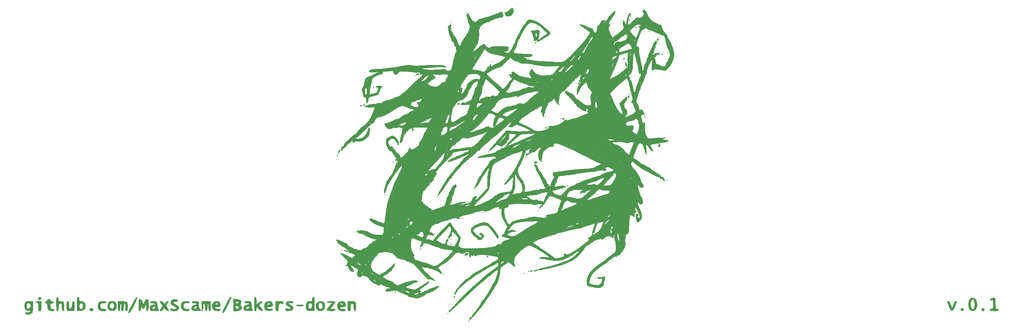
<source format=gbr>
G04 #@! TF.GenerationSoftware,KiCad,Pcbnew,(5.1.5)-3*
G04 #@! TF.CreationDate,2020-03-25T20:08:38+03:00*
G04 #@! TF.ProjectId,Bakers-dozen,42616b65-7273-42d6-946f-7a656e2e6b69,rev?*
G04 #@! TF.SameCoordinates,Original*
G04 #@! TF.FileFunction,Legend,Top*
G04 #@! TF.FilePolarity,Positive*
%FSLAX46Y46*%
G04 Gerber Fmt 4.6, Leading zero omitted, Abs format (unit mm)*
G04 Created by KiCad (PCBNEW (5.1.5)-3) date 2020-03-25 20:08:38*
%MOMM*%
%LPD*%
G04 APERTURE LIST*
%ADD10C,0.010000*%
G04 APERTURE END LIST*
D10*
G36*
X183873151Y-66137073D02*
G01*
X183893283Y-66336701D01*
X183873151Y-66361355D01*
X183773150Y-66338265D01*
X183761010Y-66249214D01*
X183822556Y-66110756D01*
X183873151Y-66137073D01*
G37*
X183873151Y-66137073D02*
X183893283Y-66336701D01*
X183873151Y-66361355D01*
X183773150Y-66338265D01*
X183761010Y-66249214D01*
X183822556Y-66110756D01*
X183873151Y-66137073D01*
G36*
X187125249Y-67174379D02*
G01*
X187041143Y-67258485D01*
X186957037Y-67174379D01*
X187041143Y-67090273D01*
X187125249Y-67174379D01*
G37*
X187125249Y-67174379D02*
X187041143Y-67258485D01*
X186957037Y-67174379D01*
X187041143Y-67090273D01*
X187125249Y-67174379D01*
G36*
X189312004Y-68520075D02*
G01*
X189227898Y-68604181D01*
X189143792Y-68520075D01*
X189227898Y-68435969D01*
X189312004Y-68520075D01*
G37*
X189312004Y-68520075D02*
X189227898Y-68604181D01*
X189143792Y-68520075D01*
X189227898Y-68435969D01*
X189312004Y-68520075D01*
G36*
X189293026Y-69076849D02*
G01*
X189312004Y-69192922D01*
X189221174Y-69416774D01*
X189143792Y-69445240D01*
X188994558Y-69308996D01*
X188975580Y-69192922D01*
X189066409Y-68969071D01*
X189143792Y-68940605D01*
X189293026Y-69076849D01*
G37*
X189293026Y-69076849D02*
X189312004Y-69192922D01*
X189221174Y-69416774D01*
X189143792Y-69445240D01*
X188994558Y-69308996D01*
X188975580Y-69192922D01*
X189066409Y-68969071D01*
X189143792Y-68940605D01*
X189293026Y-69076849D01*
G36*
X190265204Y-72697337D02*
G01*
X190242114Y-72797339D01*
X190153063Y-72809479D01*
X190014606Y-72747933D01*
X190040922Y-72697337D01*
X190240550Y-72677206D01*
X190265204Y-72697337D01*
G37*
X190265204Y-72697337D02*
X190242114Y-72797339D01*
X190153063Y-72809479D01*
X190014606Y-72747933D01*
X190040922Y-72697337D01*
X190240550Y-72677206D01*
X190265204Y-72697337D01*
G36*
X148772931Y-74575704D02*
G01*
X148688825Y-74659810D01*
X148604719Y-74575704D01*
X148688825Y-74491598D01*
X148772931Y-74575704D01*
G37*
X148772931Y-74575704D02*
X148688825Y-74659810D01*
X148604719Y-74575704D01*
X148688825Y-74491598D01*
X148772931Y-74575704D01*
G36*
X181064731Y-73778543D02*
G01*
X181069619Y-73818750D01*
X180941614Y-73982074D01*
X180901408Y-73986962D01*
X180738084Y-73858957D01*
X180733196Y-73818750D01*
X180861201Y-73655426D01*
X180901408Y-73650538D01*
X181064731Y-73778543D01*
G37*
X181064731Y-73778543D02*
X181069619Y-73818750D01*
X180941614Y-73982074D01*
X180901408Y-73986962D01*
X180738084Y-73858957D01*
X180733196Y-73818750D01*
X180861201Y-73655426D01*
X180901408Y-73650538D01*
X181064731Y-73778543D01*
G36*
X181407470Y-74788820D02*
G01*
X181547997Y-75073705D01*
X181639848Y-75374711D01*
X181661687Y-75736215D01*
X181552706Y-75825675D01*
X181397305Y-75619109D01*
X181343853Y-75458817D01*
X181260577Y-75049816D01*
X181240128Y-74836432D01*
X181288665Y-74687938D01*
X181407470Y-74788820D01*
G37*
X181407470Y-74788820D02*
X181547997Y-75073705D01*
X181639848Y-75374711D01*
X181661687Y-75736215D01*
X181552706Y-75825675D01*
X181397305Y-75619109D01*
X181343853Y-75458817D01*
X181260577Y-75049816D01*
X181240128Y-74836432D01*
X181288665Y-74687938D01*
X181407470Y-74788820D01*
G36*
X152978229Y-77771730D02*
G01*
X152894123Y-77855836D01*
X152810017Y-77771730D01*
X152894123Y-77687624D01*
X152978229Y-77771730D01*
G37*
X152978229Y-77771730D02*
X152894123Y-77855836D01*
X152810017Y-77771730D01*
X152894123Y-77687624D01*
X152978229Y-77771730D01*
G36*
X182191032Y-82453629D02*
G01*
X182211164Y-82653257D01*
X182191032Y-82677911D01*
X182091030Y-82654821D01*
X182078891Y-82565770D01*
X182140437Y-82427313D01*
X182191032Y-82453629D01*
G37*
X182191032Y-82453629D02*
X182211164Y-82653257D01*
X182191032Y-82677911D01*
X182091030Y-82654821D01*
X182078891Y-82565770D01*
X182140437Y-82427313D01*
X182191032Y-82453629D01*
G36*
X182242288Y-83022924D02*
G01*
X182247103Y-83060479D01*
X182124830Y-83288294D01*
X182078891Y-83322724D01*
X181934885Y-83284590D01*
X181910679Y-83164439D01*
X181998502Y-82934289D01*
X182078891Y-82902194D01*
X182242288Y-83022924D01*
G37*
X182242288Y-83022924D02*
X182247103Y-83060479D01*
X182124830Y-83288294D01*
X182078891Y-83322724D01*
X181934885Y-83284590D01*
X181910679Y-83164439D01*
X181998502Y-82934289D01*
X182078891Y-82902194D01*
X182242288Y-83022924D01*
G36*
X141035182Y-84768273D02*
G01*
X140894157Y-84892193D01*
X140698759Y-84920737D01*
X140424940Y-84893603D01*
X140362335Y-84856250D01*
X140501031Y-84767890D01*
X140698759Y-84703786D01*
X140966986Y-84694352D01*
X141035182Y-84768273D01*
G37*
X141035182Y-84768273D02*
X140894157Y-84892193D01*
X140698759Y-84920737D01*
X140424940Y-84893603D01*
X140362335Y-84856250D01*
X140501031Y-84767890D01*
X140698759Y-84703786D01*
X140966986Y-84694352D01*
X141035182Y-84768273D01*
G36*
X170128999Y-79828274D02*
G01*
X170135845Y-79874379D01*
X170078453Y-80038218D01*
X170061666Y-80042591D01*
X169918052Y-79924719D01*
X169883527Y-79874379D01*
X169896864Y-79719375D01*
X169957705Y-79706168D01*
X170128999Y-79828274D01*
G37*
X170128999Y-79828274D02*
X170135845Y-79874379D01*
X170078453Y-80038218D01*
X170061666Y-80042591D01*
X169918052Y-79924719D01*
X169883527Y-79874379D01*
X169896864Y-79719375D01*
X169957705Y-79706168D01*
X170128999Y-79828274D01*
G36*
X161893461Y-88032658D02*
G01*
X161809355Y-88116764D01*
X161725249Y-88032658D01*
X161809355Y-87948552D01*
X161893461Y-88032658D01*
G37*
X161893461Y-88032658D02*
X161809355Y-88116764D01*
X161725249Y-88032658D01*
X161809355Y-87948552D01*
X161893461Y-88032658D01*
G36*
X165594123Y-88369081D02*
G01*
X165510017Y-88453187D01*
X165425911Y-88369081D01*
X165510017Y-88284975D01*
X165594123Y-88369081D01*
G37*
X165594123Y-88369081D02*
X165510017Y-88453187D01*
X165425911Y-88369081D01*
X165510017Y-88284975D01*
X165594123Y-88369081D01*
G36*
X166406716Y-88375805D02*
G01*
X166435182Y-88453187D01*
X166298938Y-88602422D01*
X166182864Y-88621399D01*
X165959013Y-88530570D01*
X165930547Y-88453187D01*
X166066791Y-88303953D01*
X166182864Y-88284975D01*
X166406716Y-88375805D01*
G37*
X166406716Y-88375805D02*
X166435182Y-88453187D01*
X166298938Y-88602422D01*
X166182864Y-88621399D01*
X165959013Y-88530570D01*
X165930547Y-88453187D01*
X166066791Y-88303953D01*
X166182864Y-88284975D01*
X166406716Y-88375805D01*
G36*
X162224996Y-90599735D02*
G01*
X162229884Y-90639942D01*
X162101879Y-90803266D01*
X162061672Y-90808154D01*
X161898349Y-90680149D01*
X161893461Y-90639942D01*
X162021466Y-90476619D01*
X162061672Y-90471730D01*
X162224996Y-90599735D01*
G37*
X162224996Y-90599735D02*
X162229884Y-90639942D01*
X162101879Y-90803266D01*
X162061672Y-90808154D01*
X161898349Y-90680149D01*
X161893461Y-90639942D01*
X162021466Y-90476619D01*
X162061672Y-90471730D01*
X162224996Y-90599735D01*
G36*
X148100083Y-90219413D02*
G01*
X148015977Y-90303519D01*
X147931871Y-90219413D01*
X148015977Y-90135307D01*
X148100083Y-90219413D01*
G37*
X148100083Y-90219413D02*
X148015977Y-90303519D01*
X147931871Y-90219413D01*
X148015977Y-90135307D01*
X148100083Y-90219413D01*
G36*
X166771606Y-95938618D02*
G01*
X166687500Y-96022724D01*
X166603394Y-95938618D01*
X166687500Y-95854512D01*
X166771606Y-95938618D01*
G37*
X166771606Y-95938618D02*
X166687500Y-96022724D01*
X166603394Y-95938618D01*
X166687500Y-95854512D01*
X166771606Y-95938618D01*
G36*
X157127456Y-97760914D02*
G01*
X157104366Y-97860915D01*
X157015315Y-97873055D01*
X156876857Y-97811509D01*
X156903174Y-97760914D01*
X157102802Y-97740782D01*
X157127456Y-97760914D01*
G37*
X157127456Y-97760914D02*
X157104366Y-97860915D01*
X157015315Y-97873055D01*
X156876857Y-97811509D01*
X156903174Y-97760914D01*
X157102802Y-97740782D01*
X157127456Y-97760914D01*
G36*
X159811341Y-98964851D02*
G01*
X159832943Y-99092591D01*
X159624737Y-99305507D01*
X159314918Y-99359250D01*
X159156387Y-99285209D01*
X159106489Y-99079051D01*
X159312237Y-98921500D01*
X159562439Y-98882326D01*
X159811341Y-98964851D01*
G37*
X159811341Y-98964851D02*
X159832943Y-99092591D01*
X159624737Y-99305507D01*
X159314918Y-99359250D01*
X159156387Y-99285209D01*
X159106489Y-99079051D01*
X159312237Y-98921500D01*
X159562439Y-98882326D01*
X159811341Y-98964851D01*
G36*
X167220171Y-104657602D02*
G01*
X167240303Y-104857231D01*
X167220171Y-104881885D01*
X167120170Y-104858795D01*
X167108030Y-104769744D01*
X167169576Y-104631286D01*
X167220171Y-104657602D01*
G37*
X167220171Y-104657602D02*
X167240303Y-104857231D01*
X167220171Y-104881885D01*
X167120170Y-104858795D01*
X167108030Y-104769744D01*
X167169576Y-104631286D01*
X167220171Y-104657602D01*
G36*
X153482864Y-105863121D02*
G01*
X153398759Y-105947227D01*
X153314653Y-105863121D01*
X153398759Y-105779015D01*
X153482864Y-105863121D01*
G37*
X153482864Y-105863121D02*
X153398759Y-105947227D01*
X153314653Y-105863121D01*
X153398759Y-105779015D01*
X153482864Y-105863121D01*
G36*
X148100083Y-96443254D02*
G01*
X148015977Y-96527360D01*
X147931871Y-96443254D01*
X148015977Y-96359148D01*
X148100083Y-96443254D01*
G37*
X148100083Y-96443254D02*
X148015977Y-96527360D01*
X147931871Y-96443254D01*
X148015977Y-96359148D01*
X148100083Y-96443254D01*
G36*
X144735845Y-105526697D02*
G01*
X144651739Y-105610803D01*
X144567633Y-105526697D01*
X144651739Y-105442591D01*
X144735845Y-105526697D01*
G37*
X144735845Y-105526697D02*
X144651739Y-105610803D01*
X144567633Y-105526697D01*
X144651739Y-105442591D01*
X144735845Y-105526697D01*
G36*
X145408692Y-107040605D02*
G01*
X145324586Y-107124711D01*
X145240480Y-107040605D01*
X145324586Y-106956499D01*
X145408692Y-107040605D01*
G37*
X145408692Y-107040605D02*
X145324586Y-107124711D01*
X145240480Y-107040605D01*
X145324586Y-106956499D01*
X145408692Y-107040605D01*
G36*
X135652401Y-107377028D02*
G01*
X135568295Y-107461134D01*
X135484189Y-107377028D01*
X135568295Y-107292922D01*
X135652401Y-107377028D01*
G37*
X135652401Y-107377028D02*
X135568295Y-107461134D01*
X135484189Y-107377028D01*
X135568295Y-107292922D01*
X135652401Y-107377028D01*
G36*
X143053725Y-108554512D02*
G01*
X142969619Y-108638618D01*
X142885513Y-108554512D01*
X142969619Y-108470406D01*
X143053725Y-108554512D01*
G37*
X143053725Y-108554512D02*
X142969619Y-108638618D01*
X142885513Y-108554512D01*
X142969619Y-108470406D01*
X143053725Y-108554512D01*
G36*
X160211341Y-110741267D02*
G01*
X160127235Y-110825373D01*
X160043129Y-110741267D01*
X160127235Y-110657161D01*
X160211341Y-110741267D01*
G37*
X160211341Y-110741267D02*
X160127235Y-110825373D01*
X160043129Y-110741267D01*
X160127235Y-110657161D01*
X160211341Y-110741267D01*
G36*
X178041805Y-115955836D02*
G01*
X177957699Y-116039942D01*
X177873593Y-115955836D01*
X177957699Y-115871730D01*
X178041805Y-115955836D01*
G37*
X178041805Y-115955836D02*
X177957699Y-116039942D01*
X177873593Y-115955836D01*
X177957699Y-115871730D01*
X178041805Y-115955836D01*
G36*
X154996772Y-115787624D02*
G01*
X154912666Y-115871730D01*
X154828560Y-115787624D01*
X154912666Y-115703519D01*
X154996772Y-115787624D01*
G37*
X154996772Y-115787624D02*
X154912666Y-115871730D01*
X154828560Y-115787624D01*
X154912666Y-115703519D01*
X154996772Y-115787624D01*
G36*
X138960569Y-117609920D02*
G01*
X138980700Y-117809548D01*
X138960569Y-117834203D01*
X138860567Y-117811112D01*
X138848427Y-117722062D01*
X138909974Y-117583604D01*
X138960569Y-117609920D01*
G37*
X138960569Y-117609920D02*
X138980700Y-117809548D01*
X138960569Y-117834203D01*
X138860567Y-117811112D01*
X138848427Y-117722062D01*
X138909974Y-117583604D01*
X138960569Y-117609920D01*
G36*
X138960569Y-118955616D02*
G01*
X138937478Y-119055617D01*
X138848427Y-119067757D01*
X138709970Y-119006211D01*
X138736286Y-118955616D01*
X138935914Y-118935484D01*
X138960569Y-118955616D01*
G37*
X138960569Y-118955616D02*
X138937478Y-119055617D01*
X138848427Y-119067757D01*
X138709970Y-119006211D01*
X138736286Y-118955616D01*
X138935914Y-118935484D01*
X138960569Y-118955616D01*
G36*
X146586176Y-111245903D02*
G01*
X146502070Y-111330009D01*
X146417964Y-111245903D01*
X146502070Y-111161797D01*
X146586176Y-111245903D01*
G37*
X146586176Y-111245903D02*
X146502070Y-111330009D01*
X146417964Y-111245903D01*
X146502070Y-111161797D01*
X146586176Y-111245903D01*
G36*
X141651959Y-112563563D02*
G01*
X141672091Y-112763191D01*
X141651959Y-112787845D01*
X141551958Y-112764755D01*
X141539818Y-112675704D01*
X141601364Y-112537246D01*
X141651959Y-112563563D01*
G37*
X141651959Y-112563563D02*
X141672091Y-112763191D01*
X141651959Y-112787845D01*
X141551958Y-112764755D01*
X141539818Y-112675704D01*
X141601364Y-112537246D01*
X141651959Y-112563563D01*
G36*
X134923483Y-116432437D02*
G01*
X134943614Y-116632065D01*
X134923483Y-116656719D01*
X134823481Y-116633629D01*
X134811341Y-116544578D01*
X134872887Y-116406121D01*
X134923483Y-116432437D01*
G37*
X134923483Y-116432437D02*
X134943614Y-116632065D01*
X134923483Y-116656719D01*
X134823481Y-116633629D01*
X134811341Y-116544578D01*
X134872887Y-116406121D01*
X134923483Y-116432437D01*
G36*
X147713770Y-113837245D02*
G01*
X147916404Y-113929295D01*
X148213379Y-114161336D01*
X148615836Y-114578722D01*
X149074455Y-115116734D01*
X149539914Y-115710657D01*
X149962891Y-116295773D01*
X150294066Y-116807364D01*
X150484116Y-117180713D01*
X150506009Y-117327254D01*
X150328318Y-117538753D01*
X150100042Y-117429791D01*
X149929030Y-117175373D01*
X149628997Y-116698815D01*
X149175959Y-116079703D01*
X148647775Y-115420194D01*
X148198224Y-114904512D01*
X147789248Y-114534495D01*
X147372612Y-114380987D01*
X147015761Y-114360271D01*
X146314562Y-114434196D01*
X145609424Y-114626869D01*
X144978286Y-114901891D01*
X144499086Y-115222862D01*
X144249765Y-115553380D01*
X144231209Y-115660755D01*
X144342758Y-115841274D01*
X144634921Y-116179229D01*
X145035993Y-116592954D01*
X145597879Y-117087215D01*
X146028320Y-117344743D01*
X146302802Y-117358025D01*
X146396811Y-117119549D01*
X146387529Y-117007161D01*
X146233173Y-116702025D01*
X146039406Y-116652047D01*
X145790681Y-116599476D01*
X145745116Y-116520609D01*
X145869586Y-116332789D01*
X146127756Y-116241067D01*
X146346770Y-116292966D01*
X146379841Y-116346103D01*
X146582450Y-116526466D01*
X146690054Y-116544578D01*
X146855387Y-116674724D01*
X146874723Y-116988982D01*
X146757466Y-117373081D01*
X146601614Y-117619353D01*
X146337631Y-117786804D01*
X145966284Y-117877925D01*
X145617025Y-117880081D01*
X145419306Y-117780638D01*
X145408692Y-117735781D01*
X145278521Y-117556589D01*
X144955202Y-117303843D01*
X144848579Y-117235119D01*
X144380752Y-116840058D01*
X143996268Y-116344671D01*
X143972764Y-116302727D01*
X143760987Y-115749829D01*
X143799323Y-115283763D01*
X144111234Y-114860652D01*
X144720183Y-114436622D01*
X145072268Y-114246622D01*
X146084349Y-113828913D01*
X146953570Y-113693712D01*
X147713770Y-113837245D01*
G37*
X147713770Y-113837245D02*
X147916404Y-113929295D01*
X148213379Y-114161336D01*
X148615836Y-114578722D01*
X149074455Y-115116734D01*
X149539914Y-115710657D01*
X149962891Y-116295773D01*
X150294066Y-116807364D01*
X150484116Y-117180713D01*
X150506009Y-117327254D01*
X150328318Y-117538753D01*
X150100042Y-117429791D01*
X149929030Y-117175373D01*
X149628997Y-116698815D01*
X149175959Y-116079703D01*
X148647775Y-115420194D01*
X148198224Y-114904512D01*
X147789248Y-114534495D01*
X147372612Y-114380987D01*
X147015761Y-114360271D01*
X146314562Y-114434196D01*
X145609424Y-114626869D01*
X144978286Y-114901891D01*
X144499086Y-115222862D01*
X144249765Y-115553380D01*
X144231209Y-115660755D01*
X144342758Y-115841274D01*
X144634921Y-116179229D01*
X145035993Y-116592954D01*
X145597879Y-117087215D01*
X146028320Y-117344743D01*
X146302802Y-117358025D01*
X146396811Y-117119549D01*
X146387529Y-117007161D01*
X146233173Y-116702025D01*
X146039406Y-116652047D01*
X145790681Y-116599476D01*
X145745116Y-116520609D01*
X145869586Y-116332789D01*
X146127756Y-116241067D01*
X146346770Y-116292966D01*
X146379841Y-116346103D01*
X146582450Y-116526466D01*
X146690054Y-116544578D01*
X146855387Y-116674724D01*
X146874723Y-116988982D01*
X146757466Y-117373081D01*
X146601614Y-117619353D01*
X146337631Y-117786804D01*
X145966284Y-117877925D01*
X145617025Y-117880081D01*
X145419306Y-117780638D01*
X145408692Y-117735781D01*
X145278521Y-117556589D01*
X144955202Y-117303843D01*
X144848579Y-117235119D01*
X144380752Y-116840058D01*
X143996268Y-116344671D01*
X143972764Y-116302727D01*
X143760987Y-115749829D01*
X143799323Y-115283763D01*
X144111234Y-114860652D01*
X144720183Y-114436622D01*
X145072268Y-114246622D01*
X146084349Y-113828913D01*
X146953570Y-113693712D01*
X147713770Y-113837245D01*
G36*
X163239156Y-117133320D02*
G01*
X163155050Y-117217426D01*
X163070944Y-117133320D01*
X163155050Y-117049214D01*
X163239156Y-117133320D01*
G37*
X163239156Y-117133320D02*
X163155050Y-117217426D01*
X163070944Y-117133320D01*
X163155050Y-117049214D01*
X163239156Y-117133320D01*
G36*
X131559244Y-120133099D02*
G01*
X131536154Y-120233101D01*
X131447103Y-120245240D01*
X131308645Y-120183694D01*
X131334962Y-120133099D01*
X131534590Y-120112967D01*
X131559244Y-120133099D01*
G37*
X131559244Y-120133099D02*
X131536154Y-120233101D01*
X131447103Y-120245240D01*
X131308645Y-120183694D01*
X131334962Y-120133099D01*
X131534590Y-120112967D01*
X131559244Y-120133099D01*
G36*
X142717302Y-62632658D02*
G01*
X142633196Y-62716764D01*
X142549090Y-62632658D01*
X142633196Y-62548552D01*
X142717302Y-62632658D01*
G37*
X142717302Y-62632658D02*
X142633196Y-62716764D01*
X142549090Y-62632658D01*
X142633196Y-62548552D01*
X142717302Y-62632658D01*
G36*
X153882337Y-61521804D02*
G01*
X154056314Y-61820526D01*
X154115072Y-62235677D01*
X154057487Y-62621404D01*
X153892414Y-62828359D01*
X153675823Y-63042741D01*
X153651076Y-63155290D01*
X153506027Y-63338853D01*
X153244304Y-63389611D01*
X152809716Y-63430846D01*
X152573794Y-63490817D01*
X152320202Y-63448205D01*
X152139507Y-63143442D01*
X152002631Y-62755822D01*
X152004866Y-62588674D01*
X152162410Y-62549304D01*
X152243466Y-62548552D01*
X152513042Y-62433133D01*
X152888502Y-62139804D01*
X153089086Y-61942998D01*
X153470980Y-61581098D01*
X153725658Y-61462568D01*
X153882337Y-61521804D01*
G37*
X153882337Y-61521804D02*
X154056314Y-61820526D01*
X154115072Y-62235677D01*
X154057487Y-62621404D01*
X153892414Y-62828359D01*
X153675823Y-63042741D01*
X153651076Y-63155290D01*
X153506027Y-63338853D01*
X153244304Y-63389611D01*
X152809716Y-63430846D01*
X152573794Y-63490817D01*
X152320202Y-63448205D01*
X152139507Y-63143442D01*
X152002631Y-62755822D01*
X152004866Y-62588674D01*
X152162410Y-62549304D01*
X152243466Y-62548552D01*
X152513042Y-62433133D01*
X152888502Y-62139804D01*
X153089086Y-61942998D01*
X153470980Y-61581098D01*
X153725658Y-61462568D01*
X153882337Y-61521804D01*
G36*
X182359244Y-64286741D02*
G01*
X182379376Y-64486370D01*
X182359244Y-64511024D01*
X182259242Y-64487934D01*
X182247103Y-64398883D01*
X182308649Y-64260425D01*
X182359244Y-64286741D01*
G37*
X182359244Y-64286741D02*
X182379376Y-64486370D01*
X182359244Y-64511024D01*
X182259242Y-64487934D01*
X182247103Y-64398883D01*
X182308649Y-64260425D01*
X182359244Y-64286741D01*
G36*
X180564984Y-64482989D02*
G01*
X180480878Y-64567095D01*
X180396772Y-64482989D01*
X180480878Y-64398883D01*
X180564984Y-64482989D01*
G37*
X180564984Y-64482989D02*
X180480878Y-64567095D01*
X180396772Y-64482989D01*
X180480878Y-64398883D01*
X180564984Y-64482989D01*
G36*
X138848427Y-64987624D02*
G01*
X138764321Y-65071730D01*
X138680215Y-64987624D01*
X138764321Y-64903519D01*
X138848427Y-64987624D01*
G37*
X138848427Y-64987624D02*
X138764321Y-65071730D01*
X138680215Y-64987624D01*
X138764321Y-64903519D01*
X138848427Y-64987624D01*
G36*
X159482423Y-69837735D02*
G01*
X159502555Y-70037363D01*
X159482423Y-70062017D01*
X159382421Y-70038927D01*
X159370282Y-69949876D01*
X159431828Y-69811419D01*
X159482423Y-69837735D01*
G37*
X159482423Y-69837735D02*
X159502555Y-70037363D01*
X159482423Y-70062017D01*
X159382421Y-70038927D01*
X159370282Y-69949876D01*
X159431828Y-69811419D01*
X159482423Y-69837735D01*
G36*
X157856374Y-73902856D02*
G01*
X157772268Y-73986962D01*
X157688162Y-73902856D01*
X157772268Y-73818750D01*
X157856374Y-73902856D01*
G37*
X157856374Y-73902856D02*
X157772268Y-73986962D01*
X157688162Y-73902856D01*
X157772268Y-73818750D01*
X157856374Y-73902856D01*
G36*
X131110679Y-77515542D02*
G01*
X130970905Y-77659711D01*
X130774255Y-77736364D01*
X130505650Y-77753511D01*
X130437831Y-77691495D01*
X130577605Y-77547326D01*
X130774255Y-77470673D01*
X131042860Y-77453526D01*
X131110679Y-77515542D01*
G37*
X131110679Y-77515542D02*
X130970905Y-77659711D01*
X130774255Y-77736364D01*
X130505650Y-77753511D01*
X130437831Y-77691495D01*
X130577605Y-77547326D01*
X130774255Y-77470673D01*
X131042860Y-77453526D01*
X131110679Y-77515542D01*
G36*
X130101408Y-77939942D02*
G01*
X130017302Y-78024048D01*
X129933196Y-77939942D01*
X130017302Y-77855836D01*
X130101408Y-77939942D01*
G37*
X130101408Y-77939942D02*
X130017302Y-78024048D01*
X129933196Y-77939942D01*
X130017302Y-77855836D01*
X130101408Y-77939942D01*
G36*
X120120834Y-80603298D02*
G01*
X120140965Y-80802926D01*
X120120834Y-80827580D01*
X120020832Y-80804490D01*
X120008692Y-80715439D01*
X120070238Y-80576982D01*
X120120834Y-80603298D01*
G37*
X120120834Y-80603298D02*
X120140965Y-80802926D01*
X120120834Y-80827580D01*
X120020832Y-80804490D01*
X120008692Y-80715439D01*
X120070238Y-80576982D01*
X120120834Y-80603298D01*
G36*
X118056355Y-85007983D02*
G01*
X118067963Y-85099129D01*
X117865323Y-85231830D01*
X117611762Y-85243615D01*
X117485530Y-85126645D01*
X117485513Y-85124745D01*
X117627319Y-85006647D01*
X117825573Y-84966714D01*
X118056355Y-85007983D01*
G37*
X118056355Y-85007983D02*
X118067963Y-85099129D01*
X117865323Y-85231830D01*
X117611762Y-85243615D01*
X117485530Y-85126645D01*
X117485513Y-85124745D01*
X117627319Y-85006647D01*
X117825573Y-84966714D01*
X118056355Y-85007983D01*
G36*
X117144202Y-85216954D02*
G01*
X117149090Y-85257161D01*
X117021085Y-85420485D01*
X116980878Y-85425373D01*
X116817554Y-85297368D01*
X116812666Y-85257161D01*
X116940671Y-85093837D01*
X116980878Y-85088949D01*
X117144202Y-85216954D01*
G37*
X117144202Y-85216954D02*
X117149090Y-85257161D01*
X117021085Y-85420485D01*
X116980878Y-85425373D01*
X116817554Y-85297368D01*
X116812666Y-85257161D01*
X116940671Y-85093837D01*
X116980878Y-85088949D01*
X117144202Y-85216954D01*
G36*
X186059906Y-87836410D02*
G01*
X186080038Y-88036039D01*
X186059906Y-88060693D01*
X185959905Y-88037602D01*
X185947765Y-87948552D01*
X186009311Y-87810094D01*
X186059906Y-87836410D01*
G37*
X186059906Y-87836410D02*
X186080038Y-88036039D01*
X186059906Y-88060693D01*
X185959905Y-88037602D01*
X185947765Y-87948552D01*
X186009311Y-87810094D01*
X186059906Y-87836410D01*
G36*
X124213990Y-94929346D02*
G01*
X124129884Y-95013452D01*
X124045778Y-94929346D01*
X124129884Y-94845240D01*
X124213990Y-94929346D01*
G37*
X124213990Y-94929346D02*
X124129884Y-95013452D01*
X124045778Y-94929346D01*
X124129884Y-94845240D01*
X124213990Y-94929346D01*
G36*
X189769669Y-94612060D02*
G01*
X189786757Y-94870976D01*
X189786177Y-94874949D01*
X189665456Y-95186801D01*
X189484238Y-95311667D01*
X189340128Y-95214446D01*
X189312004Y-95045467D01*
X189429804Y-94723793D01*
X189575912Y-94611751D01*
X189769669Y-94612060D01*
G37*
X189769669Y-94612060D02*
X189786757Y-94870976D01*
X189786177Y-94874949D01*
X189665456Y-95186801D01*
X189484238Y-95311667D01*
X189340128Y-95214446D01*
X189312004Y-95045467D01*
X189429804Y-94723793D01*
X189575912Y-94611751D01*
X189769669Y-94612060D01*
G36*
X111921692Y-96135697D02*
G01*
X111891280Y-96394319D01*
X111695125Y-96678144D01*
X111650708Y-96717028D01*
X111448735Y-96857133D01*
X111444665Y-96746253D01*
X111482496Y-96639761D01*
X111580476Y-96305857D01*
X111598096Y-96177178D01*
X111726509Y-96027120D01*
X111766308Y-96022724D01*
X111921692Y-96135697D01*
G37*
X111921692Y-96135697D02*
X111891280Y-96394319D01*
X111695125Y-96678144D01*
X111650708Y-96717028D01*
X111448735Y-96857133D01*
X111444665Y-96746253D01*
X111482496Y-96639761D01*
X111580476Y-96305857D01*
X111598096Y-96177178D01*
X111726509Y-96027120D01*
X111766308Y-96022724D01*
X111921692Y-96135697D01*
G36*
X111373814Y-97256278D02*
G01*
X111393945Y-97455906D01*
X111373814Y-97480560D01*
X111273812Y-97457470D01*
X111261672Y-97368419D01*
X111323219Y-97229962D01*
X111373814Y-97256278D01*
G37*
X111373814Y-97256278D02*
X111393945Y-97455906D01*
X111373814Y-97480560D01*
X111273812Y-97457470D01*
X111261672Y-97368419D01*
X111323219Y-97229962D01*
X111373814Y-97256278D01*
G36*
X124886838Y-98966432D02*
G01*
X124802732Y-99050538D01*
X124718626Y-98966432D01*
X124802732Y-98882326D01*
X124886838Y-98966432D01*
G37*
X124886838Y-98966432D02*
X124802732Y-99050538D01*
X124718626Y-98966432D01*
X124802732Y-98882326D01*
X124886838Y-98966432D01*
G36*
X191498759Y-103508154D02*
G01*
X191414653Y-103592260D01*
X191330547Y-103508154D01*
X191414653Y-103424048D01*
X191498759Y-103508154D01*
G37*
X191498759Y-103508154D02*
X191414653Y-103592260D01*
X191330547Y-103508154D01*
X191414653Y-103424048D01*
X191498759Y-103508154D01*
G36*
X122868295Y-106872393D02*
G01*
X122784189Y-106956499D01*
X122700083Y-106872393D01*
X122784189Y-106788287D01*
X122868295Y-106872393D01*
G37*
X122868295Y-106872393D02*
X122784189Y-106956499D01*
X122700083Y-106872393D01*
X122784189Y-106788287D01*
X122868295Y-106872393D01*
G36*
X115803394Y-115955836D02*
G01*
X115719288Y-116039942D01*
X115635182Y-115955836D01*
X115719288Y-115871730D01*
X115803394Y-115955836D01*
G37*
X115803394Y-115955836D02*
X115719288Y-116039942D01*
X115635182Y-115955836D01*
X115719288Y-115871730D01*
X115803394Y-115955836D01*
G36*
X176527898Y-117637956D02*
G01*
X176443792Y-117722062D01*
X176359686Y-117637956D01*
X176443792Y-117553850D01*
X176527898Y-117637956D01*
G37*
X176527898Y-117637956D02*
X176443792Y-117722062D01*
X176359686Y-117637956D01*
X176443792Y-117553850D01*
X176527898Y-117637956D01*
G36*
X178714653Y-117974379D02*
G01*
X178630547Y-118058485D01*
X178546441Y-117974379D01*
X178630547Y-117890273D01*
X178714653Y-117974379D01*
G37*
X178714653Y-117974379D02*
X178630547Y-118058485D01*
X178546441Y-117974379D01*
X178630547Y-117890273D01*
X178714653Y-117974379D01*
G36*
X112439156Y-120329346D02*
G01*
X112355050Y-120413452D01*
X112270944Y-120329346D01*
X112355050Y-120245240D01*
X112439156Y-120329346D01*
G37*
X112439156Y-120329346D02*
X112355050Y-120413452D01*
X112270944Y-120329346D01*
X112355050Y-120245240D01*
X112439156Y-120329346D01*
G36*
X113364321Y-120519854D02*
G01*
X113783613Y-120621882D01*
X113927486Y-120701402D01*
X113852217Y-120792123D01*
X113835985Y-120802380D01*
X113603979Y-120790104D01*
X113278105Y-120649644D01*
X112859686Y-120410717D01*
X113364321Y-120519854D01*
G37*
X113364321Y-120519854D02*
X113783613Y-120621882D01*
X113927486Y-120701402D01*
X113852217Y-120792123D01*
X113835985Y-120802380D01*
X113603979Y-120790104D01*
X113278105Y-120649644D01*
X112859686Y-120410717D01*
X113364321Y-120519854D01*
G36*
X143004807Y-121149523D02*
G01*
X143033520Y-121363438D01*
X142999430Y-121489801D01*
X142814589Y-121649511D01*
X142520581Y-121711965D01*
X142273770Y-121663000D01*
X142212666Y-121561058D01*
X142342151Y-121390611D01*
X142625255Y-121219248D01*
X142903949Y-121129068D01*
X143004807Y-121149523D01*
G37*
X143004807Y-121149523D02*
X143033520Y-121363438D01*
X142999430Y-121489801D01*
X142814589Y-121649511D01*
X142520581Y-121711965D01*
X142273770Y-121663000D01*
X142212666Y-121561058D01*
X142342151Y-121390611D01*
X142625255Y-121219248D01*
X142903949Y-121129068D01*
X143004807Y-121149523D01*
G36*
X147926983Y-121887153D02*
G01*
X147931871Y-121927360D01*
X147803866Y-122090683D01*
X147763659Y-122095571D01*
X147600335Y-121967566D01*
X147595447Y-121927360D01*
X147723452Y-121764036D01*
X147763659Y-121759148D01*
X147926983Y-121887153D01*
G37*
X147926983Y-121887153D02*
X147931871Y-121927360D01*
X147803866Y-122090683D01*
X147763659Y-122095571D01*
X147600335Y-121967566D01*
X147595447Y-121927360D01*
X147723452Y-121764036D01*
X147763659Y-121759148D01*
X147926983Y-121887153D01*
G36*
X159845922Y-125175171D02*
G01*
X159874917Y-125291598D01*
X159757007Y-125455022D01*
X159720463Y-125459810D01*
X159440648Y-125506805D01*
X159257880Y-125557648D01*
X159058795Y-125607695D01*
X159118600Y-125521254D01*
X159276273Y-125389436D01*
X159644927Y-125154561D01*
X159845922Y-125175171D01*
G37*
X159845922Y-125175171D02*
X159874917Y-125291598D01*
X159757007Y-125455022D01*
X159720463Y-125459810D01*
X159440648Y-125506805D01*
X159257880Y-125557648D01*
X159058795Y-125607695D01*
X159118600Y-125521254D01*
X159276273Y-125389436D01*
X159644927Y-125154561D01*
X159845922Y-125175171D01*
G36*
X158820857Y-125361064D02*
G01*
X158781540Y-125459810D01*
X158547794Y-125590266D01*
X158309030Y-125616199D01*
X158051304Y-125596553D01*
X158119124Y-125529670D01*
X158276904Y-125459810D01*
X158686826Y-125317122D01*
X158820857Y-125361064D01*
G37*
X158820857Y-125361064D02*
X158781540Y-125459810D01*
X158547794Y-125590266D01*
X158309030Y-125616199D01*
X158051304Y-125596553D01*
X158119124Y-125529670D01*
X158276904Y-125459810D01*
X158686826Y-125317122D01*
X158820857Y-125361064D01*
G36*
X157800304Y-125515881D02*
G01*
X157820435Y-125715509D01*
X157800304Y-125740163D01*
X157700302Y-125717073D01*
X157688162Y-125628022D01*
X157749709Y-125489564D01*
X157800304Y-125515881D01*
G37*
X157800304Y-125515881D02*
X157820435Y-125715509D01*
X157800304Y-125740163D01*
X157700302Y-125717073D01*
X157688162Y-125628022D01*
X157749709Y-125489564D01*
X157800304Y-125515881D01*
G36*
X156791032Y-126020516D02*
G01*
X156767942Y-126120518D01*
X156678891Y-126132658D01*
X156540434Y-126071111D01*
X156566750Y-126020516D01*
X156766378Y-126000385D01*
X156791032Y-126020516D01*
G37*
X156791032Y-126020516D02*
X156767942Y-126120518D01*
X156678891Y-126132658D01*
X156540434Y-126071111D01*
X156566750Y-126020516D01*
X156766378Y-126000385D01*
X156791032Y-126020516D01*
G36*
X137110238Y-126188728D02*
G01*
X137087147Y-126288730D01*
X136998096Y-126300870D01*
X136859639Y-126239323D01*
X136885955Y-126188728D01*
X137085583Y-126168597D01*
X137110238Y-126188728D01*
G37*
X137110238Y-126188728D02*
X137087147Y-126288730D01*
X136998096Y-126300870D01*
X136859639Y-126239323D01*
X136885955Y-126188728D01*
X137085583Y-126168597D01*
X137110238Y-126188728D01*
G36*
X174116860Y-127198000D02*
G01*
X174093770Y-127298002D01*
X174004719Y-127310141D01*
X173866261Y-127248595D01*
X173892578Y-127198000D01*
X174092206Y-127177868D01*
X174116860Y-127198000D01*
G37*
X174116860Y-127198000D02*
X174093770Y-127298002D01*
X174004719Y-127310141D01*
X173866261Y-127248595D01*
X173892578Y-127198000D01*
X174092206Y-127177868D01*
X174116860Y-127198000D01*
G36*
X125503615Y-130562238D02*
G01*
X125480525Y-130662240D01*
X125391474Y-130674379D01*
X125253016Y-130612833D01*
X125279332Y-130562238D01*
X125478961Y-130542106D01*
X125503615Y-130562238D01*
G37*
X125503615Y-130562238D02*
X125480525Y-130662240D01*
X125391474Y-130674379D01*
X125253016Y-130612833D01*
X125279332Y-130562238D01*
X125478961Y-130542106D01*
X125503615Y-130562238D01*
G36*
X139852811Y-131811656D02*
G01*
X139857699Y-131851863D01*
X139729694Y-132015187D01*
X139689487Y-132020075D01*
X139526163Y-131892070D01*
X139521275Y-131851863D01*
X139649280Y-131688539D01*
X139689487Y-131683651D01*
X139852811Y-131811656D01*
G37*
X139852811Y-131811656D02*
X139857699Y-131851863D01*
X139729694Y-132015187D01*
X139689487Y-132020075D01*
X139526163Y-131892070D01*
X139521275Y-131851863D01*
X139649280Y-131688539D01*
X139689487Y-131683651D01*
X139852811Y-131811656D01*
G36*
X39211680Y-131970807D02*
G01*
X39266970Y-132188287D01*
X39148027Y-132469421D01*
X38930547Y-132524711D01*
X38649413Y-132405767D01*
X38594123Y-132188287D01*
X38713067Y-131907153D01*
X38930547Y-131851863D01*
X39211680Y-131970807D01*
G37*
X39211680Y-131970807D02*
X39266970Y-132188287D01*
X39148027Y-132469421D01*
X38930547Y-132524711D01*
X38649413Y-132405767D01*
X38594123Y-132188287D01*
X38713067Y-131907153D01*
X38930547Y-131851863D01*
X39211680Y-131970807D01*
G36*
X102600775Y-133729847D02*
G01*
X102936818Y-133801179D01*
X103019288Y-133870406D01*
X102867198Y-133962525D01*
X102474869Y-134023623D01*
X102094123Y-134038618D01*
X101587471Y-134010965D01*
X101251428Y-133939632D01*
X101168957Y-133870406D01*
X101321047Y-133778287D01*
X101713377Y-133717189D01*
X102094123Y-133702194D01*
X102600775Y-133729847D01*
G37*
X102600775Y-133729847D02*
X102936818Y-133801179D01*
X103019288Y-133870406D01*
X102867198Y-133962525D01*
X102474869Y-134023623D01*
X102094123Y-134038618D01*
X101587471Y-134010965D01*
X101251428Y-133939632D01*
X101168957Y-133870406D01*
X101321047Y-133778287D01*
X101713377Y-133717189D01*
X102094123Y-133702194D01*
X102600775Y-133729847D01*
G36*
X271160322Y-132232563D02*
G01*
X271219865Y-132664470D01*
X271231209Y-133365770D01*
X271235690Y-134033180D01*
X271263434Y-134432811D01*
X271335891Y-134633304D01*
X271474511Y-134703300D01*
X271651739Y-134711466D01*
X271989961Y-134799202D01*
X272072268Y-134963783D01*
X271999274Y-135105312D01*
X271738450Y-135183975D01*
X271227034Y-135214254D01*
X270978891Y-135216101D01*
X270365599Y-135199256D01*
X270024729Y-135139066D01*
X269893520Y-135021047D01*
X269885513Y-134963783D01*
X270031741Y-134760850D01*
X270306043Y-134711466D01*
X270531849Y-134692370D01*
X270657758Y-134584483D01*
X270712879Y-134311909D01*
X270726316Y-133798749D01*
X270726573Y-133614883D01*
X270721066Y-133028090D01*
X270685126Y-132709079D01*
X270589629Y-132589209D01*
X270405447Y-132599842D01*
X270306043Y-132623847D01*
X269973667Y-132640317D01*
X269891195Y-132512034D01*
X270056675Y-132317294D01*
X270316994Y-132184123D01*
X270746435Y-132040922D01*
X271015028Y-132040892D01*
X271160322Y-132232563D01*
G37*
X271160322Y-132232563D02*
X271219865Y-132664470D01*
X271231209Y-133365770D01*
X271235690Y-134033180D01*
X271263434Y-134432811D01*
X271335891Y-134633304D01*
X271474511Y-134703300D01*
X271651739Y-134711466D01*
X271989961Y-134799202D01*
X272072268Y-134963783D01*
X271999274Y-135105312D01*
X271738450Y-135183975D01*
X271227034Y-135214254D01*
X270978891Y-135216101D01*
X270365599Y-135199256D01*
X270024729Y-135139066D01*
X269893520Y-135021047D01*
X269885513Y-134963783D01*
X270031741Y-134760850D01*
X270306043Y-134711466D01*
X270531849Y-134692370D01*
X270657758Y-134584483D01*
X270712879Y-134311909D01*
X270726316Y-133798749D01*
X270726573Y-133614883D01*
X270721066Y-133028090D01*
X270685126Y-132709079D01*
X270589629Y-132589209D01*
X270405447Y-132599842D01*
X270306043Y-132623847D01*
X269973667Y-132640317D01*
X269891195Y-132512034D01*
X270056675Y-132317294D01*
X270316994Y-132184123D01*
X270746435Y-132040922D01*
X271015028Y-132040892D01*
X271160322Y-132232563D01*
G36*
X268484528Y-134662197D02*
G01*
X268539818Y-134879677D01*
X268420874Y-135160811D01*
X268203394Y-135216101D01*
X267922260Y-135097158D01*
X267866970Y-134879677D01*
X267985914Y-134598544D01*
X268203394Y-134543254D01*
X268484528Y-134662197D01*
G37*
X268484528Y-134662197D02*
X268539818Y-134879677D01*
X268420874Y-135160811D01*
X268203394Y-135216101D01*
X267922260Y-135097158D01*
X267866970Y-134879677D01*
X267985914Y-134598544D01*
X268203394Y-134543254D01*
X268484528Y-134662197D01*
G36*
X266213194Y-132159778D02*
G01*
X266574785Y-132576985D01*
X266746497Y-133268843D01*
X266761578Y-133618088D01*
X266708319Y-134304875D01*
X266533968Y-134757160D01*
X266447144Y-134868656D01*
X266000033Y-135157778D01*
X265493982Y-135193060D01*
X265050460Y-134976620D01*
X264932800Y-134842249D01*
X264762672Y-134414104D01*
X264675905Y-133804356D01*
X264671451Y-133637103D01*
X265181665Y-133637103D01*
X265237853Y-134227622D01*
X265349710Y-134554312D01*
X265578243Y-134841514D01*
X265827753Y-134809687D01*
X265982997Y-134677823D01*
X266127459Y-134351392D01*
X266186630Y-133837420D01*
X266164705Y-133268372D01*
X266065880Y-132776714D01*
X265914331Y-132509604D01*
X265675366Y-132381431D01*
X265473179Y-132522390D01*
X265409695Y-132605263D01*
X265240607Y-133042350D01*
X265181665Y-133637103D01*
X264671451Y-133637103D01*
X264670944Y-133618088D01*
X264761392Y-132816711D01*
X265028752Y-132287056D01*
X265467047Y-132038744D01*
X265663683Y-132020075D01*
X266213194Y-132159778D01*
G37*
X266213194Y-132159778D02*
X266574785Y-132576985D01*
X266746497Y-133268843D01*
X266761578Y-133618088D01*
X266708319Y-134304875D01*
X266533968Y-134757160D01*
X266447144Y-134868656D01*
X266000033Y-135157778D01*
X265493982Y-135193060D01*
X265050460Y-134976620D01*
X264932800Y-134842249D01*
X264762672Y-134414104D01*
X264675905Y-133804356D01*
X264671451Y-133637103D01*
X265181665Y-133637103D01*
X265237853Y-134227622D01*
X265349710Y-134554312D01*
X265578243Y-134841514D01*
X265827753Y-134809687D01*
X265982997Y-134677823D01*
X266127459Y-134351392D01*
X266186630Y-133837420D01*
X266164705Y-133268372D01*
X266065880Y-132776714D01*
X265914331Y-132509604D01*
X265675366Y-132381431D01*
X265473179Y-132522390D01*
X265409695Y-132605263D01*
X265240607Y-133042350D01*
X265181665Y-133637103D01*
X264671451Y-133637103D01*
X264670944Y-133618088D01*
X264761392Y-132816711D01*
X265028752Y-132287056D01*
X265467047Y-132038744D01*
X265663683Y-132020075D01*
X266213194Y-132159778D01*
G36*
X263438171Y-134662197D02*
G01*
X263493461Y-134879677D01*
X263374517Y-135160811D01*
X263157037Y-135216101D01*
X262875903Y-135097158D01*
X262820613Y-134879677D01*
X262939557Y-134598544D01*
X263157037Y-134543254D01*
X263438171Y-134662197D01*
G37*
X263438171Y-134662197D02*
X263493461Y-134879677D01*
X263374517Y-135160811D01*
X263157037Y-135216101D01*
X262875903Y-135097158D01*
X262820613Y-134879677D01*
X262939557Y-134598544D01*
X263157037Y-134543254D01*
X263438171Y-134662197D01*
G36*
X261747376Y-132897520D02*
G01*
X261790642Y-133044314D01*
X261710591Y-133357970D01*
X261497861Y-133894944D01*
X261368824Y-134195742D01*
X261049521Y-134840395D01*
X260774815Y-135156878D01*
X260517541Y-135144607D01*
X260250536Y-134802998D01*
X259960154Y-134165453D01*
X259739185Y-133614148D01*
X259567643Y-133189639D01*
X259484410Y-132987969D01*
X259575169Y-132885195D01*
X259755928Y-132861134D01*
X260017158Y-132976555D01*
X260262230Y-133354470D01*
X260391845Y-133660141D01*
X260700173Y-134459148D01*
X261034570Y-133660141D01*
X261264197Y-133205847D01*
X261486398Y-132916401D01*
X261590154Y-132861134D01*
X261747376Y-132897520D01*
G37*
X261747376Y-132897520D02*
X261790642Y-133044314D01*
X261710591Y-133357970D01*
X261497861Y-133894944D01*
X261368824Y-134195742D01*
X261049521Y-134840395D01*
X260774815Y-135156878D01*
X260517541Y-135144607D01*
X260250536Y-134802998D01*
X259960154Y-134165453D01*
X259739185Y-133614148D01*
X259567643Y-133189639D01*
X259484410Y-132987969D01*
X259575169Y-132885195D01*
X259755928Y-132861134D01*
X260017158Y-132976555D01*
X260262230Y-133354470D01*
X260391845Y-133660141D01*
X260700173Y-134459148D01*
X261034570Y-133660141D01*
X261264197Y-133205847D01*
X261486398Y-132916401D01*
X261590154Y-132861134D01*
X261747376Y-132897520D01*
G36*
X115211175Y-132919442D02*
G01*
X115581954Y-133013832D01*
X115670504Y-133080738D01*
X115740980Y-133350417D01*
X115788474Y-133834700D01*
X115800818Y-134248883D01*
X115780169Y-134826261D01*
X115704466Y-135128909D01*
X115559867Y-135216101D01*
X115398009Y-135101638D01*
X115300761Y-134727831D01*
X115265496Y-134332989D01*
X115217097Y-133810343D01*
X115126544Y-133544118D01*
X114958786Y-133454383D01*
X114878229Y-133449876D01*
X114676359Y-133497936D01*
X114563571Y-133695403D01*
X114504814Y-134122206D01*
X114490961Y-134332989D01*
X114441803Y-134857096D01*
X114349946Y-135123918D01*
X114181523Y-135212479D01*
X114112484Y-135216101D01*
X113939107Y-135181621D01*
X113840256Y-135030168D01*
X113795614Y-134689725D01*
X113784864Y-134088277D01*
X113784851Y-134054765D01*
X113784851Y-132893428D01*
X114663808Y-132886619D01*
X115211175Y-132919442D01*
G37*
X115211175Y-132919442D02*
X115581954Y-133013832D01*
X115670504Y-133080738D01*
X115740980Y-133350417D01*
X115788474Y-133834700D01*
X115800818Y-134248883D01*
X115780169Y-134826261D01*
X115704466Y-135128909D01*
X115559867Y-135216101D01*
X115398009Y-135101638D01*
X115300761Y-134727831D01*
X115265496Y-134332989D01*
X115217097Y-133810343D01*
X115126544Y-133544118D01*
X114958786Y-133454383D01*
X114878229Y-133449876D01*
X114676359Y-133497936D01*
X114563571Y-133695403D01*
X114504814Y-134122206D01*
X114490961Y-134332989D01*
X114441803Y-134857096D01*
X114349946Y-135123918D01*
X114181523Y-135212479D01*
X114112484Y-135216101D01*
X113939107Y-135181621D01*
X113840256Y-135030168D01*
X113795614Y-134689725D01*
X113784864Y-134088277D01*
X113784851Y-134054765D01*
X113784851Y-132893428D01*
X114663808Y-132886619D01*
X115211175Y-132919442D01*
G36*
X112944606Y-132969309D02*
G01*
X113078361Y-133062989D01*
X113230478Y-133374167D01*
X113280215Y-133726620D01*
X113250190Y-134014201D01*
X113099558Y-134159209D01*
X112737490Y-134223616D01*
X112528239Y-134239666D01*
X112071653Y-134291573D01*
X111892660Y-134382680D01*
X111928174Y-134534859D01*
X112208112Y-134707920D01*
X112680150Y-134761773D01*
X113127069Y-134803779D01*
X113279900Y-134969206D01*
X113280215Y-134980433D01*
X113137825Y-135149665D01*
X112784272Y-135224670D01*
X112329986Y-135210012D01*
X111885397Y-135110258D01*
X111560932Y-134929972D01*
X111540061Y-134908485D01*
X111318997Y-134460870D01*
X111271953Y-133901979D01*
X111373129Y-133480695D01*
X111936887Y-133480695D01*
X112054021Y-133643541D01*
X112391095Y-133702194D01*
X112698900Y-133682697D01*
X112714007Y-133581620D01*
X112575449Y-133429973D01*
X112292265Y-133260088D01*
X112118874Y-133271688D01*
X111936887Y-133480695D01*
X111373129Y-133480695D01*
X111396419Y-133383720D01*
X111569288Y-133139523D01*
X111984281Y-132928622D01*
X112495725Y-132869196D01*
X112944606Y-132969309D01*
G37*
X112944606Y-132969309D02*
X113078361Y-133062989D01*
X113230478Y-133374167D01*
X113280215Y-133726620D01*
X113250190Y-134014201D01*
X113099558Y-134159209D01*
X112737490Y-134223616D01*
X112528239Y-134239666D01*
X112071653Y-134291573D01*
X111892660Y-134382680D01*
X111928174Y-134534859D01*
X112208112Y-134707920D01*
X112680150Y-134761773D01*
X113127069Y-134803779D01*
X113279900Y-134969206D01*
X113280215Y-134980433D01*
X113137825Y-135149665D01*
X112784272Y-135224670D01*
X112329986Y-135210012D01*
X111885397Y-135110258D01*
X111560932Y-134929972D01*
X111540061Y-134908485D01*
X111318997Y-134460870D01*
X111271953Y-133901979D01*
X111373129Y-133480695D01*
X111936887Y-133480695D01*
X112054021Y-133643541D01*
X112391095Y-133702194D01*
X112698900Y-133682697D01*
X112714007Y-133581620D01*
X112575449Y-133429973D01*
X112292265Y-133260088D01*
X112118874Y-133271688D01*
X111936887Y-133480695D01*
X111373129Y-133480695D01*
X111396419Y-133383720D01*
X111569288Y-133139523D01*
X111984281Y-132928622D01*
X112495725Y-132869196D01*
X112944606Y-132969309D01*
G36*
X110335314Y-132889576D02*
G01*
X110684868Y-132967927D01*
X110757037Y-133043090D01*
X110657331Y-133264227D01*
X110400030Y-133644318D01*
X110148032Y-133968255D01*
X109539027Y-134711466D01*
X110148032Y-134711466D01*
X110591437Y-134762494D01*
X110754236Y-134927108D01*
X110757037Y-134963783D01*
X110679526Y-135110293D01*
X110404757Y-135188953D01*
X109869371Y-135215604D01*
X109747765Y-135216101D01*
X109142670Y-135192404D01*
X108822707Y-135113998D01*
X108738494Y-134987466D01*
X108843262Y-134747471D01*
X109115408Y-134355418D01*
X109425637Y-133978194D01*
X110112781Y-133197558D01*
X109425637Y-133197558D01*
X108999046Y-133160977D01*
X108758284Y-133069377D01*
X108738494Y-133029346D01*
X108891711Y-132939747D01*
X109291969Y-132879002D01*
X109747765Y-132861134D01*
X110335314Y-132889576D01*
G37*
X110335314Y-132889576D02*
X110684868Y-132967927D01*
X110757037Y-133043090D01*
X110657331Y-133264227D01*
X110400030Y-133644318D01*
X110148032Y-133968255D01*
X109539027Y-134711466D01*
X110148032Y-134711466D01*
X110591437Y-134762494D01*
X110754236Y-134927108D01*
X110757037Y-134963783D01*
X110679526Y-135110293D01*
X110404757Y-135188953D01*
X109869371Y-135215604D01*
X109747765Y-135216101D01*
X109142670Y-135192404D01*
X108822707Y-135113998D01*
X108738494Y-134987466D01*
X108843262Y-134747471D01*
X109115408Y-134355418D01*
X109425637Y-133978194D01*
X110112781Y-133197558D01*
X109425637Y-133197558D01*
X108999046Y-133160977D01*
X108758284Y-133069377D01*
X108738494Y-133029346D01*
X108891711Y-132939747D01*
X109291969Y-132879002D01*
X109747765Y-132861134D01*
X110335314Y-132889576D01*
G36*
X107742397Y-132923051D02*
G01*
X108026657Y-133131531D01*
X108059728Y-133186500D01*
X108206190Y-133681876D01*
X108216117Y-134254759D01*
X108097262Y-134753439D01*
X107969525Y-134951768D01*
X107538321Y-135179964D01*
X107007293Y-135206379D01*
X106523374Y-135040704D01*
X106308959Y-134842249D01*
X106104925Y-134389782D01*
X106056741Y-134097150D01*
X106648508Y-134097150D01*
X106772463Y-134488495D01*
X107027223Y-134727890D01*
X107356826Y-134728401D01*
X107398540Y-134708392D01*
X107672915Y-134384209D01*
X107729222Y-134066342D01*
X107635073Y-133574410D01*
X107403099Y-133281295D01*
X107109011Y-133218651D01*
X106828519Y-133418127D01*
X106711318Y-133640793D01*
X106648508Y-134097150D01*
X106056741Y-134097150D01*
X106047103Y-134038618D01*
X106181170Y-133418852D01*
X106564608Y-133017318D01*
X107169273Y-132862075D01*
X107228206Y-132861134D01*
X107742397Y-132923051D01*
G37*
X107742397Y-132923051D02*
X108026657Y-133131531D01*
X108059728Y-133186500D01*
X108206190Y-133681876D01*
X108216117Y-134254759D01*
X108097262Y-134753439D01*
X107969525Y-134951768D01*
X107538321Y-135179964D01*
X107007293Y-135206379D01*
X106523374Y-135040704D01*
X106308959Y-134842249D01*
X106104925Y-134389782D01*
X106056741Y-134097150D01*
X106648508Y-134097150D01*
X106772463Y-134488495D01*
X107027223Y-134727890D01*
X107356826Y-134728401D01*
X107398540Y-134708392D01*
X107672915Y-134384209D01*
X107729222Y-134066342D01*
X107635073Y-133574410D01*
X107403099Y-133281295D01*
X107109011Y-133218651D01*
X106828519Y-133418127D01*
X106711318Y-133640793D01*
X106648508Y-134097150D01*
X106056741Y-134097150D01*
X106047103Y-134038618D01*
X106181170Y-133418852D01*
X106564608Y-133017318D01*
X107169273Y-132862075D01*
X107228206Y-132861134D01*
X107742397Y-132923051D01*
G36*
X105576894Y-131907976D02*
G01*
X105652632Y-132113446D01*
X105694076Y-132523964D01*
X105709724Y-133195225D01*
X105710679Y-133505289D01*
X105710679Y-135158715D01*
X104882067Y-135177589D01*
X104229968Y-135133657D01*
X103859708Y-134960316D01*
X103834566Y-134932718D01*
X103667286Y-134526723D01*
X103634287Y-134099275D01*
X104196606Y-134099275D01*
X104240264Y-134483012D01*
X104308913Y-134599324D01*
X104620300Y-134704728D01*
X104972926Y-134539237D01*
X105004189Y-134509611D01*
X105187445Y-134171007D01*
X105186957Y-133793592D01*
X105045924Y-133466380D01*
X104807543Y-133278386D01*
X104515012Y-133318624D01*
X104449090Y-133365770D01*
X104272766Y-133669205D01*
X104196606Y-134099275D01*
X103634287Y-134099275D01*
X103624464Y-133972042D01*
X103704275Y-133431812D01*
X103854820Y-133120113D01*
X104228044Y-132904282D01*
X104650003Y-132896878D01*
X105028157Y-132915137D01*
X105178766Y-132785715D01*
X105206040Y-132416767D01*
X105206043Y-132406828D01*
X105267882Y-131984953D01*
X105458361Y-131851863D01*
X105576894Y-131907976D01*
G37*
X105576894Y-131907976D02*
X105652632Y-132113446D01*
X105694076Y-132523964D01*
X105709724Y-133195225D01*
X105710679Y-133505289D01*
X105710679Y-135158715D01*
X104882067Y-135177589D01*
X104229968Y-135133657D01*
X103859708Y-134960316D01*
X103834566Y-134932718D01*
X103667286Y-134526723D01*
X103634287Y-134099275D01*
X104196606Y-134099275D01*
X104240264Y-134483012D01*
X104308913Y-134599324D01*
X104620300Y-134704728D01*
X104972926Y-134539237D01*
X105004189Y-134509611D01*
X105187445Y-134171007D01*
X105186957Y-133793592D01*
X105045924Y-133466380D01*
X104807543Y-133278386D01*
X104515012Y-133318624D01*
X104449090Y-133365770D01*
X104272766Y-133669205D01*
X104196606Y-134099275D01*
X103634287Y-134099275D01*
X103624464Y-133972042D01*
X103704275Y-133431812D01*
X103854820Y-133120113D01*
X104228044Y-132904282D01*
X104650003Y-132896878D01*
X105028157Y-132915137D01*
X105178766Y-132785715D01*
X105206040Y-132416767D01*
X105206043Y-132406828D01*
X105267882Y-131984953D01*
X105458361Y-131851863D01*
X105576894Y-131907976D01*
G36*
X100440402Y-132957334D02*
G01*
X100496110Y-133100030D01*
X100409656Y-133272902D01*
X100102688Y-133277149D01*
X100011875Y-133260513D01*
X99584478Y-133237199D01*
X99436148Y-133359513D01*
X99572691Y-133576838D01*
X99948367Y-133813996D01*
X100455651Y-134152950D01*
X100627846Y-134509762D01*
X100464497Y-134883315D01*
X100408390Y-134943366D01*
X100090566Y-135106406D01*
X99618610Y-135202215D01*
X99139093Y-135216533D01*
X98798585Y-135135097D01*
X98757920Y-135103960D01*
X98617255Y-134838041D01*
X98753317Y-134680496D01*
X99108361Y-134697316D01*
X99640910Y-134781138D01*
X99929226Y-134702578D01*
X99947418Y-134513688D01*
X99669590Y-134266522D01*
X99391196Y-134128744D01*
X98995144Y-133923183D01*
X98843911Y-133691005D01*
X98844507Y-133411586D01*
X98908475Y-133126427D01*
X99077732Y-132979273D01*
X99447013Y-132912611D01*
X99697103Y-132893971D01*
X100198287Y-132885727D01*
X100440402Y-132957334D01*
G37*
X100440402Y-132957334D02*
X100496110Y-133100030D01*
X100409656Y-133272902D01*
X100102688Y-133277149D01*
X100011875Y-133260513D01*
X99584478Y-133237199D01*
X99436148Y-133359513D01*
X99572691Y-133576838D01*
X99948367Y-133813996D01*
X100455651Y-134152950D01*
X100627846Y-134509762D01*
X100464497Y-134883315D01*
X100408390Y-134943366D01*
X100090566Y-135106406D01*
X99618610Y-135202215D01*
X99139093Y-135216533D01*
X98798585Y-135135097D01*
X98757920Y-135103960D01*
X98617255Y-134838041D01*
X98753317Y-134680496D01*
X99108361Y-134697316D01*
X99640910Y-134781138D01*
X99929226Y-134702578D01*
X99947418Y-134513688D01*
X99669590Y-134266522D01*
X99391196Y-134128744D01*
X98995144Y-133923183D01*
X98843911Y-133691005D01*
X98844507Y-133411586D01*
X98908475Y-133126427D01*
X99077732Y-132979273D01*
X99447013Y-132912611D01*
X99697103Y-132893971D01*
X100198287Y-132885727D01*
X100440402Y-132957334D01*
G36*
X97750749Y-132893042D02*
G01*
X98029419Y-132952276D01*
X98131478Y-133089990D01*
X98141143Y-133203905D01*
X98034424Y-133473073D01*
X97888825Y-133533982D01*
X97665022Y-133440021D01*
X97636507Y-133359852D01*
X97526927Y-133275221D01*
X97300083Y-133365770D01*
X97087024Y-133556497D01*
X96986004Y-133895090D01*
X96963659Y-134380960D01*
X96945689Y-134883262D01*
X96869523Y-135132930D01*
X96701776Y-135212841D01*
X96627235Y-135216101D01*
X96449387Y-135183887D01*
X96348041Y-135038965D01*
X96302198Y-134708922D01*
X96290858Y-134121340D01*
X96290812Y-134056015D01*
X96290812Y-132895928D01*
X97215977Y-132884878D01*
X97750749Y-132893042D01*
G37*
X97750749Y-132893042D02*
X98029419Y-132952276D01*
X98131478Y-133089990D01*
X98141143Y-133203905D01*
X98034424Y-133473073D01*
X97888825Y-133533982D01*
X97665022Y-133440021D01*
X97636507Y-133359852D01*
X97526927Y-133275221D01*
X97300083Y-133365770D01*
X97087024Y-133556497D01*
X96986004Y-133895090D01*
X96963659Y-134380960D01*
X96945689Y-134883262D01*
X96869523Y-135132930D01*
X96701776Y-135212841D01*
X96627235Y-135216101D01*
X96449387Y-135183887D01*
X96348041Y-135038965D01*
X96302198Y-134708922D01*
X96290858Y-134121340D01*
X96290812Y-134056015D01*
X96290812Y-132895928D01*
X97215977Y-132884878D01*
X97750749Y-132893042D01*
G36*
X95088844Y-132899727D02*
G01*
X95334554Y-133058309D01*
X95453915Y-133292615D01*
X95607903Y-133798194D01*
X95554318Y-134075634D01*
X95251200Y-134189632D01*
X94861010Y-134206830D01*
X94409565Y-134239067D01*
X94138778Y-134320630D01*
X94104057Y-134369123D01*
X94251545Y-134601428D01*
X94616538Y-134749287D01*
X95082823Y-134770867D01*
X95179124Y-134756136D01*
X95517159Y-134728590D01*
X95598137Y-134844417D01*
X95584790Y-134897924D01*
X95370085Y-135076352D01*
X94953775Y-135169524D01*
X94461336Y-135170934D01*
X94018240Y-135074074D01*
X93855562Y-134987607D01*
X93601584Y-134645044D01*
X93522962Y-134078879D01*
X93522961Y-134076220D01*
X93581740Y-133625118D01*
X94141743Y-133625118D01*
X94241999Y-133694390D01*
X94488541Y-133702194D01*
X94821559Y-133651914D01*
X94945116Y-133543909D01*
X94826061Y-133307560D01*
X94554122Y-133279342D01*
X94304187Y-133429973D01*
X94141743Y-133625118D01*
X93581740Y-133625118D01*
X93607511Y-133427340D01*
X93883658Y-133038630D01*
X94385145Y-132873167D01*
X94633452Y-132861134D01*
X95088844Y-132899727D01*
G37*
X95088844Y-132899727D02*
X95334554Y-133058309D01*
X95453915Y-133292615D01*
X95607903Y-133798194D01*
X95554318Y-134075634D01*
X95251200Y-134189632D01*
X94861010Y-134206830D01*
X94409565Y-134239067D01*
X94138778Y-134320630D01*
X94104057Y-134369123D01*
X94251545Y-134601428D01*
X94616538Y-134749287D01*
X95082823Y-134770867D01*
X95179124Y-134756136D01*
X95517159Y-134728590D01*
X95598137Y-134844417D01*
X95584790Y-134897924D01*
X95370085Y-135076352D01*
X94953775Y-135169524D01*
X94461336Y-135170934D01*
X94018240Y-135074074D01*
X93855562Y-134987607D01*
X93601584Y-134645044D01*
X93522962Y-134078879D01*
X93522961Y-134076220D01*
X93581740Y-133625118D01*
X94141743Y-133625118D01*
X94241999Y-133694390D01*
X94488541Y-133702194D01*
X94821559Y-133651914D01*
X94945116Y-133543909D01*
X94826061Y-133307560D01*
X94554122Y-133279342D01*
X94304187Y-133429973D01*
X94141743Y-133625118D01*
X93581740Y-133625118D01*
X93607511Y-133427340D01*
X93883658Y-133038630D01*
X94385145Y-132873167D01*
X94633452Y-132861134D01*
X95088844Y-132899727D01*
G36*
X91478518Y-131932704D02*
G01*
X91557025Y-132217543D01*
X91580823Y-132769857D01*
X91580878Y-132808499D01*
X91580878Y-133765136D01*
X92052665Y-133313135D01*
X92439192Y-133017295D01*
X92788652Y-132866176D01*
X92841089Y-132861134D01*
X93011849Y-132892069D01*
X92976517Y-133025492D01*
X92715787Y-133322328D01*
X92684589Y-133354984D01*
X92211451Y-133848834D01*
X92742245Y-134490415D01*
X93044884Y-134872332D01*
X93144634Y-135071852D01*
X93061258Y-135158783D01*
X92938829Y-135184800D01*
X92578604Y-135087181D01*
X92141387Y-134727230D01*
X92097679Y-134680164D01*
X91590739Y-134122724D01*
X91585809Y-134669413D01*
X91516502Y-135089836D01*
X91328560Y-135216101D01*
X91210899Y-135160515D01*
X91135358Y-134956867D01*
X91093637Y-134549823D01*
X91077436Y-133884047D01*
X91076242Y-133533982D01*
X91084580Y-132749575D01*
X91115127Y-132245969D01*
X91176184Y-131967830D01*
X91276050Y-131859824D01*
X91328560Y-131851863D01*
X91478518Y-131932704D01*
G37*
X91478518Y-131932704D02*
X91557025Y-132217543D01*
X91580823Y-132769857D01*
X91580878Y-132808499D01*
X91580878Y-133765136D01*
X92052665Y-133313135D01*
X92439192Y-133017295D01*
X92788652Y-132866176D01*
X92841089Y-132861134D01*
X93011849Y-132892069D01*
X92976517Y-133025492D01*
X92715787Y-133322328D01*
X92684589Y-133354984D01*
X92211451Y-133848834D01*
X92742245Y-134490415D01*
X93044884Y-134872332D01*
X93144634Y-135071852D01*
X93061258Y-135158783D01*
X92938829Y-135184800D01*
X92578604Y-135087181D01*
X92141387Y-134727230D01*
X92097679Y-134680164D01*
X91590739Y-134122724D01*
X91585809Y-134669413D01*
X91516502Y-135089836D01*
X91328560Y-135216101D01*
X91210899Y-135160515D01*
X91135358Y-134956867D01*
X91093637Y-134549823D01*
X91077436Y-133884047D01*
X91076242Y-133533982D01*
X91084580Y-132749575D01*
X91115127Y-132245969D01*
X91176184Y-131967830D01*
X91276050Y-131859824D01*
X91328560Y-131851863D01*
X91478518Y-131932704D01*
G36*
X89940933Y-132895219D02*
G01*
X90224540Y-133042959D01*
X90361512Y-133372587D01*
X90402308Y-133952333D01*
X90403394Y-134136481D01*
X90437385Y-134583116D01*
X90523220Y-134848147D01*
X90571606Y-134879677D01*
X90735098Y-134990147D01*
X90739818Y-135024072D01*
X90586958Y-135102434D01*
X90189682Y-135160392D01*
X89731371Y-135182765D01*
X89135154Y-135171071D01*
X88785244Y-135099772D01*
X88593581Y-134946387D01*
X88554490Y-134882344D01*
X88471349Y-134435900D01*
X88490043Y-134398505D01*
X89058223Y-134398505D01*
X89118529Y-134627359D01*
X89262831Y-134801768D01*
X89535311Y-134725730D01*
X89559839Y-134712801D01*
X89829249Y-134466797D01*
X89898759Y-134273682D01*
X89810776Y-134098648D01*
X89520282Y-134132285D01*
X89164911Y-134260736D01*
X89058223Y-134398505D01*
X88490043Y-134398505D01*
X88666632Y-134045275D01*
X89082590Y-133779209D01*
X89545997Y-133702194D01*
X89793336Y-133628808D01*
X89785166Y-133433691D01*
X89592841Y-133247776D01*
X89201703Y-133261274D01*
X88842833Y-133284594D01*
X88722702Y-133141174D01*
X88721275Y-133109247D01*
X88827551Y-132942946D01*
X89182802Y-132869115D01*
X89460232Y-132861134D01*
X89940933Y-132895219D01*
G37*
X89940933Y-132895219D02*
X90224540Y-133042959D01*
X90361512Y-133372587D01*
X90402308Y-133952333D01*
X90403394Y-134136481D01*
X90437385Y-134583116D01*
X90523220Y-134848147D01*
X90571606Y-134879677D01*
X90735098Y-134990147D01*
X90739818Y-135024072D01*
X90586958Y-135102434D01*
X90189682Y-135160392D01*
X89731371Y-135182765D01*
X89135154Y-135171071D01*
X88785244Y-135099772D01*
X88593581Y-134946387D01*
X88554490Y-134882344D01*
X88471349Y-134435900D01*
X88490043Y-134398505D01*
X89058223Y-134398505D01*
X89118529Y-134627359D01*
X89262831Y-134801768D01*
X89535311Y-134725730D01*
X89559839Y-134712801D01*
X89829249Y-134466797D01*
X89898759Y-134273682D01*
X89810776Y-134098648D01*
X89520282Y-134132285D01*
X89164911Y-134260736D01*
X89058223Y-134398505D01*
X88490043Y-134398505D01*
X88666632Y-134045275D01*
X89082590Y-133779209D01*
X89545997Y-133702194D01*
X89793336Y-133628808D01*
X89785166Y-133433691D01*
X89592841Y-133247776D01*
X89201703Y-133261274D01*
X88842833Y-133284594D01*
X88722702Y-133141174D01*
X88721275Y-133109247D01*
X88827551Y-132942946D01*
X89182802Y-132869115D01*
X89460232Y-132861134D01*
X89940933Y-132895219D01*
G36*
X86801467Y-132399714D02*
G01*
X87437341Y-132516249D01*
X87776946Y-132710298D01*
X87857867Y-133017871D01*
X87775780Y-133333218D01*
X87684838Y-133733462D01*
X87805543Y-133992571D01*
X87823895Y-134010349D01*
X88047249Y-134377365D01*
X87978885Y-134728906D01*
X87661794Y-135015561D01*
X87138966Y-135187921D01*
X86774823Y-135216101D01*
X86029884Y-135216101D01*
X86029884Y-134290936D01*
X86534520Y-134290936D01*
X86603996Y-134611045D01*
X86877553Y-134709690D01*
X86955050Y-134711466D01*
X87290635Y-134625613D01*
X87375580Y-134465066D01*
X87241900Y-134214872D01*
X86942235Y-133976243D01*
X86629685Y-133870406D01*
X86558077Y-134014712D01*
X86534520Y-134290936D01*
X86029884Y-134290936D01*
X86029884Y-133197558D01*
X86534520Y-133197558D01*
X86644017Y-133473660D01*
X86900727Y-133511870D01*
X87185312Y-133308240D01*
X87285500Y-133041175D01*
X87083612Y-132886594D01*
X86842909Y-132861134D01*
X86582895Y-132992649D01*
X86534520Y-133197558D01*
X86029884Y-133197558D01*
X86029884Y-132312746D01*
X86801467Y-132399714D01*
G37*
X86801467Y-132399714D02*
X87437341Y-132516249D01*
X87776946Y-132710298D01*
X87857867Y-133017871D01*
X87775780Y-133333218D01*
X87684838Y-133733462D01*
X87805543Y-133992571D01*
X87823895Y-134010349D01*
X88047249Y-134377365D01*
X87978885Y-134728906D01*
X87661794Y-135015561D01*
X87138966Y-135187921D01*
X86774823Y-135216101D01*
X86029884Y-135216101D01*
X86029884Y-134290936D01*
X86534520Y-134290936D01*
X86603996Y-134611045D01*
X86877553Y-134709690D01*
X86955050Y-134711466D01*
X87290635Y-134625613D01*
X87375580Y-134465066D01*
X87241900Y-134214872D01*
X86942235Y-133976243D01*
X86629685Y-133870406D01*
X86558077Y-134014712D01*
X86534520Y-134290936D01*
X86029884Y-134290936D01*
X86029884Y-133197558D01*
X86534520Y-133197558D01*
X86644017Y-133473660D01*
X86900727Y-133511870D01*
X87185312Y-133308240D01*
X87285500Y-133041175D01*
X87083612Y-132886594D01*
X86842909Y-132861134D01*
X86582895Y-132992649D01*
X86534520Y-133197558D01*
X86029884Y-133197558D01*
X86029884Y-132312746D01*
X86801467Y-132399714D01*
G36*
X82444595Y-132958059D02*
G01*
X82751413Y-133265755D01*
X82833858Y-133735836D01*
X82803879Y-134038235D01*
X82649999Y-134172675D01*
X82276307Y-134206295D01*
X82161010Y-134206830D01*
X81739653Y-134242828D01*
X81505309Y-134332755D01*
X81488162Y-134369123D01*
X81633224Y-134595934D01*
X81976358Y-134753136D01*
X82379491Y-134784745D01*
X82470239Y-134767317D01*
X82760660Y-134762197D01*
X82833858Y-134944165D01*
X82694002Y-135142388D01*
X82345744Y-135227554D01*
X81896044Y-135203764D01*
X81451865Y-135075119D01*
X81151739Y-134879677D01*
X80860434Y-134394967D01*
X80821773Y-133859245D01*
X80955846Y-133491929D01*
X81530215Y-133491929D01*
X81613018Y-133655505D01*
X81908692Y-133702194D01*
X82236196Y-133637822D01*
X82287169Y-133491929D01*
X82082177Y-133313584D01*
X81908692Y-133281664D01*
X81614042Y-133380899D01*
X81530215Y-133491929D01*
X80955846Y-133491929D01*
X81002532Y-133364026D01*
X81369484Y-133000821D01*
X81884588Y-132861134D01*
X82444595Y-132958059D01*
G37*
X82444595Y-132958059D02*
X82751413Y-133265755D01*
X82833858Y-133735836D01*
X82803879Y-134038235D01*
X82649999Y-134172675D01*
X82276307Y-134206295D01*
X82161010Y-134206830D01*
X81739653Y-134242828D01*
X81505309Y-134332755D01*
X81488162Y-134369123D01*
X81633224Y-134595934D01*
X81976358Y-134753136D01*
X82379491Y-134784745D01*
X82470239Y-134767317D01*
X82760660Y-134762197D01*
X82833858Y-134944165D01*
X82694002Y-135142388D01*
X82345744Y-135227554D01*
X81896044Y-135203764D01*
X81451865Y-135075119D01*
X81151739Y-134879677D01*
X80860434Y-134394967D01*
X80821773Y-133859245D01*
X80955846Y-133491929D01*
X81530215Y-133491929D01*
X81613018Y-133655505D01*
X81908692Y-133702194D01*
X82236196Y-133637822D01*
X82287169Y-133491929D01*
X82082177Y-133313584D01*
X81908692Y-133281664D01*
X81614042Y-133380899D01*
X81530215Y-133491929D01*
X80955846Y-133491929D01*
X81002532Y-133364026D01*
X81369484Y-133000821D01*
X81884588Y-132861134D01*
X82444595Y-132958059D01*
G36*
X80478891Y-134046891D02*
G01*
X80463874Y-134684069D01*
X80409907Y-135047768D01*
X80303617Y-135199957D01*
X80226573Y-135216101D01*
X80075118Y-135133762D01*
X79996719Y-134844449D01*
X79974256Y-134284719D01*
X79974255Y-134281008D01*
X79947460Y-133736952D01*
X79872278Y-133465337D01*
X79806043Y-133449876D01*
X79708444Y-133665446D01*
X79647747Y-134098360D01*
X79637831Y-134384969D01*
X79610211Y-134910392D01*
X79514757Y-135165182D01*
X79385513Y-135216101D01*
X79233351Y-135133042D01*
X79155011Y-134841592D01*
X79133196Y-134290936D01*
X79108498Y-133784247D01*
X79044788Y-133448205D01*
X78982980Y-133365770D01*
X78784294Y-133524364D01*
X78662739Y-133974652D01*
X78628560Y-134557011D01*
X78590526Y-134973239D01*
X78495734Y-135201329D01*
X78460348Y-135216101D01*
X78373530Y-135060868D01*
X78313720Y-134646346D01*
X78292136Y-134066709D01*
X78292136Y-132917316D01*
X79385513Y-132897499D01*
X80478891Y-132877681D01*
X80478891Y-134046891D01*
G37*
X80478891Y-134046891D02*
X80463874Y-134684069D01*
X80409907Y-135047768D01*
X80303617Y-135199957D01*
X80226573Y-135216101D01*
X80075118Y-135133762D01*
X79996719Y-134844449D01*
X79974256Y-134284719D01*
X79974255Y-134281008D01*
X79947460Y-133736952D01*
X79872278Y-133465337D01*
X79806043Y-133449876D01*
X79708444Y-133665446D01*
X79647747Y-134098360D01*
X79637831Y-134384969D01*
X79610211Y-134910392D01*
X79514757Y-135165182D01*
X79385513Y-135216101D01*
X79233351Y-135133042D01*
X79155011Y-134841592D01*
X79133196Y-134290936D01*
X79108498Y-133784247D01*
X79044788Y-133448205D01*
X78982980Y-133365770D01*
X78784294Y-133524364D01*
X78662739Y-133974652D01*
X78628560Y-134557011D01*
X78590526Y-134973239D01*
X78495734Y-135201329D01*
X78460348Y-135216101D01*
X78373530Y-135060868D01*
X78313720Y-134646346D01*
X78292136Y-134066709D01*
X78292136Y-132917316D01*
X79385513Y-132897499D01*
X80478891Y-132877681D01*
X80478891Y-134046891D01*
G36*
X76736176Y-132893971D02*
G01*
X77535182Y-132945240D01*
X77586330Y-133837122D01*
X77670530Y-134469771D01*
X77830336Y-134792280D01*
X77880701Y-134822338D01*
X78097359Y-134978434D01*
X78123924Y-135049065D01*
X77974813Y-135131612D01*
X77598413Y-135173870D01*
X77101121Y-135178370D01*
X76589335Y-135147646D01*
X76169452Y-135084228D01*
X75953990Y-134997426D01*
X75792482Y-134643115D01*
X75828494Y-134497325D01*
X76303357Y-134497325D01*
X76364799Y-134648260D01*
X76426551Y-134692706D01*
X76784523Y-134783065D01*
X77048090Y-134609493D01*
X77114653Y-134357045D01*
X77048311Y-134086196D01*
X76829458Y-134087120D01*
X76516008Y-134287739D01*
X76303357Y-134497325D01*
X75828494Y-134497325D01*
X75888161Y-134255774D01*
X76183315Y-133920770D01*
X76620228Y-133723467D01*
X76829675Y-133702194D01*
X77056623Y-133613558D01*
X77068314Y-133491929D01*
X76860425Y-133352052D01*
X76465554Y-133324357D01*
X76074547Y-133304439D01*
X75939108Y-133141253D01*
X75937169Y-133104876D01*
X76008034Y-132945578D01*
X76269593Y-132883052D01*
X76736176Y-132893971D01*
G37*
X76736176Y-132893971D02*
X77535182Y-132945240D01*
X77586330Y-133837122D01*
X77670530Y-134469771D01*
X77830336Y-134792280D01*
X77880701Y-134822338D01*
X78097359Y-134978434D01*
X78123924Y-135049065D01*
X77974813Y-135131612D01*
X77598413Y-135173870D01*
X77101121Y-135178370D01*
X76589335Y-135147646D01*
X76169452Y-135084228D01*
X75953990Y-134997426D01*
X75792482Y-134643115D01*
X75828494Y-134497325D01*
X76303357Y-134497325D01*
X76364799Y-134648260D01*
X76426551Y-134692706D01*
X76784523Y-134783065D01*
X77048090Y-134609493D01*
X77114653Y-134357045D01*
X77048311Y-134086196D01*
X76829458Y-134087120D01*
X76516008Y-134287739D01*
X76303357Y-134497325D01*
X75828494Y-134497325D01*
X75888161Y-134255774D01*
X76183315Y-133920770D01*
X76620228Y-133723467D01*
X76829675Y-133702194D01*
X77056623Y-133613558D01*
X77068314Y-133491929D01*
X76860425Y-133352052D01*
X76465554Y-133324357D01*
X76074547Y-133304439D01*
X75939108Y-133141253D01*
X75937169Y-133104876D01*
X76008034Y-132945578D01*
X76269593Y-132883052D01*
X76736176Y-132893971D01*
G36*
X75015272Y-132896035D02*
G01*
X75238560Y-133012968D01*
X75264321Y-133109247D01*
X75172430Y-133274876D01*
X74852723Y-133273947D01*
X74775295Y-133259554D01*
X74368072Y-133249086D01*
X74085659Y-133474514D01*
X74014525Y-133576482D01*
X73853172Y-134057714D01*
X73969093Y-134473052D01*
X74303398Y-134743360D01*
X74797198Y-134789504D01*
X74900702Y-134767317D01*
X75191124Y-134762197D01*
X75264321Y-134944165D01*
X75124466Y-135142388D01*
X74776207Y-135227554D01*
X74326508Y-135203764D01*
X73882329Y-135075119D01*
X73582202Y-134879677D01*
X73301853Y-134381651D01*
X73279858Y-133785489D01*
X73507635Y-133234986D01*
X73775808Y-132981777D01*
X74183206Y-132874328D01*
X74516906Y-132861134D01*
X75015272Y-132896035D01*
G37*
X75015272Y-132896035D02*
X75238560Y-133012968D01*
X75264321Y-133109247D01*
X75172430Y-133274876D01*
X74852723Y-133273947D01*
X74775295Y-133259554D01*
X74368072Y-133249086D01*
X74085659Y-133474514D01*
X74014525Y-133576482D01*
X73853172Y-134057714D01*
X73969093Y-134473052D01*
X74303398Y-134743360D01*
X74797198Y-134789504D01*
X74900702Y-134767317D01*
X75191124Y-134762197D01*
X75264321Y-134944165D01*
X75124466Y-135142388D01*
X74776207Y-135227554D01*
X74326508Y-135203764D01*
X73882329Y-135075119D01*
X73582202Y-134879677D01*
X73301853Y-134381651D01*
X73279858Y-133785489D01*
X73507635Y-133234986D01*
X73775808Y-132981777D01*
X74183206Y-132874328D01*
X74516906Y-132861134D01*
X75015272Y-132896035D01*
G36*
X72112529Y-132416012D02*
G01*
X72152401Y-132425574D01*
X72504814Y-132586765D01*
X72553235Y-132769836D01*
X72318488Y-132909056D01*
X71987769Y-132945240D01*
X71537038Y-132996110D01*
X71405420Y-133140921D01*
X71592621Y-133367979D01*
X72004740Y-133618230D01*
X72511264Y-133977023D01*
X72712002Y-134343006D01*
X72669875Y-134803326D01*
X72371735Y-135086472D01*
X71796124Y-135208472D01*
X71543063Y-135216101D01*
X71045651Y-135197181D01*
X70800578Y-135118003D01*
X70724816Y-134944944D01*
X70722600Y-134883841D01*
X70764761Y-134661732D01*
X70955567Y-134648563D01*
X71165347Y-134719913D01*
X71598385Y-134808543D01*
X71973232Y-134765510D01*
X72184944Y-134614638D01*
X72191576Y-134486926D01*
X72010180Y-134294308D01*
X71638650Y-134059935D01*
X71522317Y-134001291D01*
X71018406Y-133718914D01*
X70782784Y-133445442D01*
X70759656Y-133099500D01*
X70793431Y-132938242D01*
X71042434Y-132570599D01*
X71509447Y-132386219D01*
X72112529Y-132416012D01*
G37*
X72112529Y-132416012D02*
X72152401Y-132425574D01*
X72504814Y-132586765D01*
X72553235Y-132769836D01*
X72318488Y-132909056D01*
X71987769Y-132945240D01*
X71537038Y-132996110D01*
X71405420Y-133140921D01*
X71592621Y-133367979D01*
X72004740Y-133618230D01*
X72511264Y-133977023D01*
X72712002Y-134343006D01*
X72669875Y-134803326D01*
X72371735Y-135086472D01*
X71796124Y-135208472D01*
X71543063Y-135216101D01*
X71045651Y-135197181D01*
X70800578Y-135118003D01*
X70724816Y-134944944D01*
X70722600Y-134883841D01*
X70764761Y-134661732D01*
X70955567Y-134648563D01*
X71165347Y-134719913D01*
X71598385Y-134808543D01*
X71973232Y-134765510D01*
X72184944Y-134614638D01*
X72191576Y-134486926D01*
X72010180Y-134294308D01*
X71638650Y-134059935D01*
X71522317Y-134001291D01*
X71018406Y-133718914D01*
X70782784Y-133445442D01*
X70759656Y-133099500D01*
X70793431Y-132938242D01*
X71042434Y-132570599D01*
X71509447Y-132386219D01*
X72112529Y-132416012D01*
G36*
X70182208Y-132923842D02*
G01*
X70153674Y-133137743D01*
X69894196Y-133524983D01*
X69706595Y-133796909D01*
X69680810Y-134011703D01*
X69828707Y-134300550D01*
X69985478Y-134534255D01*
X70225311Y-134910889D01*
X70276283Y-135099803D01*
X70152808Y-135181348D01*
X70103618Y-135192868D01*
X69799913Y-135116726D01*
X69491102Y-134856444D01*
X69168015Y-134459148D01*
X68915519Y-134837624D01*
X68614407Y-135122799D01*
X68341051Y-135216101D01*
X68158192Y-135192960D01*
X68144760Y-135074446D01*
X68312120Y-134786923D01*
X68435675Y-134603027D01*
X68852270Y-133989952D01*
X68421775Y-133425543D01*
X68159518Y-133070882D01*
X68093440Y-132908530D01*
X68215682Y-132863313D01*
X68362758Y-132861134D01*
X68741939Y-132985955D01*
X69032543Y-133229527D01*
X69330849Y-133597920D01*
X69528007Y-133229527D01*
X69769498Y-132945827D01*
X69971564Y-132861134D01*
X70182208Y-132923842D01*
G37*
X70182208Y-132923842D02*
X70153674Y-133137743D01*
X69894196Y-133524983D01*
X69706595Y-133796909D01*
X69680810Y-134011703D01*
X69828707Y-134300550D01*
X69985478Y-134534255D01*
X70225311Y-134910889D01*
X70276283Y-135099803D01*
X70152808Y-135181348D01*
X70103618Y-135192868D01*
X69799913Y-135116726D01*
X69491102Y-134856444D01*
X69168015Y-134459148D01*
X68915519Y-134837624D01*
X68614407Y-135122799D01*
X68341051Y-135216101D01*
X68158192Y-135192960D01*
X68144760Y-135074446D01*
X68312120Y-134786923D01*
X68435675Y-134603027D01*
X68852270Y-133989952D01*
X68421775Y-133425543D01*
X68159518Y-133070882D01*
X68093440Y-132908530D01*
X68215682Y-132863313D01*
X68362758Y-132861134D01*
X68741939Y-132985955D01*
X69032543Y-133229527D01*
X69330849Y-133597920D01*
X69528007Y-133229527D01*
X69769498Y-132945827D01*
X69971564Y-132861134D01*
X70182208Y-132923842D01*
G36*
X66643461Y-132893971D02*
G01*
X67442467Y-132945240D01*
X67494612Y-133786300D01*
X67554563Y-134305069D01*
X67648844Y-134684704D01*
X67704877Y-134787161D01*
X67852726Y-135008165D01*
X67862997Y-135057714D01*
X67713353Y-135119595D01*
X67337692Y-135161225D01*
X66845923Y-135180680D01*
X66347954Y-135176038D01*
X65953692Y-135145375D01*
X65778617Y-135094194D01*
X65703363Y-134866534D01*
X65677096Y-134532006D01*
X66229515Y-134532006D01*
X66282187Y-134734218D01*
X66537655Y-134768808D01*
X66695722Y-134706002D01*
X66958418Y-134464662D01*
X67021937Y-134285017D01*
X66937631Y-134063520D01*
X66675620Y-134113874D01*
X66439647Y-134265417D01*
X66229515Y-134532006D01*
X65677096Y-134532006D01*
X65676242Y-134521137D01*
X65820098Y-134055781D01*
X66223211Y-133773325D01*
X66688473Y-133702194D01*
X66952324Y-133624727D01*
X66975599Y-133491929D01*
X66767709Y-133352052D01*
X66372839Y-133324357D01*
X65981832Y-133304439D01*
X65846393Y-133141253D01*
X65844454Y-133104876D01*
X65915319Y-132945578D01*
X66176878Y-132883052D01*
X66643461Y-132893971D01*
G37*
X66643461Y-132893971D02*
X67442467Y-132945240D01*
X67494612Y-133786300D01*
X67554563Y-134305069D01*
X67648844Y-134684704D01*
X67704877Y-134787161D01*
X67852726Y-135008165D01*
X67862997Y-135057714D01*
X67713353Y-135119595D01*
X67337692Y-135161225D01*
X66845923Y-135180680D01*
X66347954Y-135176038D01*
X65953692Y-135145375D01*
X65778617Y-135094194D01*
X65703363Y-134866534D01*
X65677096Y-134532006D01*
X66229515Y-134532006D01*
X66282187Y-134734218D01*
X66537655Y-134768808D01*
X66695722Y-134706002D01*
X66958418Y-134464662D01*
X67021937Y-134285017D01*
X66937631Y-134063520D01*
X66675620Y-134113874D01*
X66439647Y-134265417D01*
X66229515Y-134532006D01*
X65677096Y-134532006D01*
X65676242Y-134521137D01*
X65820098Y-134055781D01*
X66223211Y-133773325D01*
X66688473Y-133702194D01*
X66952324Y-133624727D01*
X66975599Y-133491929D01*
X66767709Y-133352052D01*
X66372839Y-133324357D01*
X65981832Y-133304439D01*
X65846393Y-133141253D01*
X65844454Y-133104876D01*
X65915319Y-132945578D01*
X66176878Y-132883052D01*
X66643461Y-132893971D01*
G36*
X65164759Y-132382168D02*
G01*
X65265859Y-132503095D01*
X65318223Y-132785157D01*
X65337545Y-133294235D01*
X65339818Y-133786300D01*
X65329046Y-134501124D01*
X65289834Y-134938623D01*
X65211838Y-135157406D01*
X65087500Y-135216101D01*
X64930827Y-135127230D01*
X64849731Y-134819419D01*
X64826515Y-134332989D01*
X64817847Y-133449876D01*
X64556206Y-134080671D01*
X64298209Y-134548556D01*
X64054787Y-134683320D01*
X63832600Y-134484308D01*
X63699205Y-134164777D01*
X63593190Y-133850196D01*
X63539518Y-133793930D01*
X63516729Y-134024105D01*
X63506659Y-134417095D01*
X63463812Y-134935277D01*
X63351343Y-135178336D01*
X63237169Y-135216101D01*
X63111024Y-135155058D01*
X63033818Y-134932855D01*
X62995209Y-134490882D01*
X62984851Y-133786300D01*
X62991636Y-133089780D01*
X63021818Y-132664198D01*
X63090138Y-132444177D01*
X63211339Y-132364341D01*
X63307257Y-132356499D01*
X63574901Y-132481269D01*
X63806955Y-132884879D01*
X63876415Y-133071399D01*
X64053384Y-133490296D01*
X64182738Y-133590611D01*
X64221866Y-133533982D01*
X64352035Y-133191016D01*
X64489604Y-132819081D01*
X64742920Y-132443779D01*
X64999231Y-132356499D01*
X65164759Y-132382168D01*
G37*
X65164759Y-132382168D02*
X65265859Y-132503095D01*
X65318223Y-132785157D01*
X65337545Y-133294235D01*
X65339818Y-133786300D01*
X65329046Y-134501124D01*
X65289834Y-134938623D01*
X65211838Y-135157406D01*
X65087500Y-135216101D01*
X64930827Y-135127230D01*
X64849731Y-134819419D01*
X64826515Y-134332989D01*
X64817847Y-133449876D01*
X64556206Y-134080671D01*
X64298209Y-134548556D01*
X64054787Y-134683320D01*
X63832600Y-134484308D01*
X63699205Y-134164777D01*
X63593190Y-133850196D01*
X63539518Y-133793930D01*
X63516729Y-134024105D01*
X63506659Y-134417095D01*
X63463812Y-134935277D01*
X63351343Y-135178336D01*
X63237169Y-135216101D01*
X63111024Y-135155058D01*
X63033818Y-134932855D01*
X62995209Y-134490882D01*
X62984851Y-133786300D01*
X62991636Y-133089780D01*
X63021818Y-132664198D01*
X63090138Y-132444177D01*
X63211339Y-132364341D01*
X63307257Y-132356499D01*
X63574901Y-132481269D01*
X63806955Y-132884879D01*
X63876415Y-133071399D01*
X64053384Y-133490296D01*
X64182738Y-133590611D01*
X64221866Y-133533982D01*
X64352035Y-133191016D01*
X64489604Y-132819081D01*
X64742920Y-132443779D01*
X64999231Y-132356499D01*
X65164759Y-132382168D01*
G36*
X58989818Y-132891405D02*
G01*
X59559402Y-132932104D01*
X59988099Y-133012280D01*
X60164726Y-133099374D01*
X60232792Y-133357971D01*
X60278771Y-133833919D01*
X60290885Y-134248883D01*
X60271666Y-134820527D01*
X60199158Y-135121517D01*
X60056900Y-135215602D01*
X60041143Y-135216101D01*
X59888980Y-135133042D01*
X59810640Y-134841592D01*
X59788825Y-134290936D01*
X59764127Y-133784247D01*
X59700417Y-133448205D01*
X59638610Y-133365770D01*
X59439924Y-133524364D01*
X59318368Y-133974652D01*
X59284189Y-134557011D01*
X59240754Y-135019666D01*
X59097513Y-135206338D01*
X59031871Y-135216101D01*
X58880416Y-135133762D01*
X58802017Y-134844449D01*
X58779554Y-134284719D01*
X58779553Y-134281008D01*
X58752758Y-133736952D01*
X58677576Y-133465337D01*
X58611341Y-133449876D01*
X58513742Y-133665446D01*
X58453045Y-134098360D01*
X58443129Y-134384969D01*
X58415509Y-134910392D01*
X58320055Y-135165182D01*
X58190812Y-135216101D01*
X58053608Y-135146760D01*
X57975140Y-134897470D01*
X57942118Y-134406328D01*
X57938494Y-134040913D01*
X57938494Y-132865725D01*
X58989818Y-132891405D01*
G37*
X58989818Y-132891405D02*
X59559402Y-132932104D01*
X59988099Y-133012280D01*
X60164726Y-133099374D01*
X60232792Y-133357971D01*
X60278771Y-133833919D01*
X60290885Y-134248883D01*
X60271666Y-134820527D01*
X60199158Y-135121517D01*
X60056900Y-135215602D01*
X60041143Y-135216101D01*
X59888980Y-135133042D01*
X59810640Y-134841592D01*
X59788825Y-134290936D01*
X59764127Y-133784247D01*
X59700417Y-133448205D01*
X59638610Y-133365770D01*
X59439924Y-133524364D01*
X59318368Y-133974652D01*
X59284189Y-134557011D01*
X59240754Y-135019666D01*
X59097513Y-135206338D01*
X59031871Y-135216101D01*
X58880416Y-135133762D01*
X58802017Y-134844449D01*
X58779554Y-134284719D01*
X58779553Y-134281008D01*
X58752758Y-133736952D01*
X58677576Y-133465337D01*
X58611341Y-133449876D01*
X58513742Y-133665446D01*
X58453045Y-134098360D01*
X58443129Y-134384969D01*
X58415509Y-134910392D01*
X58320055Y-135165182D01*
X58190812Y-135216101D01*
X58053608Y-135146760D01*
X57975140Y-134897470D01*
X57942118Y-134406328D01*
X57938494Y-134040913D01*
X57938494Y-132865725D01*
X58989818Y-132891405D01*
G36*
X57208740Y-133067054D02*
G01*
X57323681Y-133168750D01*
X57544745Y-133616366D01*
X57591789Y-134175257D01*
X57467323Y-134693516D01*
X57294454Y-134937713D01*
X56832782Y-135167130D01*
X56286563Y-135190356D01*
X55808645Y-135010182D01*
X55693703Y-134908485D01*
X55472640Y-134460870D01*
X55438410Y-134054213D01*
X55930024Y-134054213D01*
X56075493Y-134491423D01*
X56177136Y-134608197D01*
X56523303Y-134781876D01*
X56837284Y-134653723D01*
X57029083Y-134288049D01*
X57045415Y-133824857D01*
X56891204Y-133462716D01*
X56634474Y-133257291D01*
X56343247Y-133264246D01*
X56094081Y-133522924D01*
X55930024Y-134054213D01*
X55438410Y-134054213D01*
X55425595Y-133901979D01*
X55550061Y-133383720D01*
X55722931Y-133139523D01*
X56184603Y-132910106D01*
X56730822Y-132886880D01*
X57208740Y-133067054D01*
G37*
X57208740Y-133067054D02*
X57323681Y-133168750D01*
X57544745Y-133616366D01*
X57591789Y-134175257D01*
X57467323Y-134693516D01*
X57294454Y-134937713D01*
X56832782Y-135167130D01*
X56286563Y-135190356D01*
X55808645Y-135010182D01*
X55693703Y-134908485D01*
X55472640Y-134460870D01*
X55438410Y-134054213D01*
X55930024Y-134054213D01*
X56075493Y-134491423D01*
X56177136Y-134608197D01*
X56523303Y-134781876D01*
X56837284Y-134653723D01*
X57029083Y-134288049D01*
X57045415Y-133824857D01*
X56891204Y-133462716D01*
X56634474Y-133257291D01*
X56343247Y-133264246D01*
X56094081Y-133522924D01*
X55930024Y-134054213D01*
X55438410Y-134054213D01*
X55425595Y-133901979D01*
X55550061Y-133383720D01*
X55722931Y-133139523D01*
X56184603Y-132910106D01*
X56730822Y-132886880D01*
X57208740Y-133067054D01*
G36*
X54920472Y-132947026D02*
G01*
X55078447Y-133120223D01*
X55078891Y-133131688D01*
X54997565Y-133316630D01*
X54704018Y-133307597D01*
X54654910Y-133295829D01*
X54144290Y-133286386D01*
X53750941Y-133491349D01*
X53570404Y-133856018D01*
X53567559Y-133918377D01*
X53671285Y-134432737D01*
X53994254Y-134702942D01*
X54478826Y-134761773D01*
X54925745Y-134803779D01*
X55078576Y-134969206D01*
X55078891Y-134980433D01*
X54936500Y-135149665D01*
X54582948Y-135224670D01*
X54128662Y-135210012D01*
X53684072Y-135110258D01*
X53359607Y-134929972D01*
X53338737Y-134908485D01*
X53130010Y-134481144D01*
X53070125Y-133927620D01*
X53160305Y-133403403D01*
X53324681Y-133125467D01*
X53645281Y-132949382D01*
X54092423Y-132861211D01*
X54554642Y-132860557D01*
X54920472Y-132947026D01*
G37*
X54920472Y-132947026D02*
X55078447Y-133120223D01*
X55078891Y-133131688D01*
X54997565Y-133316630D01*
X54704018Y-133307597D01*
X54654910Y-133295829D01*
X54144290Y-133286386D01*
X53750941Y-133491349D01*
X53570404Y-133856018D01*
X53567559Y-133918377D01*
X53671285Y-134432737D01*
X53994254Y-134702942D01*
X54478826Y-134761773D01*
X54925745Y-134803779D01*
X55078576Y-134969206D01*
X55078891Y-134980433D01*
X54936500Y-135149665D01*
X54582948Y-135224670D01*
X54128662Y-135210012D01*
X53684072Y-135110258D01*
X53359607Y-134929972D01*
X53338737Y-134908485D01*
X53130010Y-134481144D01*
X53070125Y-133927620D01*
X53160305Y-133403403D01*
X53324681Y-133125467D01*
X53645281Y-132949382D01*
X54092423Y-132861211D01*
X54554642Y-132860557D01*
X54920472Y-132947026D01*
G36*
X51792098Y-134622102D02*
G01*
X51882864Y-134879677D01*
X51784304Y-135143488D01*
X51462335Y-135216101D01*
X51132571Y-135137253D01*
X51041805Y-134879677D01*
X51140365Y-134615867D01*
X51462335Y-134543254D01*
X51792098Y-134622102D01*
G37*
X51792098Y-134622102D02*
X51882864Y-134879677D01*
X51784304Y-135143488D01*
X51462335Y-135216101D01*
X51132571Y-135137253D01*
X51041805Y-134879677D01*
X51140365Y-134615867D01*
X51462335Y-134543254D01*
X51792098Y-134622102D01*
G36*
X48457377Y-131986663D02*
G01*
X48518625Y-132409286D01*
X48518626Y-132411472D01*
X48543711Y-132788268D01*
X48685308Y-132919132D01*
X49042927Y-132894127D01*
X49050670Y-132892993D01*
X49570517Y-132943600D01*
X49900521Y-133267815D01*
X50030786Y-133854992D01*
X50032533Y-133949234D01*
X49922424Y-134607393D01*
X49586569Y-135016939D01*
X49016679Y-135185959D01*
X48760725Y-135189800D01*
X48013990Y-135161555D01*
X48013990Y-134010894D01*
X48518626Y-134010894D01*
X48609839Y-134492359D01*
X48830731Y-134752148D01*
X49102185Y-134767372D01*
X49345080Y-134515143D01*
X49432682Y-134275313D01*
X49444534Y-133819128D01*
X49356694Y-133528392D01*
X49113929Y-133311120D01*
X48835001Y-133356296D01*
X48607459Y-133613516D01*
X48518626Y-134010894D01*
X48013990Y-134010894D01*
X48013990Y-133506709D01*
X48022542Y-132729590D01*
X48053856Y-132232916D01*
X48116422Y-131961012D01*
X48218729Y-131858203D01*
X48266308Y-131851863D01*
X48457377Y-131986663D01*
G37*
X48457377Y-131986663D02*
X48518625Y-132409286D01*
X48518626Y-132411472D01*
X48543711Y-132788268D01*
X48685308Y-132919132D01*
X49042927Y-132894127D01*
X49050670Y-132892993D01*
X49570517Y-132943600D01*
X49900521Y-133267815D01*
X50030786Y-133854992D01*
X50032533Y-133949234D01*
X49922424Y-134607393D01*
X49586569Y-135016939D01*
X49016679Y-135185959D01*
X48760725Y-135189800D01*
X48013990Y-135161555D01*
X48013990Y-134010894D01*
X48518626Y-134010894D01*
X48609839Y-134492359D01*
X48830731Y-134752148D01*
X49102185Y-134767372D01*
X49345080Y-134515143D01*
X49432682Y-134275313D01*
X49444534Y-133819128D01*
X49356694Y-133528392D01*
X49113929Y-133311120D01*
X48835001Y-133356296D01*
X48607459Y-133613516D01*
X48518626Y-134010894D01*
X48013990Y-134010894D01*
X48013990Y-133506709D01*
X48022542Y-132729590D01*
X48053856Y-132232916D01*
X48116422Y-131961012D01*
X48218729Y-131858203D01*
X48266308Y-131851863D01*
X48457377Y-131986663D01*
G36*
X47227027Y-132931298D02*
G01*
X47305556Y-133183205D01*
X47337975Y-133678982D01*
X47341143Y-134016641D01*
X47341143Y-135172148D01*
X46524540Y-135190546D01*
X46026248Y-135180661D01*
X45679728Y-135134800D01*
X45599374Y-135100381D01*
X45542885Y-134887259D01*
X45503623Y-134439814D01*
X45490812Y-133926477D01*
X45508433Y-133322178D01*
X45571247Y-132989936D01*
X45694173Y-132866750D01*
X45743129Y-132861134D01*
X45895292Y-132944194D01*
X45973632Y-133235644D01*
X45995447Y-133786300D01*
X46026215Y-134376868D01*
X46123478Y-134667708D01*
X46214123Y-134711466D01*
X46574465Y-134561698D01*
X46784085Y-134124535D01*
X46836507Y-133584446D01*
X46872593Y-133097817D01*
X46994186Y-132883837D01*
X47088825Y-132861134D01*
X47227027Y-132931298D01*
G37*
X47227027Y-132931298D02*
X47305556Y-133183205D01*
X47337975Y-133678982D01*
X47341143Y-134016641D01*
X47341143Y-135172148D01*
X46524540Y-135190546D01*
X46026248Y-135180661D01*
X45679728Y-135134800D01*
X45599374Y-135100381D01*
X45542885Y-134887259D01*
X45503623Y-134439814D01*
X45490812Y-133926477D01*
X45508433Y-133322178D01*
X45571247Y-132989936D01*
X45694173Y-132866750D01*
X45743129Y-132861134D01*
X45895292Y-132944194D01*
X45973632Y-133235644D01*
X45995447Y-133786300D01*
X46026215Y-134376868D01*
X46123478Y-134667708D01*
X46214123Y-134711466D01*
X46574465Y-134561698D01*
X46784085Y-134124535D01*
X46836507Y-133584446D01*
X46872593Y-133097817D01*
X46994186Y-132883837D01*
X47088825Y-132861134D01*
X47227027Y-132931298D01*
G36*
X43413048Y-131990005D02*
G01*
X43472158Y-132398552D01*
X43497932Y-132756672D01*
X43641895Y-132909986D01*
X44003714Y-132944872D01*
X44102953Y-132945240D01*
X44733858Y-132945240D01*
X44783596Y-134080671D01*
X44797501Y-134697663D01*
X44763227Y-135046998D01*
X44668395Y-135195531D01*
X44573332Y-135216101D01*
X44418560Y-135140502D01*
X44338105Y-134869216D01*
X44313445Y-134335509D01*
X44313328Y-134279236D01*
X44302759Y-133746996D01*
X44249225Y-133474627D01*
X44119985Y-133385735D01*
X43934851Y-133396124D01*
X43708510Y-133471179D01*
X43584315Y-133672165D01*
X43522110Y-134086711D01*
X43505531Y-134332989D01*
X43441549Y-134896045D01*
X43322658Y-135170655D01*
X43211160Y-135216101D01*
X43096851Y-135153988D01*
X43023442Y-134931940D01*
X42983177Y-134496392D01*
X42968304Y-133793783D01*
X42967633Y-133533982D01*
X42975971Y-132749575D01*
X43006518Y-132245969D01*
X43067574Y-131967830D01*
X43167441Y-131859824D01*
X43219951Y-131851863D01*
X43413048Y-131990005D01*
G37*
X43413048Y-131990005D02*
X43472158Y-132398552D01*
X43497932Y-132756672D01*
X43641895Y-132909986D01*
X44003714Y-132944872D01*
X44102953Y-132945240D01*
X44733858Y-132945240D01*
X44783596Y-134080671D01*
X44797501Y-134697663D01*
X44763227Y-135046998D01*
X44668395Y-135195531D01*
X44573332Y-135216101D01*
X44418560Y-135140502D01*
X44338105Y-134869216D01*
X44313445Y-134335509D01*
X44313328Y-134279236D01*
X44302759Y-133746996D01*
X44249225Y-133474627D01*
X44119985Y-133385735D01*
X43934851Y-133396124D01*
X43708510Y-133471179D01*
X43584315Y-133672165D01*
X43522110Y-134086711D01*
X43505531Y-134332989D01*
X43441549Y-134896045D01*
X43322658Y-135170655D01*
X43211160Y-135216101D01*
X43096851Y-135153988D01*
X43023442Y-134931940D01*
X42983177Y-134496392D01*
X42968304Y-133793783D01*
X42967633Y-133533982D01*
X42975971Y-132749575D01*
X43006518Y-132245969D01*
X43067574Y-131967830D01*
X43167441Y-131859824D01*
X43219951Y-131851863D01*
X43413048Y-131990005D01*
G36*
X41391283Y-132461677D02*
G01*
X41453725Y-132608817D01*
X41599952Y-132811750D01*
X41874255Y-132861134D01*
X42212477Y-132948871D01*
X42294785Y-133113452D01*
X42148043Y-133316066D01*
X41864583Y-133365770D01*
X41596775Y-133393743D01*
X41482877Y-133539329D01*
X41473918Y-133895025D01*
X41486107Y-134080671D01*
X41537543Y-134528501D01*
X41649345Y-134728630D01*
X41888254Y-134769722D01*
X42000414Y-134763903D01*
X42371231Y-134814435D01*
X42462997Y-134974168D01*
X42324304Y-135157342D01*
X41986331Y-135232775D01*
X41566239Y-135206948D01*
X41181187Y-135086344D01*
X40955008Y-134890736D01*
X40834830Y-134499430D01*
X40781078Y-133994751D01*
X40780878Y-133965570D01*
X40728224Y-133525767D01*
X40559168Y-133367692D01*
X40528560Y-133365770D01*
X40305550Y-133231122D01*
X40276242Y-133113452D01*
X40410890Y-132890442D01*
X40528560Y-132861134D01*
X40751570Y-132726486D01*
X40780878Y-132608817D01*
X40921115Y-132403330D01*
X41117302Y-132356499D01*
X41391283Y-132461677D01*
G37*
X41391283Y-132461677D02*
X41453725Y-132608817D01*
X41599952Y-132811750D01*
X41874255Y-132861134D01*
X42212477Y-132948871D01*
X42294785Y-133113452D01*
X42148043Y-133316066D01*
X41864583Y-133365770D01*
X41596775Y-133393743D01*
X41482877Y-133539329D01*
X41473918Y-133895025D01*
X41486107Y-134080671D01*
X41537543Y-134528501D01*
X41649345Y-134728630D01*
X41888254Y-134769722D01*
X42000414Y-134763903D01*
X42371231Y-134814435D01*
X42462997Y-134974168D01*
X42324304Y-135157342D01*
X41986331Y-135232775D01*
X41566239Y-135206948D01*
X41181187Y-135086344D01*
X40955008Y-134890736D01*
X40834830Y-134499430D01*
X40781078Y-133994751D01*
X40780878Y-133965570D01*
X40728224Y-133525767D01*
X40559168Y-133367692D01*
X40528560Y-133365770D01*
X40305550Y-133231122D01*
X40276242Y-133113452D01*
X40410890Y-132890442D01*
X40528560Y-132861134D01*
X40751570Y-132726486D01*
X40780878Y-132608817D01*
X40921115Y-132403330D01*
X41117302Y-132356499D01*
X41391283Y-132461677D01*
G36*
X39266970Y-134038618D02*
G01*
X39257894Y-134657421D01*
X39216963Y-135011926D01*
X39123624Y-135174064D01*
X38957326Y-135215773D01*
X38930547Y-135216101D01*
X38742647Y-135179275D01*
X38641116Y-135017506D01*
X38600308Y-134653855D01*
X38594123Y-134206830D01*
X38581847Y-133643131D01*
X38527924Y-133338538D01*
X38406707Y-133216113D01*
X38257699Y-133197558D01*
X37984360Y-133127115D01*
X37921275Y-133029346D01*
X38070504Y-132924012D01*
X38443298Y-132865424D01*
X38594123Y-132861134D01*
X39266970Y-132861134D01*
X39266970Y-134038618D01*
G37*
X39266970Y-134038618D02*
X39257894Y-134657421D01*
X39216963Y-135011926D01*
X39123624Y-135174064D01*
X38957326Y-135215773D01*
X38930547Y-135216101D01*
X38742647Y-135179275D01*
X38641116Y-135017506D01*
X38600308Y-134653855D01*
X38594123Y-134206830D01*
X38581847Y-133643131D01*
X38527924Y-133338538D01*
X38406707Y-133216113D01*
X38257699Y-133197558D01*
X37984360Y-133127115D01*
X37921275Y-133029346D01*
X38070504Y-132924012D01*
X38443298Y-132865424D01*
X38594123Y-132861134D01*
X39266970Y-132861134D01*
X39266970Y-134038618D01*
G36*
X85484665Y-131877311D02*
G01*
X85480421Y-131980360D01*
X85398200Y-132206948D01*
X85221405Y-132604568D01*
X84933438Y-133220712D01*
X84600083Y-133927897D01*
X84174473Y-134790078D01*
X83845714Y-135358467D01*
X83598892Y-135656589D01*
X83465575Y-135717086D01*
X83367572Y-135668720D01*
X83371681Y-135492007D01*
X83492480Y-135144912D01*
X83744543Y-134585395D01*
X84135038Y-133786300D01*
X84513741Y-133059228D01*
X84859439Y-132456897D01*
X85136975Y-132036429D01*
X85311194Y-131854949D01*
X85325617Y-131851863D01*
X85427532Y-131850310D01*
X85484665Y-131877311D01*
G37*
X85484665Y-131877311D02*
X85480421Y-131980360D01*
X85398200Y-132206948D01*
X85221405Y-132604568D01*
X84933438Y-133220712D01*
X84600083Y-133927897D01*
X84174473Y-134790078D01*
X83845714Y-135358467D01*
X83598892Y-135656589D01*
X83465575Y-135717086D01*
X83367572Y-135668720D01*
X83371681Y-135492007D01*
X83492480Y-135144912D01*
X83744543Y-134585395D01*
X84135038Y-133786300D01*
X84513741Y-133059228D01*
X84859439Y-132456897D01*
X85136975Y-132036429D01*
X85311194Y-131854949D01*
X85325617Y-131851863D01*
X85427532Y-131850310D01*
X85484665Y-131877311D01*
G36*
X62591769Y-131987176D02*
G01*
X62488479Y-132349152D01*
X62282860Y-132871843D01*
X62006752Y-133489300D01*
X61691998Y-134135577D01*
X61370439Y-134744726D01*
X61073918Y-135250800D01*
X60834276Y-135587851D01*
X60707203Y-135691018D01*
X60489875Y-135685957D01*
X60461672Y-135646163D01*
X60538723Y-135390409D01*
X60744374Y-134934301D01*
X61040376Y-134346975D01*
X61388479Y-133697567D01*
X61750431Y-133055215D01*
X62087984Y-132489055D01*
X62362887Y-132068223D01*
X62536890Y-131861857D01*
X62560887Y-131851863D01*
X62591769Y-131987176D01*
G37*
X62591769Y-131987176D02*
X62488479Y-132349152D01*
X62282860Y-132871843D01*
X62006752Y-133489300D01*
X61691998Y-134135577D01*
X61370439Y-134744726D01*
X61073918Y-135250800D01*
X60834276Y-135587851D01*
X60707203Y-135691018D01*
X60489875Y-135685957D01*
X60461672Y-135646163D01*
X60538723Y-135390409D01*
X60744374Y-134934301D01*
X61040376Y-134346975D01*
X61388479Y-133697567D01*
X61750431Y-133055215D01*
X62087984Y-132489055D01*
X62362887Y-132068223D01*
X62536890Y-131861857D01*
X62560887Y-131851863D01*
X62591769Y-131987176D01*
G36*
X138175580Y-135804843D02*
G01*
X138091474Y-135888949D01*
X138007368Y-135804843D01*
X138091474Y-135720737D01*
X138175580Y-135804843D01*
G37*
X138175580Y-135804843D02*
X138091474Y-135888949D01*
X138007368Y-135804843D01*
X138091474Y-135720737D01*
X138175580Y-135804843D01*
G36*
X37248427Y-134180759D02*
G01*
X37232654Y-134895065D01*
X37174932Y-135355043D01*
X37059655Y-135641757D01*
X36940811Y-135778772D01*
X36589524Y-135969937D01*
X36148997Y-136056334D01*
X35732403Y-136037490D01*
X35452912Y-135912931D01*
X35398096Y-135785224D01*
X35492804Y-135592796D01*
X35761715Y-135608376D01*
X36156441Y-135615511D01*
X36526654Y-135485294D01*
X36733748Y-135273330D01*
X36743792Y-135214388D01*
X36602656Y-135130639D01*
X36266691Y-135151720D01*
X35750819Y-135118839D01*
X35396105Y-134808523D01*
X35235774Y-134254485D01*
X35229884Y-134099650D01*
X35229918Y-134099275D01*
X35734354Y-134099275D01*
X35778012Y-134483012D01*
X35846661Y-134599324D01*
X36158048Y-134704728D01*
X36510674Y-134539237D01*
X36541937Y-134509611D01*
X36725193Y-134171007D01*
X36724706Y-133793592D01*
X36583672Y-133466380D01*
X36345291Y-133278386D01*
X36052761Y-133318624D01*
X35986838Y-133365770D01*
X35810515Y-133669205D01*
X35734354Y-134099275D01*
X35229918Y-134099275D01*
X35289113Y-133453676D01*
X35503652Y-133071054D01*
X35928785Y-132893929D01*
X36413286Y-132861134D01*
X37248427Y-132861134D01*
X37248427Y-134180759D01*
G37*
X37248427Y-134180759D02*
X37232654Y-134895065D01*
X37174932Y-135355043D01*
X37059655Y-135641757D01*
X36940811Y-135778772D01*
X36589524Y-135969937D01*
X36148997Y-136056334D01*
X35732403Y-136037490D01*
X35452912Y-135912931D01*
X35398096Y-135785224D01*
X35492804Y-135592796D01*
X35761715Y-135608376D01*
X36156441Y-135615511D01*
X36526654Y-135485294D01*
X36733748Y-135273330D01*
X36743792Y-135214388D01*
X36602656Y-135130639D01*
X36266691Y-135151720D01*
X35750819Y-135118839D01*
X35396105Y-134808523D01*
X35235774Y-134254485D01*
X35229884Y-134099650D01*
X35229918Y-134099275D01*
X35734354Y-134099275D01*
X35778012Y-134483012D01*
X35846661Y-134599324D01*
X36158048Y-134704728D01*
X36510674Y-134539237D01*
X36541937Y-134509611D01*
X36725193Y-134171007D01*
X36724706Y-133793592D01*
X36583672Y-133466380D01*
X36345291Y-133278386D01*
X36052761Y-133318624D01*
X35986838Y-133365770D01*
X35810515Y-133669205D01*
X35734354Y-134099275D01*
X35229918Y-134099275D01*
X35289113Y-133453676D01*
X35503652Y-133071054D01*
X35928785Y-132893929D01*
X36413286Y-132861134D01*
X37248427Y-132861134D01*
X37248427Y-134180759D01*
G36*
X186016274Y-61997183D02*
G01*
X186302857Y-62315235D01*
X186607843Y-62941632D01*
X186726609Y-63250743D01*
X187085481Y-63934901D01*
X187656977Y-64507041D01*
X187784702Y-64604136D01*
X188638636Y-65176128D01*
X189331672Y-65509490D01*
X189716641Y-65609748D01*
X190002251Y-65775489D01*
X190077182Y-65934044D01*
X190332303Y-66801169D01*
X190723130Y-67353253D01*
X191092954Y-67760016D01*
X191368716Y-68145132D01*
X191491385Y-68420478D01*
X191481144Y-68484800D01*
X191524430Y-68659926D01*
X191679056Y-68880891D01*
X192061853Y-69475271D01*
X192434893Y-70305122D01*
X192762142Y-71270520D01*
X193007567Y-72271540D01*
X193095711Y-72809479D01*
X193077878Y-73237544D01*
X192959830Y-73801830D01*
X192773202Y-74414099D01*
X192549631Y-74986114D01*
X192320753Y-75429637D01*
X192118205Y-75656433D01*
X192070435Y-75669081D01*
X191848941Y-75801887D01*
X191587819Y-76127733D01*
X191550322Y-76189329D01*
X191319286Y-76522110D01*
X191064971Y-76647350D01*
X190643645Y-76628297D01*
X190573593Y-76619123D01*
X189735252Y-76500432D01*
X189101079Y-76398359D01*
X188733941Y-76323081D01*
X188719857Y-76319075D01*
X188457691Y-76355491D01*
X188198690Y-76468486D01*
X187896897Y-76591136D01*
X187761538Y-76585724D01*
X187732451Y-76391057D01*
X187728344Y-75948336D01*
X187746971Y-75416764D01*
X188470944Y-75416764D01*
X188555050Y-75500870D01*
X188639156Y-75416764D01*
X188555050Y-75332658D01*
X188470944Y-75416764D01*
X187746971Y-75416764D01*
X187749485Y-75345021D01*
X187757288Y-75203894D01*
X187790439Y-74560496D01*
X187788987Y-74203178D01*
X187743285Y-74082518D01*
X187643688Y-74149100D01*
X187568995Y-74239280D01*
X187362920Y-74570149D01*
X187298810Y-74771951D01*
X187203456Y-75000141D01*
X187167302Y-75024269D01*
X187018781Y-75222208D01*
X186833417Y-75638187D01*
X186648869Y-76162177D01*
X186502796Y-76684147D01*
X186432860Y-77094068D01*
X186431987Y-77172606D01*
X186374724Y-77536254D01*
X186253045Y-77706872D01*
X186082489Y-77953456D01*
X185990971Y-78288325D01*
X185874006Y-78724270D01*
X185655355Y-79262452D01*
X185569671Y-79436178D01*
X185350343Y-79885117D01*
X185214465Y-80217194D01*
X185194964Y-80294909D01*
X185122111Y-80542947D01*
X184957164Y-80962428D01*
X184885446Y-81128211D01*
X184688096Y-81631445D01*
X184453739Y-82312398D01*
X184232990Y-83023976D01*
X184232252Y-83026515D01*
X183873927Y-84259729D01*
X184237998Y-84907507D01*
X184465526Y-85388649D01*
X184592513Y-85805334D01*
X184602070Y-85900931D01*
X184676936Y-86231387D01*
X184846233Y-86374821D01*
X185022600Y-86266432D01*
X185203279Y-86162224D01*
X185435813Y-86369065D01*
X185684795Y-86800256D01*
X185879567Y-87205466D01*
X185934970Y-87389572D01*
X185867858Y-87429420D01*
X185821606Y-87423996D01*
X185402659Y-87423556D01*
X185169592Y-87607976D01*
X185111283Y-88011638D01*
X185216608Y-88668923D01*
X185304890Y-89021136D01*
X185432854Y-89464141D01*
X185533549Y-89627778D01*
X185662221Y-89558827D01*
X185778424Y-89422082D01*
X185908610Y-89282205D01*
X185987993Y-89288224D01*
X186027206Y-89489054D01*
X186036883Y-89933611D01*
X186029237Y-90575891D01*
X186032624Y-91377754D01*
X186081601Y-91925324D01*
X186187288Y-92298963D01*
X186294166Y-92490273D01*
X186508307Y-92843610D01*
X186604296Y-93079015D01*
X186709011Y-93165767D01*
X187017664Y-93212995D01*
X187561297Y-93220923D01*
X188370953Y-93189773D01*
X189477675Y-93119768D01*
X189732533Y-93101479D01*
X190432469Y-93053482D01*
X190834307Y-93038347D01*
X190975222Y-93061097D01*
X190892387Y-93126756D01*
X190657699Y-93226510D01*
X190068957Y-93461832D01*
X190962639Y-93587867D01*
X191428847Y-93675903D01*
X191695660Y-93771043D01*
X191719593Y-93830685D01*
X191380754Y-93997552D01*
X190805970Y-94162920D01*
X190095082Y-94304598D01*
X189347930Y-94400397D01*
X189064892Y-94420710D01*
X188447403Y-94484386D01*
X187925016Y-94592571D01*
X187666855Y-94692977D01*
X187319585Y-94909851D01*
X187652776Y-95562959D01*
X187886438Y-96086258D01*
X187928340Y-96342725D01*
X187794007Y-96330511D01*
X187498960Y-96047766D01*
X187155162Y-95622264D01*
X186789181Y-95155162D01*
X186499074Y-94817310D01*
X186344241Y-94677609D01*
X186340244Y-94677028D01*
X186301396Y-94830454D01*
X186294146Y-95234331D01*
X186319716Y-95804061D01*
X186323233Y-95854512D01*
X186350085Y-96433853D01*
X186341726Y-96854178D01*
X186300155Y-97030913D01*
X186295414Y-97031995D01*
X186204978Y-96881207D01*
X186066006Y-96481510D01*
X185905167Y-95911908D01*
X185868162Y-95766287D01*
X185689013Y-95105814D01*
X185531959Y-94704888D01*
X185359420Y-94491968D01*
X185150197Y-94399486D01*
X184870676Y-94388880D01*
X184616600Y-94534924D01*
X184359806Y-94877294D01*
X184072127Y-95455668D01*
X183725399Y-96309721D01*
X183645937Y-96518566D01*
X183374627Y-97269101D01*
X183235122Y-97762480D01*
X183224077Y-98049628D01*
X183338148Y-98181473D01*
X183534861Y-98209479D01*
X183792851Y-98314707D01*
X184196523Y-98587417D01*
X184557887Y-98882326D01*
X185003119Y-99241909D01*
X185375684Y-99486049D01*
X185557951Y-99555174D01*
X185845041Y-99662324D01*
X186154729Y-99891598D01*
X186515023Y-100138967D01*
X186808334Y-100228022D01*
X187112393Y-100351764D01*
X187431620Y-100648552D01*
X187693593Y-100940759D01*
X187872026Y-101068837D01*
X187876104Y-101069081D01*
X188071323Y-101154093D01*
X188443392Y-101370975D01*
X188695729Y-101531664D01*
X189182870Y-101846109D01*
X189603023Y-102109361D01*
X189735308Y-102188858D01*
X189981533Y-102409036D01*
X190028922Y-102561282D01*
X190114404Y-102666854D01*
X190239187Y-102643044D01*
X190454358Y-102663511D01*
X190489487Y-102762012D01*
X190594221Y-103045489D01*
X190767876Y-103284644D01*
X190913783Y-103513295D01*
X190858534Y-103592260D01*
X190616397Y-103479462D01*
X190340711Y-103237947D01*
X190048315Y-103017751D01*
X189829523Y-102995556D01*
X189686960Y-102952539D01*
X189645852Y-102719075D01*
X189619472Y-102467496D01*
X189522223Y-102521381D01*
X189480215Y-102582989D01*
X189347007Y-102728156D01*
X189314579Y-102615114D01*
X189213562Y-102479100D01*
X189134083Y-102504883D01*
X188900392Y-102484627D01*
X188510101Y-102308108D01*
X188293023Y-102176000D01*
X187908417Y-101943094D01*
X187669111Y-101839780D01*
X187629884Y-101852970D01*
X187523051Y-101839893D01*
X187264644Y-101648989D01*
X187251408Y-101637472D01*
X186838167Y-101363780D01*
X186307592Y-101116176D01*
X186210853Y-101081315D01*
X185661000Y-100826762D01*
X185174438Y-100495055D01*
X185117475Y-100443507D01*
X184696934Y-100087807D01*
X184172635Y-99703046D01*
X184013328Y-99597071D01*
X183568413Y-99283073D01*
X183232036Y-98997350D01*
X183152358Y-98908540D01*
X182989497Y-98758259D01*
X182844894Y-98884026D01*
X182773881Y-99009165D01*
X182630280Y-99345550D01*
X182627717Y-99643002D01*
X182795765Y-99978956D01*
X183164001Y-100430847D01*
X183426625Y-100718220D01*
X183822917Y-101165869D01*
X184095091Y-101514540D01*
X184192077Y-101697922D01*
X184188269Y-101707165D01*
X184232516Y-101873455D01*
X184443652Y-102185548D01*
X184522654Y-102282816D01*
X184812836Y-102762739D01*
X184938141Y-103247166D01*
X184938494Y-103268743D01*
X184988393Y-103617445D01*
X185106706Y-103760472D01*
X185259368Y-103895168D01*
X185274917Y-103992193D01*
X185393589Y-104286989D01*
X185527235Y-104433320D01*
X185758557Y-104759902D01*
X185685821Y-105047767D01*
X185445041Y-105189667D01*
X185094353Y-105165388D01*
X184699135Y-104851872D01*
X184688087Y-104840016D01*
X184265646Y-104384194D01*
X184265646Y-104775291D01*
X184330665Y-105265043D01*
X184494838Y-105891930D01*
X184711837Y-106489745D01*
X184790931Y-106659845D01*
X184918607Y-107039917D01*
X184938494Y-107206534D01*
X185018273Y-107431995D01*
X185087096Y-107461134D01*
X185236572Y-107602860D01*
X185325833Y-107839611D01*
X185453950Y-108325662D01*
X185529507Y-108582163D01*
X185535362Y-108911917D01*
X185259988Y-109151244D01*
X184950438Y-109261647D01*
X184712930Y-109139634D01*
X184571288Y-108978799D01*
X184265646Y-108601347D01*
X184265646Y-109003098D01*
X184341514Y-109360527D01*
X184538836Y-109886362D01*
X184770282Y-110377486D01*
X185166542Y-111337631D01*
X185298928Y-112165135D01*
X185167381Y-112834638D01*
X184777093Y-113316918D01*
X184434629Y-113557469D01*
X184225719Y-113680726D01*
X184209378Y-113684975D01*
X184129237Y-113534375D01*
X184022217Y-113145597D01*
X183911262Y-112613178D01*
X183833529Y-112136382D01*
X183856768Y-111737511D01*
X184021121Y-111538785D01*
X184266254Y-111603441D01*
X184306816Y-111640318D01*
X184384313Y-111883028D01*
X184260923Y-112092653D01*
X184119451Y-112331258D01*
X184234425Y-112487675D01*
X184261208Y-112504749D01*
X184605999Y-112599715D01*
X184801728Y-112442223D01*
X184773917Y-112114875D01*
X184633974Y-111750538D01*
X184770282Y-111750538D01*
X184854388Y-111834644D01*
X184938494Y-111750538D01*
X184854388Y-111666432D01*
X184770282Y-111750538D01*
X184633974Y-111750538D01*
X184509643Y-111426849D01*
X184394248Y-111077691D01*
X184770282Y-111077691D01*
X184854388Y-111161797D01*
X184938494Y-111077691D01*
X184854388Y-110993585D01*
X184770282Y-111077691D01*
X184394248Y-111077691D01*
X184379294Y-111032447D01*
X184364280Y-110959942D01*
X184246231Y-110752499D01*
X184139487Y-110631929D01*
X183955024Y-110333425D01*
X183929222Y-110202989D01*
X183833312Y-110001550D01*
X183772486Y-109984313D01*
X183678787Y-110121437D01*
X183665294Y-110431531D01*
X183724858Y-110762681D01*
X183817350Y-110937783D01*
X183923750Y-111184966D01*
X183736281Y-111324025D01*
X183655878Y-111330009D01*
X183473771Y-111403415D01*
X183456333Y-111678213D01*
X183483461Y-111834644D01*
X183521379Y-112211830D01*
X183403171Y-112317597D01*
X183091865Y-112168138D01*
X182946501Y-112069805D01*
X182637895Y-111904172D01*
X182466817Y-111895284D01*
X182399302Y-112109988D01*
X182322646Y-112579942D01*
X182245168Y-113224425D01*
X182175185Y-113962716D01*
X182121014Y-114714093D01*
X182090973Y-115397836D01*
X182087961Y-115572080D01*
X182064878Y-116125278D01*
X181998428Y-116399969D01*
X181872689Y-116452945D01*
X181843588Y-116443725D01*
X181563119Y-116478548D01*
X181381627Y-116823300D01*
X181332350Y-117100878D01*
X181242596Y-117580857D01*
X181173162Y-117834064D01*
X181138156Y-118154941D01*
X181205231Y-118290655D01*
X181269954Y-118497789D01*
X181261754Y-118902955D01*
X181197888Y-119380075D01*
X181095617Y-119803070D01*
X180972199Y-120045860D01*
X180964084Y-120052239D01*
X180790502Y-120274072D01*
X180605068Y-120628438D01*
X180378001Y-120996182D01*
X180145909Y-121193124D01*
X179921261Y-121415502D01*
X179892136Y-121544436D01*
X179780280Y-121725588D01*
X179486963Y-121720913D01*
X179191746Y-121716957D01*
X179163826Y-121857242D01*
X179122846Y-122005943D01*
X178938205Y-121991456D01*
X178762760Y-121972411D01*
X178560007Y-122030969D01*
X178274829Y-122200887D01*
X177852110Y-122515918D01*
X177236731Y-123009818D01*
X177120203Y-123104843D01*
X176583072Y-123523621D01*
X175926633Y-124008340D01*
X175419266Y-124366432D01*
X174425315Y-125115765D01*
X173614142Y-125863293D01*
X173025924Y-126566661D01*
X172700836Y-127183510D01*
X172680256Y-127254135D01*
X172517813Y-127931636D01*
X172458067Y-128341650D01*
X172496893Y-128535709D01*
X172574917Y-128570531D01*
X172865730Y-128659759D01*
X172930624Y-128696319D01*
X173194526Y-128782150D01*
X173668525Y-128873109D01*
X174024001Y-128922051D01*
X174586616Y-128966123D01*
X174929666Y-128919321D01*
X175162252Y-128762613D01*
X175205534Y-128715932D01*
X175428433Y-128364935D01*
X175579306Y-127951382D01*
X175637057Y-127578012D01*
X175580591Y-127347563D01*
X175492354Y-127319073D01*
X175002281Y-127346187D01*
X174616172Y-127298884D01*
X174427179Y-127193951D01*
X174433672Y-127128299D01*
X174664941Y-127021485D01*
X174920442Y-127040422D01*
X175345634Y-127060483D01*
X175843568Y-126977009D01*
X175845146Y-126976558D01*
X176208969Y-126887993D01*
X176327808Y-126940778D01*
X176276755Y-127172676D01*
X176270773Y-127190593D01*
X176181975Y-127578069D01*
X176099989Y-128133219D01*
X176071235Y-128408809D01*
X176009909Y-128916162D01*
X175893102Y-129195705D01*
X175647190Y-129355561D01*
X175359596Y-129453901D01*
X174943914Y-129547006D01*
X174484452Y-129555613D01*
X173873499Y-129475980D01*
X173396542Y-129385728D01*
X172776668Y-129258798D01*
X172302936Y-129157671D01*
X172055810Y-129099661D01*
X172038092Y-129093435D01*
X171998679Y-128927822D01*
X171935285Y-128536507D01*
X171900428Y-128290318D01*
X171946390Y-127424242D01*
X172294389Y-126520582D01*
X172921680Y-125629487D01*
X173275285Y-125259136D01*
X173600366Y-124953338D01*
X173916252Y-124678604D01*
X174287744Y-124384489D01*
X174779641Y-124020547D01*
X175456744Y-123536330D01*
X175803787Y-123290723D01*
X176361189Y-122875115D01*
X176894539Y-122442687D01*
X177131317Y-122232934D01*
X177623749Y-121829805D01*
X178149970Y-121479733D01*
X178216800Y-121442579D01*
X178704774Y-121046582D01*
X178922527Y-120650037D01*
X178976362Y-120276466D01*
X178983661Y-119992922D01*
X179723924Y-119992922D01*
X179808030Y-120077028D01*
X179892136Y-119992922D01*
X179808030Y-119908817D01*
X179723924Y-119992922D01*
X178983661Y-119992922D01*
X178990051Y-119744757D01*
X178981574Y-119488287D01*
X179892136Y-119488287D01*
X179976242Y-119572393D01*
X180060348Y-119488287D01*
X179976242Y-119404181D01*
X179892136Y-119488287D01*
X178981574Y-119488287D01*
X178970032Y-119139109D01*
X178951004Y-118899545D01*
X179555712Y-118899545D01*
X179613104Y-119063384D01*
X179629891Y-119067757D01*
X179773505Y-118949885D01*
X179808030Y-118899545D01*
X179794693Y-118744540D01*
X179733851Y-118731333D01*
X179562558Y-118853440D01*
X179555712Y-118899545D01*
X178951004Y-118899545D01*
X178922740Y-118543720D01*
X178854614Y-118042787D01*
X178772091Y-117720507D01*
X178693252Y-117651182D01*
X178614762Y-117566819D01*
X178608069Y-117221236D01*
X178627799Y-117019540D01*
X178675962Y-116592975D01*
X179295888Y-116592975D01*
X179340022Y-117020939D01*
X179421965Y-117524632D01*
X179561966Y-118096897D01*
X179690751Y-118341226D01*
X179783778Y-118265840D01*
X179816502Y-117878962D01*
X179787959Y-117402016D01*
X179691516Y-116842368D01*
X179545610Y-116474518D01*
X179378641Y-116358211D01*
X179310409Y-116397386D01*
X179295888Y-116592975D01*
X178675962Y-116592975D01*
X178676353Y-116589518D01*
X178668374Y-116466509D01*
X178591590Y-116624026D01*
X178524632Y-116796896D01*
X178359733Y-117205490D01*
X178227703Y-117350431D01*
X178035749Y-117280142D01*
X177847043Y-117150477D01*
X177465957Y-116938575D01*
X177124305Y-116922148D01*
X176722695Y-117118301D01*
X176326136Y-117412210D01*
X175884813Y-117723398D01*
X175623935Y-117803318D01*
X175527030Y-117735659D01*
X175269873Y-117617662D01*
X174808595Y-117685744D01*
X174204239Y-117918938D01*
X173517851Y-118296281D01*
X173121857Y-118561695D01*
X172628119Y-118900149D01*
X172234798Y-119142177D01*
X172026189Y-119235955D01*
X172025162Y-119235969D01*
X171859455Y-119362656D01*
X171558210Y-119698828D01*
X171179228Y-120178648D01*
X171078075Y-120314740D01*
X170183592Y-121436568D01*
X169304768Y-122306375D01*
X168358235Y-122981251D01*
X167260625Y-123518290D01*
X165928570Y-123974583D01*
X165594123Y-124070261D01*
X164683335Y-124313895D01*
X163692613Y-124562740D01*
X162704467Y-124797680D01*
X161801410Y-124999598D01*
X161065952Y-125149378D01*
X160614647Y-125223913D01*
X160186246Y-125245056D01*
X160051968Y-125183010D01*
X160188690Y-125066554D01*
X160573291Y-124924465D01*
X160926242Y-124836087D01*
X162021277Y-124582050D01*
X163153984Y-124289972D01*
X164271754Y-123976422D01*
X165321975Y-123657971D01*
X166252037Y-123351188D01*
X167009330Y-123072643D01*
X167541243Y-122838905D01*
X167788854Y-122674702D01*
X168043607Y-122467907D01*
X168164138Y-122431995D01*
X168369396Y-122320200D01*
X168714944Y-122032108D01*
X168997550Y-121759148D01*
X169385745Y-121389371D01*
X169691612Y-121144981D01*
X169812369Y-121086300D01*
X169948689Y-120949202D01*
X169967633Y-120824055D01*
X169935386Y-120673919D01*
X169801594Y-120671020D01*
X169510684Y-120835709D01*
X169042467Y-121162831D01*
X168222303Y-121691924D01*
X167280709Y-122205059D01*
X166361746Y-122627632D01*
X165846441Y-122817880D01*
X164972471Y-122994021D01*
X163972916Y-122989954D01*
X162780178Y-122803617D01*
X162375299Y-122712037D01*
X161748118Y-122586666D01*
X161168419Y-122511361D01*
X160903432Y-122500608D01*
X160540984Y-122476947D01*
X160380025Y-122398435D01*
X160379541Y-122393147D01*
X160532691Y-122244184D01*
X160936941Y-122148145D01*
X161509543Y-122116404D01*
X162117788Y-122154223D01*
X162986838Y-122256405D01*
X162408432Y-121797511D01*
X162094535Y-121556050D01*
X161759944Y-121319503D01*
X161344788Y-121049634D01*
X160789197Y-120708210D01*
X160033301Y-120256993D01*
X159538494Y-119964684D01*
X158848851Y-119562069D01*
X158369295Y-119317602D01*
X158017841Y-119222474D01*
X157712503Y-119267875D01*
X157371295Y-119444996D01*
X156993760Y-119691257D01*
X155868613Y-120529096D01*
X155009367Y-121371868D01*
X154460360Y-122165271D01*
X154262523Y-122648095D01*
X154205345Y-123130530D01*
X154287164Y-123726128D01*
X154429388Y-124282326D01*
X154468502Y-124486210D01*
X154395472Y-124513588D01*
X154166312Y-124344917D01*
X153766845Y-123987956D01*
X153196424Y-123506945D01*
X152823062Y-123287429D01*
X152650569Y-123331395D01*
X152638467Y-123399214D01*
X152503591Y-123546677D01*
X152158502Y-123796605D01*
X151809904Y-124015189D01*
X151247547Y-124405805D01*
X150936157Y-124810650D01*
X150805952Y-125345453D01*
X150786708Y-125712128D01*
X150721173Y-126356796D01*
X150565844Y-127101569D01*
X150351464Y-127842970D01*
X150108778Y-128477523D01*
X149868528Y-128901754D01*
X149824255Y-128951482D01*
X149556532Y-129292705D01*
X149445778Y-129581002D01*
X149369039Y-129805051D01*
X149304055Y-129833320D01*
X149147150Y-129969416D01*
X148923874Y-130310523D01*
X148841472Y-130464115D01*
X148531804Y-131000744D01*
X148141589Y-131587100D01*
X148008878Y-131767757D01*
X147651857Y-132269594D01*
X147350188Y-132747957D01*
X147265553Y-132903187D01*
X147062089Y-133228440D01*
X146895508Y-133365750D01*
X146894175Y-133365770D01*
X146759860Y-133496048D01*
X146754388Y-133545857D01*
X146653332Y-133749989D01*
X146387405Y-134134774D01*
X146012465Y-134626976D01*
X145584370Y-135153359D01*
X145158978Y-135640687D01*
X145144865Y-135656093D01*
X144918238Y-135909787D01*
X144597462Y-136275920D01*
X144547889Y-136333003D01*
X144146466Y-136761179D01*
X143747528Y-137137232D01*
X143731869Y-137150538D01*
X143464474Y-137362922D01*
X143392665Y-137356487D01*
X143445732Y-137178834D01*
X143539791Y-136885255D01*
X143558361Y-136790430D01*
X143667246Y-136782634D01*
X143726573Y-136814115D01*
X143882422Y-136820522D01*
X143894785Y-136774149D01*
X143987878Y-136541717D01*
X144147469Y-136301639D01*
X144937452Y-135252775D01*
X145567916Y-134370202D01*
X146018285Y-133683731D01*
X146260916Y-133239611D01*
X146450015Y-132877406D01*
X146604074Y-132697333D01*
X146621395Y-132692922D01*
X146774642Y-132556152D01*
X147054686Y-132185253D01*
X147423433Y-131639341D01*
X147842791Y-130977532D01*
X148274668Y-130258942D01*
X148680971Y-129542688D01*
X148831671Y-129262758D01*
X149143702Y-128685089D01*
X149410363Y-128214486D01*
X149581514Y-127938973D01*
X149598168Y-127917063D01*
X149720843Y-127656501D01*
X149879947Y-127177591D01*
X150045218Y-126591732D01*
X150186394Y-126010321D01*
X150273211Y-125544757D01*
X150286838Y-125382022D01*
X150249701Y-125227490D01*
X150091264Y-125256968D01*
X149740988Y-125483644D01*
X149740149Y-125484233D01*
X149343740Y-125779253D01*
X149059105Y-126020457D01*
X149025249Y-126055269D01*
X148802837Y-126256439D01*
X148410549Y-126573762D01*
X148100083Y-126812358D01*
X147598277Y-127209352D01*
X147152134Y-127594351D01*
X146972685Y-127766684D01*
X146681019Y-128034611D01*
X146487804Y-128151046D01*
X146484302Y-128151201D01*
X146411790Y-128180684D01*
X146270443Y-128283006D01*
X146037589Y-128478979D01*
X145690557Y-128789410D01*
X145206678Y-129235111D01*
X144563281Y-129836891D01*
X143737694Y-130615560D01*
X142707247Y-131591928D01*
X141876242Y-132381034D01*
X140815207Y-133385216D01*
X139974351Y-134170906D01*
X139333581Y-134755093D01*
X138872805Y-135154764D01*
X138571932Y-135386909D01*
X138410870Y-135468516D01*
X138369526Y-135416573D01*
X138395409Y-135324214D01*
X138492827Y-135038531D01*
X138512004Y-134950026D01*
X138648602Y-134886663D01*
X138752986Y-134879677D01*
X138994496Y-134739844D01*
X139098014Y-134551858D01*
X139335629Y-134228949D01*
X139529880Y-134119993D01*
X139797640Y-133949958D01*
X139857699Y-133815742D01*
X139970850Y-133614352D01*
X140272989Y-133248077D01*
X140708150Y-132782629D01*
X140909023Y-132581337D01*
X141433778Y-132058254D01*
X141903702Y-131577700D01*
X142237754Y-131222909D01*
X142299899Y-131152811D01*
X142580904Y-130865688D01*
X143038659Y-130438727D01*
X143591399Y-129947386D01*
X143813806Y-129755676D01*
X144472299Y-129180549D01*
X145154814Y-128563762D01*
X145733297Y-128021431D01*
X145829222Y-127928216D01*
X146404446Y-127399420D01*
X147136167Y-126777095D01*
X147941231Y-126127027D01*
X148736483Y-125514999D01*
X149438769Y-125006797D01*
X149909347Y-124700358D01*
X150309890Y-124380097D01*
X150451366Y-124003460D01*
X150455050Y-123909635D01*
X150409624Y-123553761D01*
X150392778Y-123544992D01*
X150959686Y-123544992D01*
X151006607Y-123743023D01*
X151182579Y-123723404D01*
X151540416Y-123477395D01*
X151586633Y-123441267D01*
X151849889Y-123204846D01*
X151829993Y-123117207D01*
X151513591Y-123165968D01*
X151338162Y-123210865D01*
X151043142Y-123377279D01*
X150959686Y-123544992D01*
X150392778Y-123544992D01*
X150244124Y-123467615D01*
X149914713Y-123643152D01*
X149736302Y-123777691D01*
X149370289Y-124015153D01*
X149085328Y-124117794D01*
X149082823Y-124117855D01*
X148798550Y-124217784D01*
X148436507Y-124450538D01*
X148082303Y-124683714D01*
X147820159Y-124783213D01*
X147819730Y-124783222D01*
X147591869Y-124891347D01*
X147567412Y-124933726D01*
X147397778Y-125081889D01*
X147013864Y-125318267D01*
X146593144Y-125543080D01*
X145941778Y-125907722D01*
X145217399Y-126366884D01*
X144742813Y-126699959D01*
X144133399Y-127142505D01*
X143508756Y-127578303D01*
X143103949Y-127847944D01*
X142706842Y-128137849D01*
X142208265Y-128550705D01*
X141670329Y-129028426D01*
X141155144Y-129512926D01*
X140724820Y-129946119D01*
X140441467Y-130269919D01*
X140362335Y-130411915D01*
X140267749Y-130619044D01*
X140038831Y-130948386D01*
X140025911Y-130964903D01*
X139796314Y-131240320D01*
X139705573Y-131260588D01*
X139689488Y-131038797D01*
X139689487Y-131033488D01*
X139755921Y-130748062D01*
X139857699Y-130674379D01*
X140008193Y-130538685D01*
X140025911Y-130429708D01*
X140137225Y-130153002D01*
X140408977Y-129802939D01*
X140446441Y-129764506D01*
X140727092Y-129452502D01*
X140864264Y-129238472D01*
X140866970Y-129221925D01*
X140981939Y-129060070D01*
X141275424Y-128751648D01*
X141670295Y-128368784D01*
X142089422Y-127983600D01*
X142455675Y-127668221D01*
X142691922Y-127494771D01*
X142728798Y-127480948D01*
X142897497Y-127376262D01*
X143227204Y-127110479D01*
X143485752Y-126884660D01*
X143954664Y-126493571D01*
X144397352Y-126171989D01*
X144567633Y-126069131D01*
X144891171Y-125890416D01*
X145418959Y-125590367D01*
X146065149Y-125218015D01*
X146473283Y-124980705D01*
X147106079Y-124618221D01*
X147630921Y-124330208D01*
X147980417Y-124152924D01*
X148084028Y-124114115D01*
X148273367Y-124002921D01*
X148568663Y-123731423D01*
X148604719Y-123693585D01*
X148939754Y-123406120D01*
X149221907Y-123274002D01*
X149238868Y-123273055D01*
X149561136Y-123172865D01*
X149950062Y-122931895D01*
X150286747Y-122639545D01*
X150452295Y-122385215D01*
X150455050Y-122358601D01*
X150298152Y-122167912D01*
X149872617Y-121990664D01*
X149246178Y-121834464D01*
X148486572Y-121706917D01*
X147661532Y-121615631D01*
X146838794Y-121568210D01*
X146086094Y-121572261D01*
X145471166Y-121635391D01*
X145079968Y-121755027D01*
X144758422Y-121862277D01*
X144517024Y-121715969D01*
X144457266Y-121646285D01*
X144304639Y-121484265D01*
X144305585Y-121537260D01*
X144292823Y-121784373D01*
X144233953Y-121841558D01*
X144077338Y-121823020D01*
X144062997Y-121755057D01*
X143943265Y-121623606D01*
X143852732Y-121636422D01*
X143701194Y-121837997D01*
X143697674Y-122012032D01*
X143712520Y-122215150D01*
X143589870Y-122148535D01*
X143494994Y-122056234D01*
X143313730Y-121670866D01*
X143314795Y-121369924D01*
X143294274Y-121217378D01*
X149703879Y-121217378D01*
X149982716Y-121235083D01*
X150194321Y-121240054D01*
X150613944Y-121216960D01*
X150720607Y-121125563D01*
X150694926Y-121090679D01*
X150399603Y-121010932D01*
X150030489Y-121076221D01*
X149727725Y-121172345D01*
X149703879Y-121217378D01*
X143294274Y-121217378D01*
X143264164Y-120993551D01*
X142995705Y-120808429D01*
X142586136Y-120843257D01*
X142294454Y-120988245D01*
X141908746Y-121170529D01*
X141524806Y-121251441D01*
X141258415Y-121216116D01*
X141203060Y-121128353D01*
X141056489Y-121028782D01*
X140708014Y-120967665D01*
X140443772Y-120987877D01*
X140167567Y-121115736D01*
X139821199Y-121393936D01*
X139346468Y-121865173D01*
X139034635Y-122195241D01*
X138507359Y-122733017D01*
X138031689Y-123170068D01*
X137672145Y-123449578D01*
X137530008Y-123520120D01*
X137220465Y-123653688D01*
X136768391Y-123931199D01*
X136429756Y-124173924D01*
X135655464Y-124764954D01*
X136088563Y-125105630D01*
X136354289Y-125384626D01*
X136420455Y-125607107D01*
X136413528Y-125621269D01*
X136420591Y-125781084D01*
X136483533Y-125796234D01*
X136654827Y-125918341D01*
X136661672Y-125964446D01*
X136525428Y-126113680D01*
X136409355Y-126132658D01*
X136190602Y-125996639D01*
X136157037Y-125862343D01*
X136052327Y-125670692D01*
X135918640Y-125683510D01*
X135666026Y-125633765D01*
X135578256Y-125509219D01*
X135444461Y-125331921D01*
X135374797Y-125344919D01*
X135171865Y-125346464D01*
X134819128Y-125211374D01*
X134798368Y-125200783D01*
X134347415Y-125023100D01*
X133978635Y-124955174D01*
X133700552Y-124903371D01*
X133633858Y-124829015D01*
X133488460Y-124736129D01*
X133171275Y-124698835D01*
X132636276Y-124648530D01*
X132246110Y-124569471D01*
X131905865Y-124525459D01*
X131783527Y-124604055D01*
X131904087Y-124866537D01*
X132226247Y-125279031D01*
X132690726Y-125779131D01*
X133238242Y-126304428D01*
X133809515Y-126792515D01*
X134008301Y-126946149D01*
X134560205Y-127385962D01*
X134876623Y-127695485D01*
X134949543Y-127856474D01*
X134770954Y-127850687D01*
X134332845Y-127659879D01*
X134318536Y-127652600D01*
X133900384Y-127458535D01*
X133689528Y-127429486D01*
X133605815Y-127555677D01*
X133603635Y-127565395D01*
X133474418Y-127586349D01*
X133162527Y-127343434D01*
X132680586Y-126846717D01*
X132624586Y-126784657D01*
X131672990Y-125731791D01*
X130919106Y-124915274D01*
X130342969Y-124314946D01*
X130222185Y-124198220D01*
X131110679Y-124198220D01*
X131194785Y-124282326D01*
X131278891Y-124198220D01*
X131194785Y-124114115D01*
X131110679Y-124198220D01*
X130222185Y-124198220D01*
X129924612Y-123910646D01*
X129644069Y-123682214D01*
X129481376Y-123609488D01*
X129480085Y-123609479D01*
X129177681Y-123522410D01*
X128833900Y-123337815D01*
X128543958Y-123183424D01*
X128419378Y-123187665D01*
X128419288Y-123190200D01*
X128314427Y-123200218D01*
X128142554Y-123084579D01*
X127830958Y-122926351D01*
X127316616Y-122758517D01*
X126886004Y-122655045D01*
X126228031Y-122478250D01*
X125762171Y-122223799D01*
X125373444Y-121848418D01*
X124902578Y-121363732D01*
X124461131Y-121069399D01*
X123942740Y-120924740D01*
X123241037Y-120889076D01*
X122883759Y-120896262D01*
X122049576Y-120948369D01*
X121489816Y-121058007D01*
X121144384Y-121246927D01*
X120953187Y-121536879D01*
X120929891Y-121603434D01*
X120807304Y-121839661D01*
X120722856Y-121856534D01*
X120576745Y-121923095D01*
X120313122Y-122245500D01*
X119964877Y-122778661D01*
X119638295Y-123343211D01*
X119449901Y-123800318D01*
X119355666Y-124261615D01*
X119365142Y-124624361D01*
X119487882Y-124785813D01*
X119504057Y-124786962D01*
X119640019Y-124928076D01*
X119672268Y-125128665D01*
X119800062Y-125455008D01*
X119966639Y-125574071D01*
X120286949Y-125738150D01*
X120715739Y-126016456D01*
X120828644Y-126097963D01*
X121396277Y-126518153D01*
X122318412Y-126051233D01*
X122903418Y-125687597D01*
X123565994Y-125174946D01*
X124166848Y-124621469D01*
X124189851Y-124597702D01*
X124644459Y-124140033D01*
X125014355Y-123794952D01*
X125236282Y-123620607D01*
X125264026Y-123610284D01*
X125255278Y-123744665D01*
X125114211Y-124098715D01*
X124870939Y-124597493D01*
X124855297Y-124627436D01*
X124518733Y-125211042D01*
X124177047Y-125620603D01*
X123719087Y-125967826D01*
X123241137Y-126249677D01*
X122160575Y-126853961D01*
X123061124Y-127421784D01*
X123621474Y-127744054D01*
X124143948Y-127993117D01*
X124438713Y-128094322D01*
X124814350Y-128244391D01*
X125005347Y-128432515D01*
X125210969Y-128676520D01*
X125534515Y-128896309D01*
X125832392Y-129016905D01*
X126119196Y-129006227D01*
X126519270Y-128847647D01*
X126749093Y-128733900D01*
X127313995Y-128491203D01*
X128048173Y-128233332D01*
X128788016Y-128017390D01*
X129471923Y-127855626D01*
X129932987Y-127790447D01*
X130268748Y-127815802D01*
X130539253Y-127908740D01*
X130807213Y-128059106D01*
X130781483Y-128134052D01*
X130745834Y-128137539D01*
X130398450Y-128220777D01*
X129988880Y-128391140D01*
X129558653Y-128597758D01*
X128982055Y-128862330D01*
X128636495Y-129016298D01*
X128148548Y-129254714D01*
X127961058Y-129434904D01*
X128082589Y-129592255D01*
X128521707Y-129762154D01*
X128839818Y-129856286D01*
X129557215Y-130035549D01*
X130031562Y-130085455D01*
X130329580Y-130007888D01*
X130450818Y-129901778D01*
X130700079Y-129698670D01*
X130812510Y-129665108D01*
X131033633Y-129576979D01*
X131428832Y-129349918D01*
X131759132Y-129135784D01*
X132382033Y-128727254D01*
X132937699Y-128386950D01*
X133365333Y-128149719D01*
X133604140Y-128050404D01*
X133633858Y-128061302D01*
X133525939Y-128236458D01*
X133273916Y-128521621D01*
X132985389Y-128805964D01*
X132767960Y-128978660D01*
X132730000Y-128992260D01*
X132547905Y-129094531D01*
X132224354Y-129350114D01*
X132104431Y-129454843D01*
X131705860Y-129777800D01*
X131365910Y-129998770D01*
X131306881Y-130025921D01*
X131154575Y-130124179D01*
X131283761Y-130236790D01*
X131447103Y-130309629D01*
X131693271Y-130437881D01*
X131623608Y-130492321D01*
X131573262Y-130495505D01*
X131323331Y-130584172D01*
X131278891Y-130674379D01*
X131410933Y-130834252D01*
X131806738Y-130786056D01*
X132465823Y-130529943D01*
X133387708Y-130066066D01*
X133633858Y-129931663D01*
X133996962Y-129765026D01*
X134515563Y-129564674D01*
X135074626Y-129370453D01*
X135559117Y-129222210D01*
X135854002Y-129159790D01*
X135862666Y-129159640D01*
X135991479Y-129232662D01*
X135881033Y-129420062D01*
X135589833Y-129679640D01*
X135176388Y-129969198D01*
X134699203Y-130246538D01*
X134216786Y-130469461D01*
X133906102Y-130570834D01*
X133513895Y-130728229D01*
X132975087Y-131017639D01*
X132476301Y-131330561D01*
X131737710Y-131781504D01*
X131120127Y-132021105D01*
X130508234Y-132077459D01*
X129802779Y-131981940D01*
X129291072Y-131883733D01*
X128905173Y-131819741D01*
X128805004Y-131808205D01*
X128566911Y-131661641D01*
X128556610Y-131643435D01*
X130342576Y-131643435D01*
X130507920Y-131670371D01*
X130726093Y-131639444D01*
X130728698Y-131582023D01*
X130503565Y-131541868D01*
X130406292Y-131568743D01*
X130342576Y-131643435D01*
X128556610Y-131643435D01*
X128515912Y-131571510D01*
X128380142Y-131431333D01*
X130942467Y-131431333D01*
X131026573Y-131515439D01*
X131110679Y-131431333D01*
X131026573Y-131347227D01*
X130942467Y-131431333D01*
X128380142Y-131431333D01*
X128317285Y-131366436D01*
X128228692Y-131347227D01*
X127992134Y-131278382D01*
X127932395Y-131254237D01*
X129684149Y-131254237D01*
X129751047Y-131298712D01*
X130101962Y-131267043D01*
X130171318Y-131258272D01*
X130625946Y-131181791D01*
X130932335Y-131097460D01*
X130963367Y-131081992D01*
X131039405Y-130881386D01*
X131015161Y-130824126D01*
X130786462Y-130741674D01*
X130387349Y-130833358D01*
X129918406Y-131073962D01*
X129858791Y-131114012D01*
X129684149Y-131254237D01*
X127932395Y-131254237D01*
X127538823Y-131095167D01*
X126953461Y-130832562D01*
X126751558Y-130737219D01*
X126115302Y-130440651D01*
X125924257Y-130368086D01*
X127628509Y-130368086D01*
X127697276Y-130459320D01*
X127914653Y-130590273D01*
X128432883Y-130813064D01*
X128755960Y-130773309D01*
X128827999Y-130693503D01*
X128764066Y-130549668D01*
X128463751Y-130424370D01*
X128026710Y-130352308D01*
X127830547Y-130346213D01*
X127628509Y-130368086D01*
X125924257Y-130368086D01*
X125673308Y-130272768D01*
X125318259Y-130213159D01*
X124942834Y-130241416D01*
X124540289Y-130316689D01*
X123824264Y-130449594D01*
X123375264Y-130492842D01*
X123134711Y-130441420D01*
X123044027Y-130290315D01*
X123036507Y-130187979D01*
X123088998Y-130085638D01*
X123541143Y-130085638D01*
X123625249Y-130169744D01*
X123689821Y-130105172D01*
X126962539Y-130105172D01*
X126989487Y-130169744D01*
X127212320Y-130331676D01*
X127261660Y-130337956D01*
X127352858Y-130234315D01*
X127325911Y-130169744D01*
X127103078Y-130007812D01*
X127053738Y-130001532D01*
X126962539Y-130105172D01*
X123689821Y-130105172D01*
X123709355Y-130085638D01*
X123625249Y-130001532D01*
X123541143Y-130085638D01*
X123088998Y-130085638D01*
X123183246Y-129901888D01*
X123566893Y-129744248D01*
X124102594Y-129745274D01*
X124219062Y-129766864D01*
X124496903Y-129816503D01*
X124470745Y-129757135D01*
X124309223Y-129651016D01*
X123898271Y-129478475D01*
X123477788Y-129386634D01*
X123075963Y-129281809D01*
X122845012Y-129122800D01*
X122666028Y-129006782D01*
X122596721Y-129039552D01*
X122398466Y-129033312D01*
X122156776Y-128873157D01*
X121900981Y-128687810D01*
X121744128Y-128747553D01*
X121689730Y-128825798D01*
X121544306Y-128966046D01*
X121298257Y-128963558D01*
X120900993Y-128840897D01*
X120191585Y-128510151D01*
X119555059Y-128070933D01*
X119093871Y-127600160D01*
X119023621Y-127483669D01*
X119937318Y-127483669D01*
X119941097Y-127576884D01*
X120120018Y-127792678D01*
X120385090Y-128045269D01*
X120647320Y-128248875D01*
X120804348Y-128319413D01*
X120774236Y-128214311D01*
X120565756Y-127955704D01*
X120513328Y-127898883D01*
X120196626Y-127614729D01*
X119953091Y-127484591D01*
X119937318Y-127483669D01*
X119023621Y-127483669D01*
X118966095Y-127388280D01*
X118844263Y-127226035D01*
X121522600Y-127226035D01*
X121606706Y-127310141D01*
X121690812Y-127226035D01*
X121606706Y-127141929D01*
X121522600Y-127226035D01*
X118844263Y-127226035D01*
X118730459Y-127074481D01*
X118702701Y-127057823D01*
X121186176Y-127057823D01*
X121270282Y-127141929D01*
X121354388Y-127057823D01*
X121270282Y-126973717D01*
X121186176Y-127057823D01*
X118702701Y-127057823D01*
X118302025Y-126817374D01*
X117612863Y-126577523D01*
X117527566Y-126553130D01*
X117229675Y-126532083D01*
X117149090Y-126710064D01*
X117017031Y-126916143D01*
X116711317Y-126966194D01*
X116379866Y-126844982D01*
X116112326Y-126476875D01*
X116099525Y-126081447D01*
X117032647Y-126081447D01*
X117236340Y-126131430D01*
X117317302Y-126132658D01*
X117584668Y-126098736D01*
X117557795Y-125971898D01*
X117519156Y-125930803D01*
X117290255Y-125815561D01*
X117115447Y-125930803D01*
X117032647Y-126081447D01*
X116099525Y-126081447D01*
X116096029Y-125973473D01*
X116166206Y-125779593D01*
X119083527Y-125779593D01*
X119480639Y-126124337D01*
X119846422Y-126388155D01*
X120101835Y-126472801D01*
X120176904Y-126389295D01*
X120041744Y-126271409D01*
X119708697Y-126083414D01*
X119630215Y-126044551D01*
X119083527Y-125779593D01*
X116166206Y-125779593D01*
X116214410Y-125646420D01*
X116332505Y-125387829D01*
X116324903Y-125200571D01*
X116143065Y-125011560D01*
X115738453Y-124747708D01*
X115535700Y-124624440D01*
X115051209Y-124349531D01*
X114689027Y-124178922D01*
X114535289Y-124148666D01*
X114571663Y-124322508D01*
X114757489Y-124668180D01*
X114879164Y-124856443D01*
X115116157Y-125263864D01*
X115220172Y-125564044D01*
X115211425Y-125633244D01*
X115011551Y-125690297D01*
X114699805Y-125588578D01*
X114413389Y-125395465D01*
X114289487Y-125180491D01*
X114189324Y-124974548D01*
X114121275Y-124955174D01*
X113993071Y-124811717D01*
X113953063Y-124550392D01*
X113899917Y-124258745D01*
X113677687Y-124217928D01*
X113574586Y-124240376D01*
X113317820Y-124291788D01*
X113316342Y-124209125D01*
X113506959Y-123982910D01*
X113698525Y-123669358D01*
X113707296Y-123451866D01*
X113713970Y-123301355D01*
X116055448Y-123301355D01*
X116080462Y-123476685D01*
X116278252Y-123741847D01*
X116548925Y-123989619D01*
X116792583Y-124112777D01*
X116812666Y-124114115D01*
X116975990Y-123986110D01*
X116980878Y-123945903D01*
X116856826Y-123794776D01*
X118025392Y-123794776D01*
X118079507Y-124064807D01*
X118189632Y-124275520D01*
X118255386Y-124171758D01*
X118283369Y-124058896D01*
X118298855Y-123753152D01*
X118257337Y-123652384D01*
X118097088Y-123612290D01*
X118025392Y-123794776D01*
X116856826Y-123794776D01*
X116849962Y-123786414D01*
X116789157Y-123777691D01*
X116544289Y-123655327D01*
X116382380Y-123483584D01*
X116170052Y-123295167D01*
X116055448Y-123301355D01*
X113713970Y-123301355D01*
X113714495Y-123289528D01*
X113741143Y-123282982D01*
X118831209Y-123282982D01*
X118885265Y-123435819D01*
X119009307Y-123302487D01*
X119063603Y-123180212D01*
X119075359Y-123006571D01*
X118997494Y-123021928D01*
X118837187Y-123237294D01*
X118831209Y-123282982D01*
X113741143Y-123282982D01*
X113781556Y-123273055D01*
X113864062Y-123213198D01*
X113759207Y-123016724D01*
X113446820Y-122658273D01*
X113306131Y-122516101D01*
X113616639Y-122516101D01*
X113700745Y-122600207D01*
X113784851Y-122516101D01*
X113700745Y-122431995D01*
X113616639Y-122516101D01*
X113306131Y-122516101D01*
X112973215Y-122179677D01*
X113784851Y-122179677D01*
X113868957Y-122263783D01*
X113953063Y-122179677D01*
X113868957Y-122095571D01*
X113784851Y-122179677D01*
X112973215Y-122179677D01*
X112906727Y-122112489D01*
X112691474Y-121902809D01*
X112308514Y-121505326D01*
X112081234Y-121215001D01*
X112053407Y-121088759D01*
X112064413Y-121087334D01*
X112303823Y-121158711D01*
X112759133Y-121350125D01*
X113347976Y-121625992D01*
X113599260Y-121750410D01*
X114920109Y-122414519D01*
X115456785Y-121843254D01*
X119672268Y-121843254D01*
X119756374Y-121927360D01*
X119840480Y-121843254D01*
X119756374Y-121759148D01*
X119672268Y-121843254D01*
X115456785Y-121843254D01*
X115669189Y-121617161D01*
X115152629Y-121350037D01*
X114768870Y-121175252D01*
X114518696Y-121103662D01*
X114504831Y-121104527D01*
X114148333Y-121084815D01*
X114052583Y-120857907D01*
X114072536Y-120749876D01*
X114069114Y-120665770D01*
X124886838Y-120665770D01*
X124970944Y-120749876D01*
X125055050Y-120665770D01*
X125139156Y-120665770D01*
X125804089Y-121380671D01*
X126219667Y-121818919D01*
X126456142Y-122041605D01*
X126556367Y-122085983D01*
X126568957Y-122045604D01*
X126456371Y-121914053D01*
X126164776Y-121624702D01*
X125854057Y-121330703D01*
X125500862Y-121002194D01*
X127073593Y-121002194D01*
X127157699Y-121086300D01*
X127241805Y-121002194D01*
X127157699Y-120918088D01*
X127073593Y-121002194D01*
X125500862Y-121002194D01*
X125139156Y-120665770D01*
X125055050Y-120665770D01*
X124970944Y-120581664D01*
X124886838Y-120665770D01*
X114069114Y-120665770D01*
X114061321Y-120474241D01*
X113888576Y-120413452D01*
X113652443Y-120326307D01*
X113616639Y-120241077D01*
X113477768Y-120058207D01*
X113214796Y-119915921D01*
X112838256Y-119709559D01*
X112379628Y-119376949D01*
X112229732Y-119251065D01*
X111867038Y-118966577D01*
X111611839Y-118828626D01*
X111553556Y-118831944D01*
X111442165Y-118768369D01*
X111338465Y-118533745D01*
X111170423Y-118178761D01*
X111138344Y-118142591D01*
X111598096Y-118142591D01*
X111682202Y-118226697D01*
X111766308Y-118142591D01*
X111682202Y-118058485D01*
X111598096Y-118142591D01*
X111138344Y-118142591D01*
X111028736Y-118019008D01*
X111002811Y-117921536D01*
X111192744Y-117892849D01*
X111525451Y-117969776D01*
X112023743Y-118171527D01*
X112446559Y-118383652D01*
X112942299Y-118631164D01*
X113321822Y-118777395D01*
X113482705Y-118794254D01*
X113607152Y-118839326D01*
X113616639Y-118904707D01*
X113751542Y-119173077D01*
X114071285Y-119465924D01*
X114448424Y-119682598D01*
X114667964Y-119735008D01*
X114917964Y-119802044D01*
X114962335Y-119872093D01*
X115109940Y-119999059D01*
X115479907Y-120150884D01*
X115962956Y-120295879D01*
X116449813Y-120402353D01*
X116831199Y-120438616D01*
X116896772Y-120433072D01*
X117167639Y-120329346D01*
X123541143Y-120329346D01*
X123625249Y-120413452D01*
X123709355Y-120329346D01*
X123877566Y-120329346D01*
X123961672Y-120413452D01*
X124045778Y-120329346D01*
X123961672Y-120245240D01*
X123877566Y-120329346D01*
X123709355Y-120329346D01*
X123625249Y-120245240D01*
X123541143Y-120329346D01*
X117167639Y-120329346D01*
X117296208Y-120280112D01*
X117487699Y-120147117D01*
X127255085Y-120147117D01*
X127286012Y-120365290D01*
X127343433Y-120367895D01*
X127350308Y-120329346D01*
X128587500Y-120329346D01*
X128671606Y-120413452D01*
X128755712Y-120329346D01*
X128671606Y-120245240D01*
X128587500Y-120329346D01*
X127350308Y-120329346D01*
X127383588Y-120142762D01*
X127356713Y-120045489D01*
X127282021Y-119981773D01*
X127255085Y-120147117D01*
X117487699Y-120147117D01*
X117527566Y-120119429D01*
X117750682Y-119962104D01*
X117821937Y-119976362D01*
X117929272Y-120012251D01*
X118188215Y-119885362D01*
X118504181Y-119662191D01*
X118782579Y-119409236D01*
X118793552Y-119393290D01*
X129127357Y-119393290D01*
X129158329Y-119954913D01*
X129174586Y-120067226D01*
X129354947Y-120648989D01*
X129645996Y-121177818D01*
X129699116Y-121245510D01*
X129947452Y-121611285D01*
X129920623Y-121789908D01*
X129902424Y-121797440D01*
X129790096Y-121921012D01*
X129848458Y-122215929D01*
X129920366Y-122401021D01*
X130147421Y-122786854D01*
X130461097Y-122928182D01*
X130616523Y-122936631D01*
X130991589Y-122982679D01*
X131179999Y-123080919D01*
X131376371Y-123187439D01*
X131812834Y-123335895D01*
X132400746Y-123496702D01*
X132493569Y-123519352D01*
X133125953Y-123690873D01*
X133648243Y-123867977D01*
X133955912Y-124014806D01*
X133970282Y-124025962D01*
X134366810Y-124275290D01*
X134789242Y-124342424D01*
X135281299Y-124211874D01*
X135886702Y-123868153D01*
X136649174Y-123295774D01*
X137108584Y-122914234D01*
X137754559Y-122338177D01*
X138341389Y-121764682D01*
X138825635Y-121242047D01*
X139163861Y-120818570D01*
X139246216Y-120665770D01*
X147090812Y-120665770D01*
X147174917Y-120749876D01*
X147259023Y-120665770D01*
X147174917Y-120581664D01*
X147090812Y-120665770D01*
X139246216Y-120665770D01*
X139312631Y-120542548D01*
X139302401Y-120474931D01*
X139135639Y-120431677D01*
X138685394Y-120362455D01*
X137933324Y-120264674D01*
X137105878Y-120164601D01*
X136898774Y-120125246D01*
X152668920Y-120125246D01*
X152709848Y-120219250D01*
X152879220Y-120399833D01*
X152976591Y-120362789D01*
X152978229Y-120339274D01*
X152858751Y-120196997D01*
X152784027Y-120145072D01*
X152668920Y-120125246D01*
X136898774Y-120125246D01*
X136634360Y-120075001D01*
X136299755Y-119952065D01*
X136262581Y-119926609D01*
X135994359Y-119795276D01*
X135527106Y-119640075D01*
X135229634Y-119560562D01*
X134714543Y-119418253D01*
X134331747Y-119282738D01*
X134221273Y-119224894D01*
X133967991Y-119093891D01*
X133527653Y-118916467D01*
X133316386Y-118840816D01*
X132748488Y-118715934D01*
X132311174Y-118750602D01*
X132069929Y-118926891D01*
X132070625Y-119181844D01*
X132018074Y-119374308D01*
X131899647Y-119404181D01*
X131627319Y-119522228D01*
X131568256Y-119614446D01*
X131434569Y-119743645D01*
X131378016Y-119718577D01*
X131389404Y-119535603D01*
X131534698Y-119340616D01*
X131722925Y-118943433D01*
X131691508Y-118706403D01*
X131648929Y-118448902D01*
X131798984Y-118431104D01*
X131856958Y-118451643D01*
X132046470Y-118473437D01*
X132034654Y-118392982D01*
X131796299Y-118248599D01*
X131636869Y-118226697D01*
X131329065Y-118156371D01*
X130846085Y-117975067D01*
X130571701Y-117851572D01*
X132825466Y-117851572D01*
X132967007Y-117855214D01*
X133120815Y-117808836D01*
X133492573Y-117810459D01*
X133938405Y-117958015D01*
X133953521Y-117965712D01*
X134372796Y-118167596D01*
X134576390Y-118203529D01*
X134639953Y-118075800D01*
X134643129Y-117986588D01*
X134647988Y-117975614D01*
X135315977Y-117975614D01*
X135454218Y-118104095D01*
X135803017Y-118314922D01*
X136263491Y-118558433D01*
X136736754Y-118784968D01*
X137123921Y-118944864D01*
X137326109Y-118988461D01*
X137329428Y-118986798D01*
X137476599Y-118778293D01*
X137645472Y-118384982D01*
X137671717Y-118308460D01*
X137856788Y-117896289D01*
X138032049Y-117732154D01*
X138150800Y-117839223D01*
X138175580Y-118058485D01*
X138105137Y-118331824D01*
X138007368Y-118394909D01*
X137880078Y-118538626D01*
X137839156Y-118807817D01*
X137894735Y-119093484D01*
X138123354Y-119248647D01*
X138469951Y-119326228D01*
X138925435Y-119409552D01*
X139238080Y-119479444D01*
X139268957Y-119488782D01*
X139671207Y-119541442D01*
X139897534Y-119329212D01*
X139956836Y-119151863D01*
X140084470Y-118837035D01*
X140205875Y-118731333D01*
X140334115Y-118585189D01*
X140483061Y-118219027D01*
X140531225Y-118055966D01*
X140617475Y-117679677D01*
X140604005Y-117398731D01*
X140453310Y-117107867D01*
X140127884Y-116701828D01*
X139992515Y-116544071D01*
X139563249Y-116083522D01*
X139285892Y-115912939D01*
X139122487Y-116045278D01*
X139035082Y-116493497D01*
X139005555Y-116881002D01*
X138976079Y-117227735D01*
X138938222Y-117259018D01*
X138887720Y-117049214D01*
X138825593Y-116797894D01*
X138756377Y-116807065D01*
X138634725Y-117102634D01*
X138593277Y-117217426D01*
X138442753Y-117573484D01*
X138335309Y-117636573D01*
X138263053Y-117517767D01*
X138278520Y-117149796D01*
X138506614Y-116720359D01*
X138847837Y-116067653D01*
X138967319Y-115428823D01*
X138852265Y-114896062D01*
X138776199Y-114778353D01*
X138562102Y-114557941D01*
X138416471Y-114604281D01*
X138352775Y-114694247D01*
X138178355Y-114908746D01*
X137820482Y-115306977D01*
X137331106Y-115832322D01*
X136762176Y-116428165D01*
X136754886Y-116435711D01*
X136204907Y-117008767D01*
X135751945Y-117488115D01*
X135440864Y-117825742D01*
X135316528Y-117973635D01*
X135315977Y-117975614D01*
X134647988Y-117975614D01*
X134764074Y-117713440D01*
X135022456Y-117439900D01*
X135412588Y-117055655D01*
X135682978Y-116712790D01*
X135941274Y-116383304D01*
X136342025Y-115936037D01*
X136831820Y-115423365D01*
X137357248Y-114897662D01*
X137864899Y-114411304D01*
X138301364Y-114016665D01*
X138613231Y-113766122D01*
X138745622Y-113709504D01*
X138850635Y-113877087D01*
X139065819Y-114233366D01*
X139190341Y-114441929D01*
X139495252Y-114913104D01*
X139921871Y-115521446D01*
X140381882Y-116141308D01*
X140416513Y-116186377D01*
X141242350Y-117257976D01*
X140949882Y-118338441D01*
X140810718Y-118891229D01*
X140728247Y-119297230D01*
X140720139Y-119467322D01*
X141005362Y-119682634D01*
X141259847Y-119841236D01*
X141537495Y-119949772D01*
X141892204Y-120014887D01*
X142377875Y-120043225D01*
X143048407Y-120041430D01*
X143957700Y-120016148D01*
X144904057Y-119983092D01*
X145945151Y-119939418D01*
X146891138Y-119887255D01*
X147682660Y-119830869D01*
X148260359Y-119774523D01*
X148564878Y-119722484D01*
X148573616Y-119719423D01*
X149066106Y-119599267D01*
X149372623Y-119572393D01*
X149683468Y-119513412D01*
X149782202Y-119404181D01*
X149919120Y-119256556D01*
X150044447Y-119235969D01*
X150219276Y-119155438D01*
X150204150Y-119070051D01*
X150268335Y-118968475D01*
X150603299Y-118962757D01*
X150635635Y-118966312D01*
X151043429Y-118959297D01*
X151229143Y-118788166D01*
X151247054Y-118732541D01*
X151247954Y-118731333D01*
X151464321Y-118731333D01*
X151525868Y-118869791D01*
X151576463Y-118843474D01*
X151596253Y-118647227D01*
X152137169Y-118647227D01*
X152221275Y-118731333D01*
X152263377Y-118689231D01*
X158811632Y-118689231D01*
X158855447Y-118851550D01*
X159113874Y-118899545D01*
X159359844Y-118983318D01*
X159398317Y-119034575D01*
X159559293Y-119185323D01*
X159929668Y-119454252D01*
X160431328Y-119784854D01*
X160463659Y-119805268D01*
X161808687Y-120685821D01*
X162978410Y-121519082D01*
X163671394Y-122061384D01*
X164001679Y-122315034D01*
X164287614Y-122447870D01*
X164619244Y-122463534D01*
X165086613Y-122365663D01*
X165779768Y-122157899D01*
X165811739Y-122147894D01*
X166280848Y-121981439D01*
X166474908Y-121844136D01*
X166447371Y-121692570D01*
X166418563Y-121655016D01*
X166293893Y-121392899D01*
X166425258Y-121286212D01*
X166754282Y-121370701D01*
X166824887Y-121406227D01*
X167102880Y-121508085D01*
X167402443Y-121473256D01*
X167837962Y-121281371D01*
X167999089Y-121197129D01*
X168983001Y-120624918D01*
X169176314Y-120497558D01*
X170135845Y-120497558D01*
X170219951Y-120581664D01*
X170304057Y-120497558D01*
X170219951Y-120413452D01*
X170135845Y-120497558D01*
X169176314Y-120497558D01*
X170035379Y-119931583D01*
X171033715Y-119202359D01*
X171855501Y-118522483D01*
X171895016Y-118486499D01*
X172324305Y-118083323D01*
X172526232Y-117853325D01*
X172527082Y-117748674D01*
X172353137Y-117721538D01*
X172315545Y-117721200D01*
X172094106Y-117703229D01*
X172104963Y-117622360D01*
X172373726Y-117436101D01*
X172553844Y-117325800D01*
X172990393Y-117007579D01*
X173198646Y-116672141D01*
X173219244Y-116558596D01*
X173331871Y-116558596D01*
X173346911Y-116666061D01*
X173434994Y-116679624D01*
X173660568Y-116575902D01*
X173734522Y-116533626D01*
X175728080Y-116533626D01*
X175751089Y-116544578D01*
X175904597Y-116426160D01*
X175939156Y-116376366D01*
X175982020Y-116219106D01*
X175959011Y-116208154D01*
X175805503Y-116326572D01*
X175770944Y-116376366D01*
X175728080Y-116533626D01*
X173734522Y-116533626D01*
X174088079Y-116331516D01*
X174297794Y-116208154D01*
X174360734Y-116165508D01*
X177631654Y-116165508D01*
X177720999Y-116357376D01*
X177931101Y-116242807D01*
X178063261Y-116096693D01*
X178202510Y-115860639D01*
X178084592Y-115746500D01*
X178083858Y-115746252D01*
X177911621Y-115575254D01*
X177885359Y-115337019D01*
X178018046Y-115200449D01*
X178041805Y-115198883D01*
X178173830Y-115056546D01*
X178210017Y-114826413D01*
X178162605Y-114583822D01*
X178045745Y-114602459D01*
X177897505Y-114824768D01*
X177755949Y-115193196D01*
X177659144Y-115650188D01*
X177657723Y-115661466D01*
X177631654Y-116165508D01*
X174360734Y-116165508D01*
X174712543Y-115927136D01*
X174970583Y-115681867D01*
X175012695Y-115591377D01*
X175124362Y-115363797D01*
X175169544Y-115339059D01*
X175310923Y-115163244D01*
X175515001Y-114766907D01*
X175680512Y-114377583D01*
X175721284Y-114273717D01*
X176211573Y-114273717D01*
X176275679Y-114260661D01*
X176522817Y-114057216D01*
X176834286Y-113769081D01*
X177211416Y-113404989D01*
X177466492Y-113153138D01*
X177537020Y-113077507D01*
X177395855Y-113090268D01*
X177136612Y-113135352D01*
X176876860Y-113236162D01*
X176645842Y-113473367D01*
X176386446Y-113917250D01*
X176211573Y-114273717D01*
X175721284Y-114273717D01*
X176035927Y-113472178D01*
X175503932Y-113578577D01*
X175073769Y-113653736D01*
X174783617Y-113685602D01*
X174782699Y-113685606D01*
X174609857Y-113828916D01*
X174376693Y-114266149D01*
X174077391Y-115009704D01*
X173816350Y-115745571D01*
X173649448Y-116144567D01*
X173498926Y-116362585D01*
X173466291Y-116376366D01*
X173337389Y-116507011D01*
X173331871Y-116558596D01*
X173219244Y-116558596D01*
X173258453Y-116342472D01*
X173345754Y-115847753D01*
X173512748Y-115213553D01*
X173642631Y-114810947D01*
X173973975Y-113868213D01*
X173358552Y-114099650D01*
X172817421Y-114276679D01*
X172154683Y-114458909D01*
X171859498Y-114529569D01*
X171348356Y-114666897D01*
X170986219Y-114806041D01*
X170882352Y-114879361D01*
X170661419Y-114991631D01*
X170336182Y-115029494D01*
X170011950Y-115068645D01*
X169450389Y-115173561D01*
X168739433Y-115324067D01*
X167967014Y-115499986D01*
X167221066Y-115681141D01*
X166589520Y-115847355D01*
X166160309Y-115978451D01*
X166098759Y-116001799D01*
X165728841Y-116123371D01*
X165299872Y-116179276D01*
X165143555Y-116188751D01*
X164728913Y-116314376D01*
X164532786Y-116452462D01*
X164299274Y-116612767D01*
X164199166Y-116607458D01*
X164005542Y-116615764D01*
X163565435Y-116721148D01*
X162946833Y-116901148D01*
X162217723Y-117133300D01*
X161446092Y-117395140D01*
X160699926Y-117664205D01*
X160047213Y-117918031D01*
X159555940Y-118134156D01*
X159511342Y-118156350D01*
X159036519Y-118445802D01*
X158811632Y-118689231D01*
X152263377Y-118689231D01*
X152305381Y-118647227D01*
X152221275Y-118563121D01*
X152137169Y-118647227D01*
X151596253Y-118647227D01*
X151596594Y-118643846D01*
X151576463Y-118619192D01*
X151476461Y-118642282D01*
X151464321Y-118731333D01*
X151247954Y-118731333D01*
X151512403Y-118376666D01*
X152107131Y-118081254D01*
X152610013Y-117935773D01*
X153042540Y-117782624D01*
X153185457Y-117623192D01*
X153024361Y-117492668D01*
X152810017Y-117447141D01*
X152085533Y-117340879D01*
X151634287Y-117241840D01*
X151394492Y-117126607D01*
X151304361Y-116971764D01*
X151296110Y-116873380D01*
X151358880Y-116731427D01*
X152617149Y-116731427D01*
X152842184Y-116903522D01*
X153389939Y-117006122D01*
X153853282Y-117032447D01*
X154288851Y-116985809D01*
X154765510Y-116795705D01*
X155375112Y-116422844D01*
X155535401Y-116312934D01*
X156119951Y-115927161D01*
X156883855Y-115451201D01*
X165762335Y-115451201D01*
X165846441Y-115535307D01*
X165930547Y-115451201D01*
X165846441Y-115367095D01*
X165762335Y-115451201D01*
X156883855Y-115451201D01*
X156892087Y-115446072D01*
X157553178Y-115050009D01*
X166878845Y-115050009D01*
X166880321Y-115107946D01*
X167102145Y-115053136D01*
X167591344Y-114885128D01*
X167622086Y-114874305D01*
X168136973Y-114713268D01*
X168521207Y-114630373D01*
X168660719Y-114634110D01*
X168781122Y-114586202D01*
X168790149Y-114521177D01*
X168652590Y-114410646D01*
X168308760Y-114410594D01*
X167861933Y-114499733D01*
X167415384Y-114656771D01*
X167072386Y-114860417D01*
X167050691Y-114879776D01*
X166878845Y-115050009D01*
X157553178Y-115050009D01*
X157744137Y-114935605D01*
X158445116Y-114531064D01*
X159304863Y-114042340D01*
X159340789Y-114021399D01*
X169210679Y-114021399D01*
X169230301Y-114154800D01*
X169534942Y-114139338D01*
X169967633Y-114021399D01*
X170229569Y-113928704D01*
X170199633Y-113887890D01*
X169855671Y-113870088D01*
X169851401Y-113869955D01*
X169447961Y-113906081D01*
X169213927Y-114016516D01*
X169210679Y-114021399D01*
X159340789Y-114021399D01*
X159773673Y-113769081D01*
X170640480Y-113769081D01*
X170724586Y-113853187D01*
X170808692Y-113769081D01*
X170724586Y-113684975D01*
X170640480Y-113769081D01*
X159773673Y-113769081D01*
X159895012Y-113698356D01*
X160240925Y-113482052D01*
X160367968Y-113376373D01*
X160301504Y-113364260D01*
X160099339Y-113418603D01*
X159771133Y-113439140D01*
X159626547Y-113354939D01*
X159401874Y-113270084D01*
X159233914Y-113331461D01*
X158941131Y-113394873D01*
X158411440Y-113430207D01*
X157743589Y-113432079D01*
X157519951Y-113424862D01*
X156344208Y-113452931D01*
X155284979Y-113625029D01*
X154394602Y-113923330D01*
X153725414Y-114330010D01*
X153329755Y-114827244D01*
X153317253Y-114856182D01*
X153137413Y-115205273D01*
X152985149Y-115365913D01*
X152975818Y-115367095D01*
X152810734Y-115500608D01*
X152747693Y-115623305D01*
X152724923Y-115790988D01*
X152911361Y-115738462D01*
X152970956Y-115707411D01*
X153472130Y-115562577D01*
X154041971Y-115561483D01*
X154492136Y-115703519D01*
X154616261Y-115825848D01*
X154446899Y-115879878D01*
X154323924Y-115888558D01*
X153852821Y-115923522D01*
X153546171Y-115994119D01*
X153232115Y-116144646D01*
X153146441Y-116192063D01*
X152717635Y-116493164D01*
X152617149Y-116731427D01*
X151358880Y-116731427D01*
X151417443Y-116598990D01*
X151642461Y-116544578D01*
X151882343Y-116489817D01*
X151901829Y-116403837D01*
X151924941Y-116187101D01*
X152079319Y-115786966D01*
X152219817Y-115502359D01*
X152624789Y-114741622D01*
X152278516Y-114087140D01*
X152015619Y-113620000D01*
X151781602Y-113251965D01*
X151728171Y-113180340D01*
X151445053Y-112654992D01*
X151246239Y-111961270D01*
X151170535Y-111264133D01*
X151183232Y-111106709D01*
X151773352Y-111106709D01*
X151865164Y-111840456D01*
X152110428Y-112666995D01*
X152338855Y-113200676D01*
X152689977Y-113849083D01*
X152973195Y-114178888D01*
X153200491Y-114198291D01*
X153383766Y-113915708D01*
X153635135Y-113649952D01*
X154138476Y-113383160D01*
X154810908Y-113146793D01*
X155569552Y-112972309D01*
X155900333Y-112928022D01*
X173163659Y-112928022D01*
X173247765Y-113012128D01*
X173331871Y-112928022D01*
X173247765Y-112843916D01*
X173163659Y-112928022D01*
X155900333Y-112928022D01*
X156032431Y-112910336D01*
X156774428Y-112803367D01*
X157533906Y-112635985D01*
X157682047Y-112591598D01*
X176023262Y-112591598D01*
X176107368Y-112675704D01*
X176191474Y-112591598D01*
X176107368Y-112507492D01*
X176023262Y-112591598D01*
X157682047Y-112591598D01*
X157940480Y-112514165D01*
X158506569Y-112355863D01*
X159009888Y-112283269D01*
X159202070Y-112290154D01*
X159771829Y-112372112D01*
X160512022Y-112458250D01*
X161257407Y-112530327D01*
X161641143Y-112559412D01*
X161992461Y-112546152D01*
X162103970Y-112396597D01*
X162099717Y-112324456D01*
X176957589Y-112324456D01*
X177015084Y-112374303D01*
X177283332Y-112281498D01*
X177591556Y-112096144D01*
X177704069Y-111954885D01*
X177592107Y-111919088D01*
X177340066Y-112020421D01*
X177077458Y-112194764D01*
X176957589Y-112324456D01*
X162099717Y-112324456D01*
X162093152Y-112213121D01*
X162072574Y-111981293D01*
X162143322Y-111853172D01*
X162380616Y-111791621D01*
X162859675Y-111759503D01*
X163027896Y-111751633D01*
X163035913Y-111750538D01*
X173836507Y-111750538D01*
X173920613Y-111834644D01*
X174004719Y-111750538D01*
X173920613Y-111666432D01*
X173836507Y-111750538D01*
X163035913Y-111750538D01*
X163710488Y-111658407D01*
X164309332Y-111467523D01*
X164751579Y-111214461D01*
X164964378Y-110934702D01*
X164964594Y-110909479D01*
X182415315Y-110909479D01*
X182499421Y-110993585D01*
X182583527Y-110909479D01*
X182499421Y-110825373D01*
X182415315Y-110909479D01*
X164964594Y-110909479D01*
X164965337Y-110822863D01*
X165650471Y-110822863D01*
X165656296Y-110825373D01*
X165833769Y-110764875D01*
X166241886Y-110604265D01*
X166801606Y-110374871D01*
X166964258Y-110306970D01*
X167967467Y-109880820D01*
X168689541Y-109558143D01*
X169163129Y-109321083D01*
X169420882Y-109151788D01*
X169495448Y-109032403D01*
X169436478Y-108955092D01*
X169126995Y-108860076D01*
X168657030Y-108811072D01*
X168567869Y-108809406D01*
X168079324Y-108744253D01*
X167711090Y-108587410D01*
X167672741Y-108554512D01*
X167337081Y-108345268D01*
X167138068Y-108303343D01*
X166878388Y-108436962D01*
X166561615Y-108760994D01*
X166276460Y-109162663D01*
X166111630Y-109529197D01*
X166098759Y-109624599D01*
X166026023Y-109910119D01*
X165850198Y-110313369D01*
X165842121Y-110329090D01*
X165688162Y-110662554D01*
X165650471Y-110822863D01*
X164965337Y-110822863D01*
X164965465Y-110807977D01*
X164978464Y-110435592D01*
X165061038Y-110270910D01*
X165211965Y-109963186D01*
X165335625Y-109508403D01*
X165342100Y-109472800D01*
X165451124Y-109069306D01*
X165584876Y-108844554D01*
X165603014Y-108834865D01*
X165741586Y-108642182D01*
X165762335Y-108495530D01*
X165622201Y-108275119D01*
X171996992Y-108275119D01*
X172036107Y-108302194D01*
X172205349Y-108251848D01*
X172629830Y-108114663D01*
X173246042Y-107911420D01*
X173990477Y-107662898D01*
X174012598Y-107655474D01*
X174829246Y-107388909D01*
X175588918Y-107154461D01*
X176201654Y-106979090D01*
X176553048Y-106894069D01*
X177119802Y-106704181D01*
X183761010Y-106704181D01*
X183845116Y-106788287D01*
X183929222Y-106704181D01*
X183845116Y-106620075D01*
X183761010Y-106704181D01*
X177119802Y-106704181D01*
X177120608Y-106703911D01*
X177447859Y-106413099D01*
X177488344Y-106064379D01*
X177480086Y-106041096D01*
X177455671Y-106017315D01*
X179400780Y-106017315D01*
X179431707Y-106235489D01*
X179489128Y-106238094D01*
X179529283Y-106012960D01*
X179502408Y-105915687D01*
X179427717Y-105851972D01*
X179400780Y-106017315D01*
X177455671Y-106017315D01*
X177330960Y-105895844D01*
X176986087Y-105842411D01*
X176464752Y-105861296D01*
X175820662Y-105869550D01*
X175444852Y-105772934D01*
X175349001Y-105693206D01*
X175176768Y-105568990D01*
X174934683Y-105621400D01*
X174581372Y-105828811D01*
X174219651Y-106102022D01*
X174020235Y-106328298D01*
X174006801Y-106373542D01*
X173875085Y-106573304D01*
X173559245Y-106817652D01*
X173542136Y-106828148D01*
X173142275Y-107106492D01*
X172725772Y-107451100D01*
X172354687Y-107801233D01*
X172091074Y-108096153D01*
X171996992Y-108275119D01*
X165622201Y-108275119D01*
X165615388Y-108264404D01*
X165163162Y-108004608D01*
X164711010Y-107820228D01*
X164119836Y-107592937D01*
X163715866Y-107427814D01*
X166939818Y-107427814D01*
X167089317Y-107503679D01*
X167465378Y-107535222D01*
X167654719Y-107531894D01*
X168174622Y-107559125D01*
X168587556Y-107664915D01*
X168662506Y-107706171D01*
X169019433Y-107844174D01*
X169521086Y-107913744D01*
X170052392Y-107915426D01*
X170498281Y-107849769D01*
X170743678Y-107717317D01*
X170754469Y-107696237D01*
X170933781Y-107484308D01*
X171017092Y-107461134D01*
X171228771Y-107348650D01*
X171560983Y-107065031D01*
X171713996Y-106912009D01*
X172173664Y-106468407D01*
X172649570Y-106063352D01*
X172743129Y-105992243D01*
X173247765Y-105621602D01*
X172659023Y-105798031D01*
X172178361Y-105942584D01*
X171799035Y-106057501D01*
X171775911Y-106064569D01*
X171526895Y-106219570D01*
X171481540Y-106322879D01*
X171341850Y-106420599D01*
X171056768Y-106409882D01*
X170626118Y-106447356D01*
X170455326Y-106600537D01*
X170330752Y-106771165D01*
X170351910Y-106640710D01*
X170375462Y-106564264D01*
X170458289Y-106221076D01*
X170472268Y-106091754D01*
X170576136Y-106004138D01*
X170640480Y-106031333D01*
X170795792Y-106025023D01*
X170808692Y-105969488D01*
X170947091Y-105790591D01*
X171103063Y-105721901D01*
X171082689Y-105688913D01*
X170783063Y-105668529D01*
X170261209Y-105663383D01*
X169925773Y-105667514D01*
X169269254Y-105693067D01*
X168763604Y-105738125D01*
X168484975Y-105794744D01*
X168453919Y-105821068D01*
X168314269Y-105930759D01*
X168159355Y-105952577D01*
X167835913Y-106033732D01*
X167537116Y-106213000D01*
X167373115Y-106410392D01*
X167390998Y-106510548D01*
X167367269Y-106609205D01*
X167284659Y-106620075D01*
X167139786Y-106749908D01*
X167156769Y-106956499D01*
X167166203Y-107224726D01*
X167092282Y-107292922D01*
X166942005Y-107405049D01*
X166939818Y-107427814D01*
X163715866Y-107427814D01*
X163622280Y-107389561D01*
X163352134Y-107266793D01*
X163046616Y-107195183D01*
X162766189Y-107355523D01*
X162463396Y-107784927D01*
X162300281Y-108089422D01*
X162003478Y-108584749D01*
X161681147Y-108999696D01*
X161622371Y-109059148D01*
X161356074Y-109356949D01*
X161243389Y-109563783D01*
X161096464Y-109727669D01*
X161059642Y-109731995D01*
X160845164Y-109852691D01*
X160644462Y-110068419D01*
X160457510Y-110285649D01*
X160391936Y-110233612D01*
X160384903Y-110116390D01*
X160514883Y-109814375D01*
X160715977Y-109647889D01*
X161022742Y-109421990D01*
X161016037Y-109259907D01*
X160715765Y-109180239D01*
X160228847Y-109192663D01*
X159711963Y-109258683D01*
X159330956Y-109338894D01*
X159231199Y-109377569D01*
X159005306Y-109375748D01*
X158958921Y-109326301D01*
X158757042Y-109252547D01*
X158301881Y-109191482D01*
X157676564Y-109152696D01*
X157391337Y-109145475D01*
X156639167Y-109133836D01*
X155943832Y-109122386D01*
X155428064Y-109113166D01*
X155333196Y-109111275D01*
X154834599Y-109122745D01*
X154164309Y-109163984D01*
X153484438Y-109222861D01*
X152957096Y-109287246D01*
X152936176Y-109290634D01*
X152833109Y-109450652D01*
X152810017Y-109647889D01*
X152706638Y-109915758D01*
X152407484Y-109984313D01*
X152045626Y-110126427D01*
X151833877Y-110517962D01*
X151773352Y-111106709D01*
X151183232Y-111106709D01*
X151197809Y-110925981D01*
X151252820Y-110530144D01*
X151184684Y-110371613D01*
X150950005Y-110360860D01*
X150925132Y-110363444D01*
X150636840Y-110331617D01*
X150589930Y-110108647D01*
X150592207Y-110094691D01*
X150581113Y-109889937D01*
X150389511Y-109851105D01*
X150127931Y-109898164D01*
X149621931Y-110050646D01*
X149088172Y-110272352D01*
X148646742Y-110507557D01*
X148425193Y-110688281D01*
X148213845Y-110798217D01*
X147823353Y-110878181D01*
X147372651Y-110918991D01*
X146980676Y-110911463D01*
X146766365Y-110846411D01*
X146754388Y-110817297D01*
X146644749Y-110733193D01*
X146429022Y-110819454D01*
X146002470Y-110956727D01*
X145663715Y-110993585D01*
X145177758Y-111071207D01*
X144769544Y-111220538D01*
X144364139Y-111375257D01*
X143768828Y-111548366D01*
X143221937Y-111678161D01*
X142654361Y-111798085D01*
X142229938Y-111888105D01*
X142044454Y-111927885D01*
X141844504Y-111999527D01*
X141486815Y-112143110D01*
X141049164Y-112293015D01*
X140729861Y-112358793D01*
X140542247Y-112384378D01*
X140677776Y-112438495D01*
X140740812Y-112455233D01*
X140990324Y-112597333D01*
X141035182Y-112695412D01*
X140910260Y-112804290D01*
X140640709Y-112785731D01*
X140384354Y-112659616D01*
X140336151Y-112607347D01*
X140117998Y-112559596D01*
X139675871Y-112614103D01*
X139099225Y-112750883D01*
X138477516Y-112949951D01*
X138066052Y-113114492D01*
X137602329Y-113277888D01*
X137216247Y-113348482D01*
X137208041Y-113348552D01*
X136787604Y-113404780D01*
X136336581Y-113542738D01*
X135974466Y-113716341D01*
X135820755Y-113879499D01*
X135820613Y-113883660D01*
X135700380Y-113989323D01*
X135610348Y-113972404D01*
X135289857Y-114000627D01*
X134847404Y-114201869D01*
X134393997Y-114506445D01*
X134040646Y-114844671D01*
X133924513Y-115030671D01*
X133732017Y-115577173D01*
X133719540Y-115906374D01*
X133892850Y-116088753D01*
X134014991Y-116136228D01*
X134380417Y-116322639D01*
X134596806Y-116562071D01*
X134624784Y-116774377D01*
X134424974Y-116879407D01*
X134380884Y-116881002D01*
X134209249Y-116793805D01*
X134244962Y-116670737D01*
X134285696Y-116554281D01*
X134111565Y-116670897D01*
X134101653Y-116678905D01*
X133829564Y-116796907D01*
X133727552Y-116728305D01*
X133516967Y-116613892D01*
X133258164Y-116764448D01*
X133022129Y-117130343D01*
X132972764Y-117256013D01*
X132833894Y-117676143D01*
X132825466Y-117851572D01*
X130571701Y-117851572D01*
X130460653Y-117801592D01*
X129961654Y-117586747D01*
X129580854Y-117470008D01*
X129431673Y-117467820D01*
X129311413Y-117698314D01*
X129213923Y-118163630D01*
X129149230Y-118762409D01*
X129127357Y-119393290D01*
X118793552Y-119393290D01*
X118926866Y-119199573D01*
X119111999Y-118946914D01*
X119249056Y-118899545D01*
X119494009Y-118803480D01*
X119532092Y-118745176D01*
X119702639Y-118589703D01*
X120082985Y-118351900D01*
X120316412Y-118226697D01*
X128082864Y-118226697D01*
X128144411Y-118365155D01*
X128195006Y-118338839D01*
X128215137Y-118139210D01*
X128195006Y-118114556D01*
X128095004Y-118137646D01*
X128082864Y-118226697D01*
X120316412Y-118226697D01*
X120428893Y-118166366D01*
X120897481Y-117926071D01*
X121084684Y-117806168D01*
X128251076Y-117806168D01*
X128335182Y-117890273D01*
X128419288Y-117806168D01*
X128335182Y-117722062D01*
X128251076Y-117806168D01*
X121084684Y-117806168D01*
X121087706Y-117804233D01*
X121021588Y-117767816D01*
X120721150Y-117783784D01*
X120681922Y-117786772D01*
X120202713Y-117753081D01*
X119867227Y-117604465D01*
X119861555Y-117598954D01*
X119568726Y-117442504D01*
X119410560Y-117450071D01*
X119133209Y-117408304D01*
X119117709Y-117395565D01*
X124550414Y-117395565D01*
X124678717Y-117549319D01*
X124718626Y-117553850D01*
X124866251Y-117416932D01*
X124886838Y-117291604D01*
X124805290Y-117117495D01*
X124718626Y-117133320D01*
X124556831Y-117348372D01*
X124550414Y-117395565D01*
X119117709Y-117395565D01*
X118991123Y-117291533D01*
X118658105Y-117081532D01*
X118474188Y-117049214D01*
X118211316Y-116993115D01*
X118157049Y-116923055D01*
X118011712Y-116755702D01*
X117662028Y-116573317D01*
X117233055Y-116429237D01*
X116875251Y-116376366D01*
X116501562Y-116282244D01*
X116192147Y-116059479D01*
X116048557Y-115797477D01*
X116075193Y-115671999D01*
X116231501Y-115621672D01*
X116326481Y-115727613D01*
X116449534Y-115840666D01*
X116473666Y-115784728D01*
X116624693Y-115686911D01*
X117001571Y-115642879D01*
X117191143Y-115645078D01*
X117627899Y-115670066D01*
X117880804Y-115695701D01*
X117906043Y-115704045D01*
X118048696Y-115741293D01*
X118285918Y-115773634D01*
X118671158Y-115916195D01*
X119077400Y-116202525D01*
X119089567Y-116213829D01*
X119516622Y-116478681D01*
X120150247Y-116642104D01*
X121035833Y-116712531D01*
X121772174Y-116712346D01*
X122165501Y-116674841D01*
X122365094Y-116548214D01*
X126110298Y-116548214D01*
X126151567Y-116778996D01*
X126242714Y-116790604D01*
X126352592Y-116611385D01*
X130469517Y-116611385D01*
X130479996Y-116683887D01*
X130746588Y-116849132D01*
X131152732Y-117043549D01*
X131701515Y-117259143D01*
X132025902Y-117291247D01*
X132191867Y-117126269D01*
X132258264Y-116815805D01*
X132210823Y-116337462D01*
X131991387Y-115987404D01*
X131707249Y-115871730D01*
X131488707Y-116005601D01*
X131273170Y-116302950D01*
X130986230Y-116628795D01*
X130740110Y-116655122D01*
X130469517Y-116611385D01*
X126352592Y-116611385D01*
X126387958Y-116553702D01*
X126399514Y-116460472D01*
X130774255Y-116460472D01*
X130858361Y-116544578D01*
X130942467Y-116460472D01*
X130858361Y-116376366D01*
X130774255Y-116460472D01*
X126399514Y-116460472D01*
X126400745Y-116450545D01*
X126334874Y-116226339D01*
X126205044Y-116260768D01*
X126112932Y-116519640D01*
X126110298Y-116548214D01*
X122365094Y-116548214D01*
X122390032Y-116532393D01*
X122501348Y-116207804D01*
X122554961Y-115625087D01*
X122571467Y-115126057D01*
X122568964Y-115114777D01*
X123036507Y-115114777D01*
X123120613Y-115198883D01*
X132624586Y-115198883D01*
X132686132Y-115337340D01*
X132736728Y-115311024D01*
X132756859Y-115111396D01*
X132736728Y-115086741D01*
X132636726Y-115109832D01*
X132624586Y-115198883D01*
X123120613Y-115198883D01*
X123204719Y-115114777D01*
X123158366Y-115068424D01*
X127914653Y-115068424D01*
X128005670Y-115087608D01*
X128227186Y-114889547D01*
X128251076Y-114862459D01*
X128487703Y-114572649D01*
X128587487Y-114416716D01*
X128587500Y-114416191D01*
X128491379Y-114371052D01*
X128227011Y-114575101D01*
X128178986Y-114622156D01*
X127965890Y-114909858D01*
X127914653Y-115068424D01*
X123158366Y-115068424D01*
X123120613Y-115030671D01*
X123036507Y-115114777D01*
X122568964Y-115114777D01*
X122513312Y-114864004D01*
X122333577Y-114740627D01*
X122105369Y-114683080D01*
X121554342Y-114513820D01*
X120913722Y-114241132D01*
X120267780Y-113910958D01*
X119700788Y-113569238D01*
X119297017Y-113261913D01*
X119147824Y-113070761D01*
X119109233Y-112789609D01*
X119221239Y-112750085D01*
X119861444Y-112907633D01*
X120371907Y-113078972D01*
X120615743Y-113204425D01*
X120868946Y-113336043D01*
X121328342Y-113523785D01*
X121736481Y-113671751D01*
X122670697Y-113993169D01*
X122684494Y-113937293D01*
X123372931Y-113937293D01*
X123457037Y-114021399D01*
X123541143Y-113937293D01*
X123457037Y-113853187D01*
X123372931Y-113937293D01*
X122684494Y-113937293D01*
X122717890Y-113802042D01*
X128800063Y-113802042D01*
X128844861Y-114037288D01*
X128955725Y-114386591D01*
X129355170Y-114011332D01*
X129604102Y-113715700D01*
X129670824Y-113502780D01*
X129665766Y-113492312D01*
X129424496Y-113364616D01*
X129081396Y-113375802D01*
X128838888Y-113518269D01*
X128800063Y-113802042D01*
X122717890Y-113802042D01*
X122760667Y-113628807D01*
X122815051Y-113326693D01*
X122843385Y-113135463D01*
X128314184Y-113135463D01*
X128388764Y-113180340D01*
X128635308Y-113056544D01*
X128678523Y-113000936D01*
X128741490Y-112781957D01*
X128610953Y-112763990D01*
X128422662Y-112923957D01*
X128314184Y-113135463D01*
X122843385Y-113135463D01*
X122897770Y-112768420D01*
X122967512Y-112255174D01*
X132288162Y-112255174D01*
X132372268Y-112339280D01*
X132456374Y-112255174D01*
X137334520Y-112255174D01*
X137418626Y-112339280D01*
X137502732Y-112255174D01*
X137418626Y-112171068D01*
X137334520Y-112255174D01*
X132456374Y-112255174D01*
X132372268Y-112171068D01*
X132288162Y-112255174D01*
X122967512Y-112255174D01*
X122997845Y-112031949D01*
X123055050Y-111582326D01*
X139689487Y-111582326D01*
X139773593Y-111666432D01*
X139857699Y-111582326D01*
X139773593Y-111498220D01*
X139689487Y-111582326D01*
X123055050Y-111582326D01*
X123104300Y-111195240D01*
X123110736Y-111142855D01*
X123212689Y-110404843D01*
X130606043Y-110404843D01*
X130690149Y-110488949D01*
X130774255Y-110404843D01*
X130690149Y-110320737D01*
X130606043Y-110404843D01*
X123212689Y-110404843D01*
X123242272Y-110190702D01*
X123398046Y-109358201D01*
X123605041Y-108538999D01*
X123613902Y-108510654D01*
X131653086Y-108510654D01*
X131767417Y-108630656D01*
X131867394Y-108638618D01*
X132072716Y-108730648D01*
X132051934Y-108909665D01*
X132040298Y-109103894D01*
X132185574Y-109089516D01*
X132416419Y-109146887D01*
X132512583Y-109340030D01*
X132652420Y-109566517D01*
X132781476Y-109570781D01*
X132944230Y-109579101D01*
X132961010Y-109647889D01*
X133063477Y-109757583D01*
X133129222Y-109731995D01*
X133273719Y-109769528D01*
X133297434Y-109887075D01*
X133440921Y-110118607D01*
X133712355Y-110250254D01*
X134018463Y-110365448D01*
X134112965Y-110463724D01*
X134144652Y-110708833D01*
X134372757Y-110716072D01*
X134380620Y-110713232D01*
X139577346Y-110713232D01*
X139600436Y-110813233D01*
X139689487Y-110825373D01*
X139827944Y-110763827D01*
X139816210Y-110741267D01*
X140698759Y-110741267D01*
X140782864Y-110825373D01*
X140866970Y-110741267D01*
X140782864Y-110657161D01*
X140698759Y-110741267D01*
X139816210Y-110741267D01*
X139801628Y-110713232D01*
X139602000Y-110693100D01*
X139577346Y-110713232D01*
X134380620Y-110713232D01*
X134516970Y-110663989D01*
X134772265Y-110573055D01*
X147259023Y-110573055D01*
X147343129Y-110657161D01*
X147427235Y-110573055D01*
X147343129Y-110488949D01*
X147259023Y-110573055D01*
X134772265Y-110573055D01*
X134864868Y-110540071D01*
X135418460Y-110361306D01*
X136060071Y-110165653D01*
X136082070Y-110159145D01*
X136697763Y-109967580D01*
X137078505Y-109798893D01*
X137313447Y-109585747D01*
X137330945Y-109553856D01*
X142380878Y-109553856D01*
X142420203Y-109755674D01*
X142598115Y-109800653D01*
X143000036Y-109713123D01*
X143281442Y-109566763D01*
X144597551Y-109566763D01*
X144620907Y-109735148D01*
X144909737Y-109720806D01*
X145466293Y-109532485D01*
X146292824Y-109178934D01*
X146417964Y-109122318D01*
X146999827Y-108852136D01*
X147281491Y-108715342D01*
X149814681Y-108715342D01*
X149832671Y-108788114D01*
X150034520Y-108797493D01*
X150404560Y-108698298D01*
X150791474Y-108470406D01*
X151183974Y-108233982D01*
X151514728Y-108137722D01*
X151886889Y-108059336D01*
X151908556Y-108049876D01*
X155501408Y-108049876D01*
X155585513Y-108133982D01*
X155669619Y-108049876D01*
X155585513Y-107965770D01*
X155501408Y-108049876D01*
X151908556Y-108049876D01*
X152112770Y-107960715D01*
X156044642Y-107960715D01*
X156194299Y-108027208D01*
X156608896Y-108052479D01*
X156860233Y-108054303D01*
X157366212Y-108037773D01*
X157690480Y-107994914D01*
X157761302Y-107948026D01*
X157521232Y-107814630D01*
X157090362Y-107734991D01*
X156611388Y-107718573D01*
X156227005Y-107774841D01*
X156109329Y-107838454D01*
X156044642Y-107960715D01*
X152112770Y-107960715D01*
X152308271Y-107875359D01*
X152656620Y-107651192D01*
X152809680Y-107452237D01*
X152810017Y-107444800D01*
X152871333Y-107301694D01*
X157292191Y-107301694D01*
X157479873Y-107424726D01*
X157519951Y-107447222D01*
X157930880Y-107722013D01*
X158192798Y-107950123D01*
X158473935Y-108118109D01*
X158867357Y-108221500D01*
X159250601Y-108246226D01*
X159501203Y-108178220D01*
X159538494Y-108104717D01*
X159634249Y-108077807D01*
X159817361Y-108220607D01*
X160222257Y-108422397D01*
X160490011Y-108424198D01*
X160925222Y-108454338D01*
X161178362Y-108572526D01*
X161448369Y-108765831D01*
X161513577Y-108747438D01*
X161449655Y-108554512D01*
X161440224Y-108337613D01*
X161503244Y-108302194D01*
X161634180Y-108159833D01*
X161680416Y-107946947D01*
X161813387Y-107522738D01*
X161948634Y-107316153D01*
X162196879Y-106925275D01*
X162307389Y-106655953D01*
X162356883Y-106436346D01*
X162282336Y-106334320D01*
X162011877Y-106323694D01*
X161528279Y-106372132D01*
X160941219Y-106475028D01*
X160442357Y-106625096D01*
X160261202Y-106713493D01*
X159821412Y-106903761D01*
X159504248Y-106956978D01*
X159128392Y-106979208D01*
X158562455Y-107033492D01*
X158108692Y-107086110D01*
X157561900Y-107159804D01*
X157304633Y-107222526D01*
X157292191Y-107301694D01*
X152871333Y-107301694D01*
X152918039Y-107192689D01*
X153062335Y-107016574D01*
X153124397Y-106935713D01*
X153852056Y-106935713D01*
X154267153Y-106777894D01*
X154748105Y-106660671D01*
X155217987Y-106617499D01*
X155790298Y-106551024D01*
X156138227Y-106327037D01*
X156291242Y-105898677D01*
X156278808Y-105219086D01*
X156249621Y-104976878D01*
X156040260Y-104282573D01*
X155736718Y-103842863D01*
X155418655Y-103447448D01*
X155069297Y-102900827D01*
X154897583Y-102584404D01*
X154661911Y-102125850D01*
X154494318Y-101819712D01*
X154441231Y-101741563D01*
X154432164Y-101897553D01*
X154434441Y-102318074D01*
X154447219Y-102931452D01*
X154460696Y-103397689D01*
X154470920Y-104304022D01*
X154426467Y-104989958D01*
X154315206Y-105568822D01*
X154182709Y-105994947D01*
X153852056Y-106935713D01*
X153124397Y-106935713D01*
X153294546Y-106714025D01*
X153243700Y-106576518D01*
X152928163Y-106619680D01*
X152696759Y-106705520D01*
X152072774Y-107008230D01*
X151542480Y-107387812D01*
X151359434Y-107545240D01*
X151076968Y-107765375D01*
X150791052Y-107965770D01*
X150348096Y-108281329D01*
X150055541Y-108506863D01*
X149814681Y-108715342D01*
X147281491Y-108715342D01*
X147481745Y-108618086D01*
X147761002Y-108470077D01*
X147763659Y-108468434D01*
X148080803Y-108288508D01*
X148522077Y-108056414D01*
X148577651Y-108028249D01*
X149007333Y-107755657D01*
X149312341Y-107465244D01*
X149333014Y-107434857D01*
X149612763Y-107182255D01*
X149816112Y-107124711D01*
X150144083Y-107008643D01*
X150413228Y-106794425D01*
X150829118Y-106541427D01*
X151530777Y-106384895D01*
X151723424Y-106362661D01*
X152325856Y-106297627D01*
X152831854Y-106235948D01*
X153062335Y-106202328D01*
X153390250Y-106147237D01*
X153508140Y-106129457D01*
X153622286Y-105965124D01*
X153745229Y-105564501D01*
X153857125Y-105026499D01*
X153938131Y-104450032D01*
X153968401Y-103934010D01*
X153966535Y-103844578D01*
X153982263Y-103290516D01*
X154055717Y-102807219D01*
X154071509Y-102751201D01*
X154091194Y-102585254D01*
X153964768Y-102637628D01*
X153667150Y-102925439D01*
X153410415Y-103202365D01*
X152948514Y-103685533D01*
X152517335Y-104095086D01*
X152226956Y-104330023D01*
X151953500Y-104491633D01*
X151883790Y-104442256D01*
X151922250Y-104257335D01*
X152057238Y-103988780D01*
X152160456Y-103928684D01*
X152321707Y-103797603D01*
X152599282Y-103453633D01*
X152933646Y-102970683D01*
X152939844Y-102961133D01*
X153340116Y-102355933D01*
X153472375Y-102162459D01*
X154155712Y-102162459D01*
X154239818Y-102246565D01*
X154323924Y-102162459D01*
X154239818Y-102078353D01*
X154155712Y-102162459D01*
X153472375Y-102162459D01*
X153740897Y-101769655D01*
X154000300Y-101405172D01*
X154338756Y-100894673D01*
X155076061Y-100894673D01*
X155130193Y-101422770D01*
X155333318Y-102034495D01*
X155653844Y-102641127D01*
X156060174Y-103153941D01*
X156170006Y-103255836D01*
X156290508Y-103447964D01*
X156485060Y-103839602D01*
X156591704Y-104074318D01*
X156827764Y-104741584D01*
X156870183Y-105330277D01*
X156767270Y-105905174D01*
X156718716Y-106112163D01*
X156742765Y-106227473D01*
X156901654Y-106260574D01*
X157257617Y-106220938D01*
X157872890Y-106118034D01*
X158010808Y-106094407D01*
X158060240Y-106084758D01*
X163575580Y-106084758D01*
X163736623Y-106484445D01*
X164210522Y-106796889D01*
X164983427Y-107015132D01*
X165594123Y-107098866D01*
X165817979Y-106986536D01*
X166161106Y-106668532D01*
X166544380Y-106219685D01*
X167144993Y-105556246D01*
X167766596Y-105066860D01*
X168226755Y-104853850D01*
X175518626Y-104853850D01*
X175602732Y-104937956D01*
X175686838Y-104853850D01*
X175602732Y-104769744D01*
X175518626Y-104853850D01*
X168226755Y-104853850D01*
X168338446Y-104802148D01*
X168570709Y-104769744D01*
X168593632Y-104761143D01*
X175992360Y-104761143D01*
X176125488Y-104870666D01*
X176230244Y-104798258D01*
X176503024Y-104701234D01*
X176922930Y-104704345D01*
X176926221Y-104704814D01*
X177417747Y-104682584D01*
X177852375Y-104438200D01*
X178272421Y-103935306D01*
X178697470Y-103183066D01*
X178853529Y-102840404D01*
X182627033Y-102840404D01*
X182660716Y-102908221D01*
X182821112Y-103082128D01*
X182850618Y-102959486D01*
X182809785Y-102828052D01*
X182685944Y-102644861D01*
X182630008Y-102648649D01*
X182627033Y-102840404D01*
X178853529Y-102840404D01*
X178970764Y-102582989D01*
X179892136Y-102582989D01*
X179953682Y-102721446D01*
X180004277Y-102695130D01*
X180024409Y-102495502D01*
X180004277Y-102470847D01*
X179904276Y-102493938D01*
X179892136Y-102582989D01*
X178970764Y-102582989D01*
X178977161Y-102568944D01*
X179084890Y-102160976D01*
X179039079Y-101887942D01*
X179034637Y-101879423D01*
X178790446Y-101607787D01*
X178554432Y-101642947D01*
X178438318Y-101827966D01*
X178284381Y-102050425D01*
X177947574Y-102446469D01*
X177483618Y-102952505D01*
X177132182Y-103318555D01*
X176634571Y-103852938D01*
X176250617Y-104314101D01*
X176027509Y-104642319D01*
X175992360Y-104761143D01*
X168593632Y-104761143D01*
X168856099Y-104662664D01*
X169111202Y-104473461D01*
X171721752Y-104473461D01*
X171805617Y-104520262D01*
X172121216Y-104532519D01*
X172566311Y-104516249D01*
X173038665Y-104477472D01*
X173436043Y-104422206D01*
X173651028Y-104359886D01*
X173885389Y-104380448D01*
X174036688Y-104495816D01*
X174227907Y-104629032D01*
X174461113Y-104603142D01*
X174790824Y-104390562D01*
X175271559Y-103963709D01*
X175476573Y-103767312D01*
X175859606Y-103374729D01*
X176119057Y-103067230D01*
X176191474Y-102936494D01*
X176056164Y-102857273D01*
X175724675Y-102890031D01*
X175308673Y-103011042D01*
X174919820Y-103196586D01*
X174895971Y-103211722D01*
X174500338Y-103414850D01*
X173966763Y-103627351D01*
X173802593Y-103682548D01*
X172951439Y-103964777D01*
X172283892Y-104208173D01*
X171852424Y-104392791D01*
X171721752Y-104473461D01*
X169111202Y-104473461D01*
X169165325Y-104433320D01*
X169536595Y-104185095D01*
X169847225Y-104096896D01*
X170209098Y-104003248D01*
X170614513Y-103783884D01*
X171036596Y-103566057D01*
X171625026Y-103353084D01*
X171986176Y-103254826D01*
X172506443Y-103119422D01*
X172878124Y-102996739D01*
X172995447Y-102934448D01*
X173188790Y-102843664D01*
X173619451Y-102702056D01*
X174197972Y-102538782D01*
X174256290Y-102523485D01*
X174844400Y-102357109D01*
X175292971Y-102205645D01*
X175512359Y-102099660D01*
X175517880Y-102093281D01*
X175747374Y-101922453D01*
X176118876Y-101750509D01*
X176443792Y-101662991D01*
X176732339Y-101567344D01*
X176818700Y-101519497D01*
X177121824Y-101415353D01*
X177571372Y-101341146D01*
X177592517Y-101339173D01*
X178171484Y-101237536D01*
X178421241Y-101066779D01*
X178341597Y-100827983D01*
X177932361Y-100522227D01*
X177755021Y-100422800D01*
X177356201Y-100278898D01*
X176944899Y-100231374D01*
X176596063Y-100266305D01*
X176384641Y-100369768D01*
X176385582Y-100527840D01*
X176530641Y-100650247D01*
X176652421Y-100821158D01*
X176508707Y-100958003D01*
X176170133Y-101012517D01*
X176014748Y-101002764D01*
X175520845Y-100996962D01*
X174929076Y-101055985D01*
X174802579Y-101077366D01*
X174198280Y-101173884D01*
X173483105Y-101266806D01*
X173163659Y-101301388D01*
X172485269Y-101375752D01*
X171674878Y-101474857D01*
X171067407Y-101555468D01*
X170474938Y-101634149D01*
X170024497Y-101687193D01*
X169809005Y-101703706D01*
X169805818Y-101703339D01*
X169587060Y-101740757D01*
X169462997Y-101780999D01*
X169166582Y-101849955D01*
X168627957Y-101942374D01*
X167939382Y-102045530D01*
X167193120Y-102146695D01*
X166481430Y-102233143D01*
X165896576Y-102292149D01*
X165630315Y-102309676D01*
X165185920Y-102409489D01*
X164891450Y-102625817D01*
X164829177Y-102890064D01*
X164858196Y-102953434D01*
X164814044Y-103078580D01*
X164751291Y-103087624D01*
X164624766Y-103226694D01*
X164616505Y-103466101D01*
X164579435Y-103835926D01*
X164469199Y-104012790D01*
X164278718Y-104295619D01*
X164158911Y-104629167D01*
X164106293Y-104912578D01*
X164188495Y-105010982D01*
X164484045Y-104965766D01*
X164696393Y-104912445D01*
X165472022Y-104747819D01*
X166035114Y-104719680D01*
X166480004Y-104826636D01*
X166603394Y-104884274D01*
X166823976Y-105047781D01*
X166733886Y-105133037D01*
X166353043Y-105124179D01*
X166309023Y-105118724D01*
X166115418Y-105212845D01*
X166098759Y-105286624D01*
X165965914Y-105410123D01*
X165762335Y-105393852D01*
X165494107Y-105384418D01*
X165425911Y-105458339D01*
X165279902Y-105566229D01*
X164931202Y-105610803D01*
X164541145Y-105664850D01*
X164328305Y-105785858D01*
X164101532Y-105885468D01*
X163897847Y-105858628D01*
X163640874Y-105853856D01*
X163575580Y-106084758D01*
X158060240Y-106084758D01*
X158626901Y-105974148D01*
X159138673Y-105847673D01*
X159412335Y-105752065D01*
X159662036Y-105692034D01*
X159706706Y-105784432D01*
X159831793Y-105875388D01*
X160108380Y-105846742D01*
X160388451Y-105732100D01*
X160515666Y-105600759D01*
X160698009Y-105534299D01*
X161074199Y-105549758D01*
X161125076Y-105557427D01*
X161529542Y-105556343D01*
X161810124Y-105443853D01*
X161890346Y-105270754D01*
X161769471Y-105129414D01*
X161597815Y-104898457D01*
X161579742Y-104853850D01*
X162398096Y-104853850D01*
X162482202Y-104937956D01*
X162566308Y-104853850D01*
X162482202Y-104769744D01*
X162398096Y-104853850D01*
X161579742Y-104853850D01*
X161477510Y-104601532D01*
X161325830Y-104202156D01*
X161067720Y-103626469D01*
X160848338Y-103171730D01*
X161557037Y-103171730D01*
X161641143Y-103255836D01*
X161725249Y-103171730D01*
X161641143Y-103087624D01*
X161557037Y-103171730D01*
X160848338Y-103171730D01*
X160747604Y-102962927D01*
X160409910Y-102299986D01*
X160099061Y-101726103D01*
X159859483Y-101329732D01*
X159853195Y-101321399D01*
X160211341Y-101321399D01*
X160295447Y-101405505D01*
X160379553Y-101321399D01*
X160295447Y-101237293D01*
X160211341Y-101321399D01*
X159853195Y-101321399D01*
X159784244Y-101230037D01*
X159575144Y-100853606D01*
X159500322Y-100555489D01*
X159370842Y-100129530D01*
X159221594Y-99899107D01*
X159085327Y-99681830D01*
X159189275Y-99587474D01*
X159482112Y-99641186D01*
X159780195Y-99892222D01*
X159972109Y-100222356D01*
X159985062Y-100431904D01*
X159987997Y-100637317D01*
X160087402Y-100621189D01*
X160198931Y-100630929D01*
X160167461Y-100772594D01*
X160202815Y-101028768D01*
X160365284Y-101114089D01*
X160603985Y-101301650D01*
X160889918Y-101696871D01*
X161055578Y-102000809D01*
X161340314Y-102527730D01*
X161627923Y-102965836D01*
X161754334Y-103116710D01*
X161992705Y-103474955D01*
X162061672Y-103747533D01*
X162175040Y-104067078D01*
X162456846Y-104459973D01*
X162552589Y-104561934D01*
X163043505Y-105052850D01*
X163155777Y-104454394D01*
X163319963Y-103910686D01*
X163559030Y-103435003D01*
X163562653Y-103429728D01*
X163850829Y-102953281D01*
X163990602Y-102594413D01*
X163957685Y-102421206D01*
X163924721Y-102414777D01*
X163739235Y-102274427D01*
X163644352Y-101960794D01*
X163677045Y-101673243D01*
X163790563Y-101551241D01*
X164059291Y-101448983D01*
X164531136Y-101356474D01*
X165254005Y-101263721D01*
X166014653Y-101185573D01*
X166507773Y-101128977D01*
X167112273Y-101048230D01*
X167276242Y-101024418D01*
X167838355Y-100954949D01*
X168573668Y-100882436D01*
X169294785Y-100824678D01*
X170796385Y-100712835D01*
X171986926Y-100605138D01*
X172891672Y-100497590D01*
X173535889Y-100386197D01*
X173944844Y-100266964D01*
X174143800Y-100135895D01*
X174172931Y-100053326D01*
X174312123Y-99913241D01*
X174467302Y-99885637D01*
X174831438Y-99801552D01*
X175182202Y-99645994D01*
X175602732Y-99412311D01*
X175129199Y-99231425D01*
X174720364Y-99100150D01*
X174447940Y-99050538D01*
X174145249Y-98941711D01*
X174070632Y-98880955D01*
X173862562Y-98745601D01*
X173410980Y-98494100D01*
X173282600Y-98425908D01*
X179751039Y-98425908D01*
X179791967Y-98519912D01*
X179961339Y-98700496D01*
X180058711Y-98663452D01*
X180060348Y-98639936D01*
X180052012Y-98630009D01*
X181742467Y-98630009D01*
X181826573Y-98714115D01*
X181910679Y-98630009D01*
X181826573Y-98545903D01*
X181742467Y-98630009D01*
X180052012Y-98630009D01*
X179940870Y-98497660D01*
X179866146Y-98445734D01*
X179751039Y-98425908D01*
X173282600Y-98425908D01*
X172770341Y-98153811D01*
X172715461Y-98125373D01*
X175518626Y-98125373D01*
X175602732Y-98209479D01*
X175686838Y-98125373D01*
X175602732Y-98041267D01*
X175518626Y-98125373D01*
X172715461Y-98125373D01*
X172012122Y-97760914D01*
X174901849Y-97760914D01*
X174924939Y-97860915D01*
X175013990Y-97873055D01*
X175152448Y-97811509D01*
X175126132Y-97760914D01*
X174926503Y-97740782D01*
X174901849Y-97760914D01*
X172012122Y-97760914D01*
X171995102Y-97752095D01*
X171139719Y-97316311D01*
X170258650Y-96873819D01*
X170084946Y-96787845D01*
X173065387Y-96787845D01*
X173080744Y-96865710D01*
X173260658Y-97005152D01*
X173453462Y-97028553D01*
X173500083Y-96965886D01*
X173368137Y-96857853D01*
X173239029Y-96799601D01*
X173065387Y-96787845D01*
X170084946Y-96787845D01*
X169406349Y-96451977D01*
X168637275Y-96078147D01*
X168005883Y-95779688D01*
X167566630Y-95583959D01*
X167377203Y-95518088D01*
X167130954Y-95441714D01*
X166690026Y-95241859D01*
X166170683Y-94972896D01*
X166073083Y-94929346D01*
X174004719Y-94929346D01*
X174088825Y-95013452D01*
X174172931Y-94929346D01*
X174088825Y-94845240D01*
X174004719Y-94929346D01*
X166073083Y-94929346D01*
X165269701Y-94570873D01*
X164514992Y-94422618D01*
X164489293Y-94422208D01*
X164057110Y-94437013D01*
X163877739Y-94526210D01*
X163868250Y-94742843D01*
X163880483Y-94811610D01*
X163875393Y-95112812D01*
X163723723Y-95160386D01*
X163174638Y-95163331D01*
X162611714Y-95333887D01*
X162176839Y-95619802D01*
X162060310Y-95772951D01*
X161830771Y-96078738D01*
X161630715Y-96190936D01*
X161374842Y-96348995D01*
X161175372Y-96786657D01*
X161051636Y-97449151D01*
X161022181Y-97915108D01*
X160967908Y-98321545D01*
X160853003Y-98537811D01*
X160819198Y-98548478D01*
X160773013Y-98619346D01*
X160884189Y-98714115D01*
X161011944Y-98848834D01*
X160938257Y-98879751D01*
X160625564Y-98746702D01*
X160334619Y-98432289D01*
X160192769Y-98074570D01*
X160192538Y-98071305D01*
X160160549Y-97709130D01*
X160109750Y-97230974D01*
X160109094Y-97225245D01*
X160190292Y-96541626D01*
X160380215Y-96190006D01*
X160673954Y-95697806D01*
X160726559Y-95421694D01*
X160566638Y-95376713D01*
X160222799Y-95577904D01*
X159849686Y-95911063D01*
X159401651Y-96281411D01*
X158948364Y-96542453D01*
X158809617Y-96590623D01*
X158366049Y-96756553D01*
X157835969Y-97027555D01*
X157674186Y-97124924D01*
X157231729Y-97372790D01*
X157035811Y-97398672D01*
X157079479Y-97201770D01*
X157159185Y-97065622D01*
X157429981Y-96870046D01*
X157632203Y-96821748D01*
X157878416Y-96717369D01*
X157941622Y-96399717D01*
X157938481Y-96325539D01*
X157989095Y-95951853D01*
X158163770Y-95854512D01*
X158330802Y-95802261D01*
X158312773Y-95750204D01*
X158097638Y-95698528D01*
X157785881Y-95754592D01*
X157517312Y-95874375D01*
X157431740Y-96013859D01*
X157437702Y-96025728D01*
X157410284Y-96121633D01*
X157309757Y-96099718D01*
X157138615Y-96169128D01*
X156951682Y-96523823D01*
X156769568Y-97068864D01*
X156535559Y-97764709D01*
X156232541Y-98534078D01*
X155900029Y-99289469D01*
X155577538Y-99943383D01*
X155304583Y-100408319D01*
X155202517Y-100538928D01*
X155076061Y-100894673D01*
X154338756Y-100894673D01*
X154376712Y-100837424D01*
X154776534Y-100139528D01*
X155175999Y-99366098D01*
X155551340Y-98571751D01*
X155878789Y-97811103D01*
X156134578Y-97138771D01*
X156294940Y-96609369D01*
X156336108Y-96277515D01*
X156269408Y-96190936D01*
X155968450Y-96294786D01*
X155913527Y-96337319D01*
X155683309Y-96453542D01*
X155222240Y-96625881D01*
X154623486Y-96819948D01*
X154528259Y-96848597D01*
X153788968Y-97097730D01*
X153053363Y-97392581D01*
X152509716Y-97654299D01*
X152086516Y-97888759D01*
X151763333Y-98063257D01*
X151438983Y-98229765D01*
X151012284Y-98440251D01*
X150397458Y-98739209D01*
X149863203Y-99044736D01*
X149415836Y-99379418D01*
X149261674Y-99536255D01*
X148862688Y-100262042D01*
X148573627Y-101302821D01*
X148395222Y-102655373D01*
X148343463Y-103560757D01*
X148313813Y-104330659D01*
X148265153Y-104921028D01*
X148164487Y-105395297D01*
X147978818Y-105816898D01*
X147675151Y-106249263D01*
X147220489Y-106755825D01*
X146581836Y-107400015D01*
X146097834Y-107877762D01*
X145338265Y-108646818D01*
X144837421Y-109206902D01*
X144597551Y-109566763D01*
X143281442Y-109566763D01*
X143330133Y-109541439D01*
X143454568Y-109386220D01*
X143455054Y-109243841D01*
X143237480Y-109276015D01*
X143115664Y-109319894D01*
X142746446Y-109408832D01*
X142534974Y-109386848D01*
X142402725Y-109433172D01*
X142380878Y-109553856D01*
X137330945Y-109553856D01*
X137491738Y-109260806D01*
X137595472Y-109016053D01*
X137774488Y-108513357D01*
X137866686Y-108114979D01*
X137867786Y-107986453D01*
X137900172Y-107710098D01*
X137952397Y-107647257D01*
X138211468Y-107335417D01*
X138388749Y-106918568D01*
X138414696Y-106565629D01*
X138407173Y-106542619D01*
X138411082Y-106322553D01*
X138494007Y-106283651D01*
X138659094Y-106147699D01*
X138680215Y-106031333D01*
X138771045Y-105807482D01*
X138848427Y-105779015D01*
X138996419Y-105642248D01*
X139016639Y-105519051D01*
X139132733Y-105229806D01*
X139408921Y-104874338D01*
X139737060Y-104569867D01*
X140009011Y-104433617D01*
X140018265Y-104433320D01*
X140158232Y-104564793D01*
X140186484Y-104848566D01*
X140100332Y-105118673D01*
X140030482Y-105187448D01*
X139891983Y-105401446D01*
X139740139Y-105817378D01*
X139691419Y-105996382D01*
X139509117Y-106594177D01*
X139285369Y-107157541D01*
X139244788Y-107241662D01*
X139088407Y-107672545D01*
X139065611Y-108013343D01*
X139073936Y-108040669D01*
X139077404Y-108262599D01*
X139001433Y-108302194D01*
X138908927Y-108406927D01*
X138939084Y-108481006D01*
X138922063Y-108724470D01*
X138753796Y-108986673D01*
X138565863Y-109259587D01*
X138552126Y-109407658D01*
X138753307Y-109420978D01*
X139162248Y-109358014D01*
X139665649Y-109242988D01*
X140150208Y-109100121D01*
X140362335Y-109020685D01*
X140721469Y-108909208D01*
X141199126Y-108809061D01*
X141705155Y-108731738D01*
X142149410Y-108688732D01*
X142441742Y-108691537D01*
X142495004Y-108748774D01*
X142244263Y-108859002D01*
X142078949Y-108885296D01*
X141721982Y-108995564D01*
X141368755Y-109193603D01*
X141097928Y-109409472D01*
X141124310Y-109470420D01*
X141448884Y-109377119D01*
X141570921Y-109331979D01*
X141985722Y-109214961D01*
X142538559Y-109105641D01*
X142697928Y-109081435D01*
X143292520Y-108963132D01*
X143662170Y-108759712D01*
X143918360Y-108387100D01*
X144061855Y-108052787D01*
X144364811Y-107555135D01*
X144693003Y-107351641D01*
X145079911Y-107313045D01*
X145192410Y-107441740D01*
X145010881Y-107714749D01*
X145006642Y-107719003D01*
X144835004Y-108001504D01*
X144844893Y-108174340D01*
X145009784Y-108163858D01*
X145324339Y-107916630D01*
X145614315Y-107614090D01*
X146122518Y-107050218D01*
X146696429Y-106427121D01*
X146995962Y-106107845D01*
X147720329Y-105343297D01*
X147733454Y-103668772D01*
X147769953Y-102737781D01*
X147856395Y-101886915D01*
X147980094Y-101234954D01*
X148001268Y-101161036D01*
X148135611Y-100681477D01*
X148203929Y-100355304D01*
X148202555Y-100274423D01*
X148094841Y-100379824D01*
X147853832Y-100704184D01*
X147523553Y-101180560D01*
X147148029Y-101742012D01*
X146771284Y-102321598D01*
X146437343Y-102852377D01*
X146190232Y-103267406D01*
X146073974Y-103499744D01*
X146070372Y-103516500D01*
X145956714Y-103779583D01*
X145690378Y-104184478D01*
X145350157Y-104629410D01*
X145014846Y-105012605D01*
X144763236Y-105232288D01*
X144730212Y-105247541D01*
X144572229Y-105272909D01*
X144651645Y-105127019D01*
X144714388Y-105049416D01*
X144860533Y-104830229D01*
X144853868Y-104769744D01*
X144873109Y-104637219D01*
X145020817Y-104297054D01*
X145169695Y-104003889D01*
X145402808Y-103535307D01*
X145550158Y-103181135D01*
X145576904Y-103071690D01*
X145681749Y-102837520D01*
X145904941Y-102553239D01*
X146209807Y-102148137D01*
X146489895Y-101659656D01*
X146495060Y-101648836D01*
X146738876Y-101230718D01*
X147117461Y-100682723D01*
X147512718Y-100168990D01*
X147888000Y-99678060D01*
X148158452Y-99266597D01*
X148268043Y-99020250D01*
X148268295Y-99014045D01*
X148404729Y-98788106D01*
X148732517Y-98519810D01*
X149129388Y-98288541D01*
X149473072Y-98173682D01*
X149559253Y-98175904D01*
X149806518Y-98122878D01*
X149847744Y-97908026D01*
X149711127Y-97715657D01*
X149585397Y-97647380D01*
X149379199Y-97610612D01*
X149048569Y-97608093D01*
X148549542Y-97642564D01*
X147838153Y-97716764D01*
X146870439Y-97833436D01*
X145955381Y-97949765D01*
X145585272Y-97963973D01*
X145410718Y-97904891D01*
X145408692Y-97894314D01*
X145561831Y-97773770D01*
X145972652Y-97611918D01*
X146568261Y-97429904D01*
X147275765Y-97248876D01*
X148022270Y-97089981D01*
X148424145Y-97019511D01*
X149011563Y-96895119D01*
X149471176Y-96741986D01*
X149685735Y-96608849D01*
X149924882Y-96429257D01*
X150414550Y-96155995D01*
X150983631Y-95873188D01*
X153263237Y-95873188D01*
X153453714Y-95814279D01*
X153809712Y-95667682D01*
X154284196Y-95450316D01*
X154652031Y-95269958D01*
X155220242Y-94969101D01*
X155665645Y-94705888D01*
X155905505Y-94529815D01*
X155920541Y-94511076D01*
X155857802Y-94462125D01*
X155582045Y-94528030D01*
X155181173Y-94673228D01*
X154743091Y-94862154D01*
X154355704Y-95059246D01*
X154106917Y-95228940D01*
X154083153Y-95254427D01*
X153789300Y-95516807D01*
X153566970Y-95660272D01*
X153285311Y-95827492D01*
X153263237Y-95873188D01*
X150983631Y-95873188D01*
X151092418Y-95819126D01*
X151896162Y-95448713D01*
X152763459Y-95074817D01*
X153398759Y-94817792D01*
X154028626Y-94556886D01*
X154682264Y-94268789D01*
X156483525Y-94268789D01*
X156557211Y-94262811D01*
X156702135Y-94218715D01*
X177819423Y-94218715D01*
X178309091Y-94479136D01*
X178730571Y-94669150D01*
X179059208Y-94761770D01*
X179060525Y-94761885D01*
X179421402Y-94893095D01*
X179910549Y-95190102D01*
X180424245Y-95575061D01*
X180858771Y-95970127D01*
X181110406Y-96297454D01*
X181112488Y-96301953D01*
X181392960Y-96668768D01*
X181821648Y-97015304D01*
X182188226Y-97193472D01*
X182259384Y-97052460D01*
X182429715Y-96668231D01*
X182669618Y-96108370D01*
X182822332Y-95745682D01*
X183078760Y-95107733D01*
X183264902Y-94594945D01*
X183355656Y-94279283D01*
X183355909Y-94215857D01*
X183101788Y-94123040D01*
X182709896Y-94106480D01*
X182335522Y-94158603D01*
X182133958Y-94271831D01*
X182132409Y-94275552D01*
X182007117Y-94385575D01*
X181716458Y-94353506D01*
X181358049Y-94239565D01*
X180702156Y-94075172D01*
X179934234Y-94023705D01*
X178965951Y-94081620D01*
X178561409Y-94127316D01*
X177819423Y-94218715D01*
X156702135Y-94218715D01*
X156966759Y-94138198D01*
X157533308Y-93920665D01*
X157960813Y-93735352D01*
X158438247Y-93501510D01*
X158496158Y-93467525D01*
X177116723Y-93467525D01*
X177191648Y-93572689D01*
X177497393Y-93735840D01*
X177843039Y-93760081D01*
X178322643Y-93703145D01*
X178630547Y-93667035D01*
X178741303Y-93615686D01*
X178596292Y-93537116D01*
X178272688Y-93452406D01*
X177847662Y-93382637D01*
X177474519Y-93351235D01*
X177155298Y-93363710D01*
X177116723Y-93467525D01*
X158496158Y-93467525D01*
X158749398Y-93318912D01*
X158814403Y-93247227D01*
X176696110Y-93247227D01*
X176780215Y-93331333D01*
X176864321Y-93247227D01*
X176780215Y-93163121D01*
X176696110Y-93247227D01*
X158814403Y-93247227D01*
X158825440Y-93235056D01*
X158650659Y-93266928D01*
X158245195Y-93413495D01*
X157683108Y-93646929D01*
X157421838Y-93762515D01*
X156890536Y-94012723D01*
X156564157Y-94189355D01*
X156483525Y-94268789D01*
X154682264Y-94268789D01*
X154765571Y-94232071D01*
X155249090Y-94008388D01*
X155928221Y-93696941D01*
X156745180Y-93338276D01*
X157525050Y-93009162D01*
X157537198Y-93004175D01*
X158140714Y-92742591D01*
X160547765Y-92742591D01*
X160631871Y-92826697D01*
X160715977Y-92742591D01*
X160631871Y-92658485D01*
X160547765Y-92742591D01*
X158140714Y-92742591D01*
X158179493Y-92725783D01*
X158730759Y-92460163D01*
X159090879Y-92256200D01*
X159135211Y-92223898D01*
X159276262Y-92090187D01*
X159237989Y-92024729D01*
X158970088Y-92016976D01*
X158422256Y-92056382D01*
X158361010Y-92061582D01*
X157653245Y-92111074D01*
X156962932Y-92141790D01*
X156565770Y-92147299D01*
X155986621Y-92212002D01*
X155531925Y-92470628D01*
X155378658Y-92609357D01*
X154966709Y-92986743D01*
X154437052Y-93444722D01*
X154108203Y-93717653D01*
X153646499Y-94096836D01*
X153269324Y-94413068D01*
X153102055Y-94558712D01*
X152809081Y-94784783D01*
X152477741Y-94987723D01*
X152218489Y-95105954D01*
X152137169Y-95096635D01*
X152247531Y-94948444D01*
X152547290Y-94612226D01*
X152989455Y-94139331D01*
X153477463Y-93631972D01*
X154003786Y-93085389D01*
X154426344Y-92635211D01*
X154699934Y-92330388D01*
X154781105Y-92220297D01*
X154608367Y-92181374D01*
X154206092Y-92119753D01*
X153889200Y-92077725D01*
X153383403Y-92028197D01*
X153127721Y-92057541D01*
X153041321Y-92184186D01*
X153036077Y-92272211D01*
X153018043Y-93008380D01*
X152945063Y-93453410D01*
X152807760Y-93649482D01*
X152725911Y-93667757D01*
X152520342Y-93807537D01*
X152473593Y-93999861D01*
X152322991Y-94325732D01*
X151968957Y-94592922D01*
X151626556Y-94813752D01*
X151466007Y-95003490D01*
X151464321Y-95017772D01*
X151338264Y-95165395D01*
X151020715Y-95140589D01*
X150602610Y-94953727D01*
X150536149Y-94911908D01*
X150275429Y-94765739D01*
X150069340Y-94773672D01*
X149812383Y-94970057D01*
X149550950Y-95232697D01*
X149094101Y-95656963D01*
X148660758Y-95982530D01*
X148326019Y-96158812D01*
X148178456Y-96157167D01*
X148254526Y-96013708D01*
X148509964Y-95683113D01*
X148896689Y-95226136D01*
X149075975Y-95023126D01*
X149605840Y-94428504D01*
X150590673Y-94428504D01*
X150640478Y-94427055D01*
X150889618Y-94233176D01*
X151180455Y-93882351D01*
X151205344Y-93846009D01*
X151462936Y-93546491D01*
X151669918Y-93444684D01*
X151693917Y-93453376D01*
X151770692Y-93438404D01*
X151732702Y-93357323D01*
X151701123Y-93182566D01*
X151748765Y-93162058D01*
X151915231Y-93029636D01*
X152142399Y-92707221D01*
X152171399Y-92657422D01*
X152348766Y-92292140D01*
X152338559Y-92175975D01*
X152168743Y-92299732D01*
X151867283Y-92654220D01*
X151764951Y-92791028D01*
X151359370Y-93329817D01*
X150936047Y-93869060D01*
X150857002Y-93966379D01*
X150634691Y-94276437D01*
X150590673Y-94428504D01*
X149605840Y-94428504D01*
X149837771Y-94168228D01*
X150552999Y-93361633D01*
X151183912Y-92646245D01*
X151692760Y-92064963D01*
X151833860Y-91901532D01*
X152641805Y-91901532D01*
X152725911Y-91985638D01*
X152810017Y-91901532D01*
X152725911Y-91817426D01*
X152641805Y-91901532D01*
X151833860Y-91901532D01*
X152041795Y-91660690D01*
X152172334Y-91504083D01*
X152362474Y-91380409D01*
X152713151Y-91349092D01*
X153303401Y-91404286D01*
X153381060Y-91414667D01*
X154015501Y-91476365D01*
X154776796Y-91513146D01*
X155596660Y-91526471D01*
X156406807Y-91517800D01*
X157138951Y-91488592D01*
X157724806Y-91440309D01*
X158096086Y-91374411D01*
X158192798Y-91311765D01*
X158049723Y-91203571D01*
X157672732Y-91005240D01*
X157140178Y-90751816D01*
X156530410Y-90478342D01*
X155921781Y-90219862D01*
X155392643Y-90011420D01*
X155021346Y-89888060D01*
X154995125Y-89881567D01*
X154520920Y-89912377D01*
X154203152Y-90127212D01*
X153749705Y-90425454D01*
X153274869Y-90432309D01*
X153060758Y-90363743D01*
X152921853Y-90262275D01*
X152996939Y-90095492D01*
X153315584Y-89798088D01*
X153317695Y-89796286D01*
X153634366Y-89470156D01*
X153704648Y-89257900D01*
X153681745Y-89232614D01*
X155337036Y-89232614D01*
X155483438Y-89356050D01*
X155875015Y-89572149D01*
X156445510Y-89846335D01*
X156892636Y-90044373D01*
X157594396Y-90367472D01*
X158207308Y-90689381D01*
X158644232Y-90962408D01*
X158781180Y-91077936D01*
X159046581Y-91293273D01*
X159410215Y-91410494D01*
X159976484Y-91458465D01*
X160174691Y-91463240D01*
X160863486Y-91431847D01*
X161501385Y-91331184D01*
X161820652Y-91234804D01*
X162284725Y-91001518D01*
X162640113Y-90756728D01*
X162668324Y-90730169D01*
X162833376Y-90531302D01*
X162728889Y-90467463D01*
X162620376Y-90461068D01*
X162436554Y-90435322D01*
X162553800Y-90355317D01*
X162673453Y-90305311D01*
X163090056Y-90218117D01*
X163606134Y-90205841D01*
X163630837Y-90207658D01*
X164075278Y-90163215D01*
X164640267Y-90000454D01*
X165238025Y-89759705D01*
X165502523Y-89624029D01*
X181406043Y-89624029D01*
X181521036Y-90019508D01*
X181867000Y-90171663D01*
X182370215Y-90103071D01*
X182813187Y-90019869D01*
X183052593Y-90094361D01*
X183108855Y-90163028D01*
X183226386Y-90491379D01*
X183244625Y-90851863D01*
X183166544Y-91103519D01*
X183088163Y-91144578D01*
X182920220Y-91236982D01*
X182984895Y-91468898D01*
X183249961Y-91772387D01*
X183467177Y-91943585D01*
X183835173Y-92185171D01*
X184076528Y-92314974D01*
X184105284Y-92322062D01*
X184199894Y-92174568D01*
X184349961Y-91790371D01*
X184500982Y-91323872D01*
X184673348Y-90583704D01*
X184693349Y-90049627D01*
X184667244Y-89936123D01*
X184536078Y-89529509D01*
X184476518Y-89253425D01*
X184454884Y-89053944D01*
X184325686Y-88744360D01*
X184175532Y-88555316D01*
X183959878Y-88396207D01*
X183756888Y-88469517D01*
X183586791Y-88627407D01*
X183172664Y-88874202D01*
X182759654Y-88957823D01*
X182189803Y-89032702D01*
X181718259Y-89225700D01*
X181441449Y-89489361D01*
X181406043Y-89624029D01*
X165502523Y-89624029D01*
X165780771Y-89481300D01*
X166180727Y-89205568D01*
X166299830Y-89041929D01*
X166603394Y-89041929D01*
X166687500Y-89126035D01*
X166771606Y-89041929D01*
X166687500Y-88957823D01*
X166603394Y-89041929D01*
X166299830Y-89041929D01*
X166350114Y-88972843D01*
X166351076Y-88957823D01*
X166495269Y-88749501D01*
X166729553Y-88686419D01*
X167024465Y-88728238D01*
X167108030Y-88818497D01*
X167227723Y-88881762D01*
X167402401Y-88817758D01*
X167727754Y-88697539D01*
X168245890Y-88552516D01*
X168621937Y-88463637D01*
X169073048Y-88352418D01*
X169556683Y-88202262D01*
X170136694Y-87989320D01*
X170876934Y-87689745D01*
X171841254Y-87279689D01*
X172154388Y-87144309D01*
X172402213Y-87011336D01*
X172337617Y-86954641D01*
X172280547Y-86950665D01*
X172019872Y-86841495D01*
X172035925Y-86625859D01*
X172156856Y-86518750D01*
X174341143Y-86518750D01*
X174425249Y-86602856D01*
X174509355Y-86518750D01*
X174425249Y-86434644D01*
X174341143Y-86518750D01*
X172156856Y-86518750D01*
X172162556Y-86513702D01*
X172238097Y-86324374D01*
X172141959Y-86167351D01*
X171884480Y-85949293D01*
X171749821Y-86011727D01*
X171769147Y-86266135D01*
X171791444Y-86484711D01*
X171642127Y-86544024D01*
X171290816Y-86491891D01*
X170789886Y-86297553D01*
X170295999Y-85963792D01*
X170230071Y-85903447D01*
X169893522Y-85603258D01*
X169656639Y-85437080D01*
X169618895Y-85425373D01*
X169539974Y-85341267D01*
X170808692Y-85341267D01*
X170892798Y-85425373D01*
X170976904Y-85341267D01*
X170892798Y-85257161D01*
X170808692Y-85341267D01*
X169539974Y-85341267D01*
X169487957Y-85285834D01*
X169414258Y-85088949D01*
X169222516Y-84815288D01*
X169040218Y-84752525D01*
X168835733Y-84655600D01*
X168850979Y-84500207D01*
X168825133Y-84283197D01*
X168700764Y-84247889D01*
X168480427Y-84148711D01*
X168453725Y-84067288D01*
X168337338Y-83873492D01*
X168030109Y-83528563D01*
X167594938Y-83102267D01*
X167528560Y-83041138D01*
X167033368Y-82581423D01*
X166750170Y-82281617D01*
X166640402Y-82077120D01*
X166665503Y-81903338D01*
X166719213Y-81808817D01*
X166939818Y-81808817D01*
X167023924Y-81892922D01*
X167108030Y-81808817D01*
X167023924Y-81724711D01*
X166939818Y-81808817D01*
X166719213Y-81808817D01*
X166755145Y-81745585D01*
X166896841Y-81646666D01*
X167145772Y-81715781D01*
X167571158Y-81975301D01*
X167665990Y-82039956D01*
X168121234Y-82332153D01*
X168477284Y-82523068D01*
X168610192Y-82565770D01*
X168779324Y-82697231D01*
X168790149Y-82765194D01*
X168900527Y-83021858D01*
X169158388Y-83351989D01*
X169453825Y-83633114D01*
X169667872Y-83743254D01*
X169876002Y-83848841D01*
X170201465Y-84109114D01*
X170269345Y-84171503D01*
X171018852Y-84789661D01*
X171668972Y-85126035D01*
X172265731Y-85202211D01*
X172422177Y-85181251D01*
X173013974Y-85070229D01*
X172973376Y-84658222D01*
X173895042Y-84658222D01*
X173906028Y-85153754D01*
X173922103Y-85265982D01*
X174050630Y-85731610D01*
X174214874Y-85923876D01*
X174338236Y-85845903D01*
X174677566Y-85845903D01*
X174761672Y-85930009D01*
X174845778Y-85845903D01*
X174761672Y-85761797D01*
X174677566Y-85845903D01*
X174338236Y-85845903D01*
X174383776Y-85817119D01*
X174441759Y-85695322D01*
X174455631Y-85397388D01*
X174383370Y-84928255D01*
X174336508Y-84735312D01*
X174205513Y-84310346D01*
X174102372Y-84172667D01*
X173990937Y-84279279D01*
X173975557Y-84305972D01*
X173895042Y-84658222D01*
X172973376Y-84658222D01*
X172898991Y-83903331D01*
X172894340Y-83827360D01*
X173836507Y-83827360D01*
X173920613Y-83911466D01*
X174004719Y-83827360D01*
X173920613Y-83743254D01*
X173836507Y-83827360D01*
X172894340Y-83827360D01*
X172853610Y-83162100D01*
X172854300Y-83154512D01*
X174172931Y-83154512D01*
X174257037Y-83238618D01*
X174341143Y-83154512D01*
X174257037Y-83070406D01*
X174172931Y-83154512D01*
X172854300Y-83154512D01*
X172896218Y-82694060D01*
X172992617Y-82485074D01*
X173052945Y-82306556D01*
X177537169Y-82306556D01*
X177603070Y-82490284D01*
X177778554Y-82901349D01*
X178030293Y-83462527D01*
X178125911Y-83670721D01*
X178395778Y-84265181D01*
X178600539Y-84735680D01*
X178706854Y-85004870D01*
X178714653Y-85036559D01*
X178801578Y-85209173D01*
X179033017Y-85589054D01*
X179364963Y-86104826D01*
X179489809Y-86293814D01*
X179941984Y-86904405D01*
X180300753Y-87259397D01*
X180541105Y-87357252D01*
X180638029Y-87196435D01*
X180566516Y-86775410D01*
X180413377Y-86350538D01*
X180270976Y-85969199D01*
X180098024Y-85462736D01*
X180067290Y-85368171D01*
X179859404Y-84722227D01*
X180716272Y-83896316D01*
X181149883Y-83489053D01*
X181485122Y-83194034D01*
X181653852Y-83071031D01*
X181657803Y-83070406D01*
X181721516Y-83214747D01*
X181742467Y-83490936D01*
X181684886Y-83807058D01*
X181574255Y-83911466D01*
X181423447Y-84047020D01*
X181406043Y-84154245D01*
X181279826Y-84429215D01*
X181057265Y
... [287580 chars truncated]
</source>
